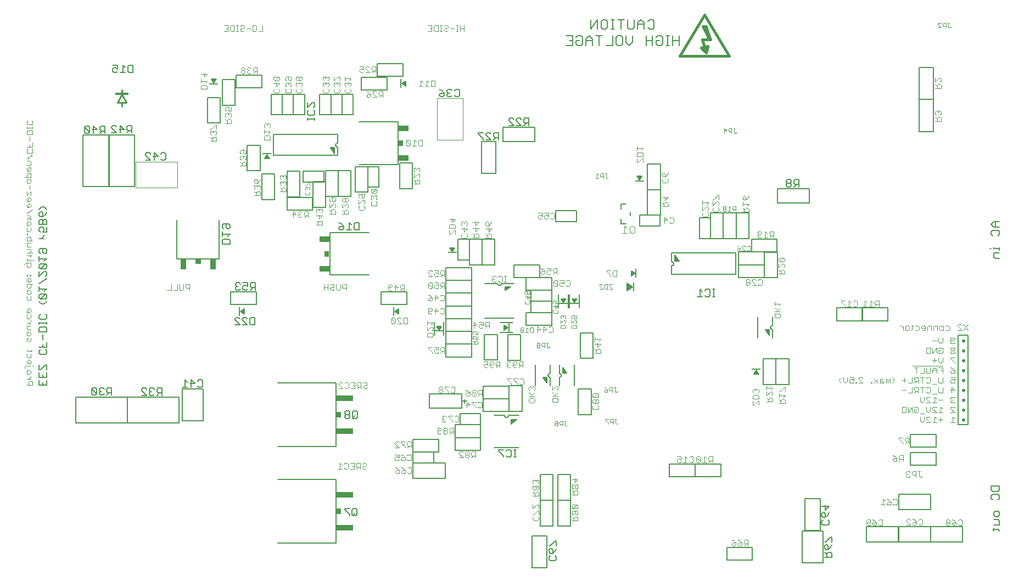
<source format=gbo>
G75*
%MOIN*%
%OFA0B0*%
%FSLAX25Y25*%
%IPPOS*%
%LPD*%
%AMOC8*
5,1,8,0,0,1.08239X$1,22.5*
%
%ADD10C,0.00400*%
%ADD11C,0.00500*%
%ADD12C,0.01000*%
%ADD13C,0.00600*%
%ADD14C,0.01600*%
%ADD15C,0.00700*%
%ADD16C,0.00800*%
%ADD17R,0.03000X0.03400*%
%ADD18R,0.10196X0.03544*%
%ADD19R,0.05512X0.00787*%
%ADD20C,0.00300*%
%ADD21R,0.00787X0.05512*%
%ADD22R,0.06000X0.03400*%
%ADD23R,0.03400X0.03000*%
%ADD24R,0.03400X0.06000*%
%ADD25C,0.00200*%
%ADD26R,0.08268X0.01181*%
D10*
X0227892Y0089163D02*
X0230294Y0089163D01*
X0229093Y0089163D02*
X0229093Y0092766D01*
X0230294Y0091565D01*
X0231576Y0092165D02*
X0232176Y0092766D01*
X0233377Y0092766D01*
X0233978Y0092165D01*
X0233978Y0089763D01*
X0233377Y0089163D01*
X0232176Y0089163D01*
X0231576Y0089763D01*
X0235259Y0089163D02*
X0237661Y0089163D01*
X0237661Y0092766D01*
X0235259Y0092766D01*
X0236460Y0090964D02*
X0237661Y0090964D01*
X0238942Y0090964D02*
X0239542Y0090364D01*
X0241344Y0090364D01*
X0240143Y0090364D02*
X0238942Y0089163D01*
X0238942Y0090964D02*
X0238942Y0092165D01*
X0239542Y0092766D01*
X0241344Y0092766D01*
X0241344Y0089163D01*
X0242625Y0089763D02*
X0243225Y0089163D01*
X0244427Y0089163D01*
X0245027Y0089763D01*
X0244427Y0090964D02*
X0243225Y0090964D01*
X0242625Y0090364D01*
X0242625Y0089763D01*
X0244427Y0090964D02*
X0245027Y0091565D01*
X0245027Y0092165D01*
X0244427Y0092766D01*
X0243225Y0092766D01*
X0242625Y0092165D01*
X0262509Y0095013D02*
X0263109Y0094413D01*
X0264310Y0094413D01*
X0264911Y0095013D01*
X0264911Y0096214D02*
X0263710Y0096815D01*
X0263109Y0096815D01*
X0262509Y0096214D01*
X0262509Y0095013D01*
X0264911Y0096214D02*
X0264911Y0098016D01*
X0262509Y0098016D01*
X0266192Y0098016D02*
X0267393Y0097415D01*
X0268594Y0096214D01*
X0266792Y0096214D01*
X0266192Y0095614D01*
X0266192Y0095013D01*
X0266792Y0094413D01*
X0267993Y0094413D01*
X0268594Y0095013D01*
X0268594Y0096214D01*
X0269875Y0095013D02*
X0270475Y0094413D01*
X0271677Y0094413D01*
X0272277Y0095013D01*
X0272277Y0097415D01*
X0271677Y0098016D01*
X0270475Y0098016D01*
X0269875Y0097415D01*
X0269875Y0102138D02*
X0271076Y0103339D01*
X0270475Y0103339D02*
X0272277Y0103339D01*
X0272277Y0102138D02*
X0272277Y0105741D01*
X0270475Y0105741D01*
X0269875Y0105140D01*
X0269875Y0103939D01*
X0270475Y0103339D01*
X0268594Y0102738D02*
X0268594Y0102138D01*
X0268594Y0102738D02*
X0266192Y0105140D01*
X0266192Y0105741D01*
X0268594Y0105741D01*
X0264911Y0105140D02*
X0264310Y0105741D01*
X0263109Y0105741D01*
X0262509Y0105140D01*
X0262509Y0104540D01*
X0264911Y0102138D01*
X0262509Y0102138D01*
X0262759Y0090266D02*
X0263960Y0089665D01*
X0265161Y0088464D01*
X0263359Y0088464D01*
X0262759Y0087864D01*
X0262759Y0087263D01*
X0263359Y0086663D01*
X0264560Y0086663D01*
X0265161Y0087263D01*
X0265161Y0088464D01*
X0266442Y0087864D02*
X0267042Y0088464D01*
X0268844Y0088464D01*
X0268844Y0087263D01*
X0268243Y0086663D01*
X0267042Y0086663D01*
X0266442Y0087263D01*
X0266442Y0087864D01*
X0267643Y0089665D02*
X0266442Y0090266D01*
X0267643Y0089665D02*
X0268844Y0088464D01*
X0270125Y0087263D02*
X0270725Y0086663D01*
X0271927Y0086663D01*
X0272527Y0087263D01*
X0272527Y0089665D01*
X0271927Y0090266D01*
X0270725Y0090266D01*
X0270125Y0089665D01*
X0301509Y0096163D02*
X0303911Y0096163D01*
X0301509Y0098565D01*
X0301509Y0099165D01*
X0302109Y0099766D01*
X0303310Y0099766D01*
X0303911Y0099165D01*
X0305192Y0099165D02*
X0305192Y0098565D01*
X0305792Y0097964D01*
X0306993Y0097964D01*
X0307594Y0098565D01*
X0307594Y0099165D01*
X0306993Y0099766D01*
X0305792Y0099766D01*
X0305192Y0099165D01*
X0305792Y0097964D02*
X0305192Y0097364D01*
X0305192Y0096763D01*
X0305792Y0096163D01*
X0306993Y0096163D01*
X0307594Y0096763D01*
X0307594Y0097364D01*
X0306993Y0097964D01*
X0308875Y0097964D02*
X0309475Y0097364D01*
X0311277Y0097364D01*
X0310076Y0097364D02*
X0308875Y0096163D01*
X0308875Y0097964D02*
X0308875Y0099165D01*
X0309475Y0099766D01*
X0311277Y0099766D01*
X0311277Y0096163D01*
X0298027Y0110663D02*
X0298027Y0114266D01*
X0296225Y0114266D01*
X0295625Y0113665D01*
X0295625Y0112464D01*
X0296225Y0111864D01*
X0298027Y0111864D01*
X0296826Y0111864D02*
X0295625Y0110663D01*
X0294344Y0111263D02*
X0293743Y0110663D01*
X0292542Y0110663D01*
X0291942Y0111263D01*
X0291942Y0111864D01*
X0292542Y0112464D01*
X0293743Y0112464D01*
X0294344Y0113065D01*
X0294344Y0113665D01*
X0293743Y0114266D01*
X0292542Y0114266D01*
X0291942Y0113665D01*
X0291942Y0113065D01*
X0292542Y0112464D01*
X0293743Y0112464D02*
X0294344Y0111864D01*
X0294344Y0111263D01*
X0290661Y0111263D02*
X0290060Y0110663D01*
X0288859Y0110663D01*
X0288259Y0111263D01*
X0288259Y0113665D01*
X0288859Y0114266D01*
X0290060Y0114266D01*
X0290661Y0113665D01*
X0290661Y0113065D01*
X0290060Y0112464D01*
X0288259Y0112464D01*
X0291859Y0117913D02*
X0293060Y0117913D01*
X0293661Y0118513D01*
X0292460Y0119714D02*
X0291859Y0119714D01*
X0291259Y0119114D01*
X0291259Y0118513D01*
X0291859Y0117913D01*
X0291859Y0119714D02*
X0291259Y0120315D01*
X0291259Y0120915D01*
X0291859Y0121516D01*
X0293060Y0121516D01*
X0293661Y0120915D01*
X0294942Y0120915D02*
X0297344Y0118513D01*
X0297344Y0117913D01*
X0298625Y0118513D02*
X0299225Y0117913D01*
X0300427Y0117913D01*
X0301027Y0118513D01*
X0301027Y0120915D01*
X0300427Y0121516D01*
X0299225Y0121516D01*
X0298625Y0120915D01*
X0297344Y0121516D02*
X0294942Y0121516D01*
X0294942Y0120915D01*
X0306109Y0126413D02*
X0306109Y0130016D01*
X0307911Y0128214D01*
X0305509Y0128214D01*
X0309192Y0129415D02*
X0311594Y0127013D01*
X0311594Y0126413D01*
X0312875Y0127013D02*
X0313475Y0126413D01*
X0314677Y0126413D01*
X0315277Y0127013D01*
X0315277Y0129415D01*
X0314677Y0130016D01*
X0313475Y0130016D01*
X0312875Y0129415D01*
X0311594Y0130016D02*
X0309192Y0130016D01*
X0309192Y0129415D01*
X0309792Y0133663D02*
X0310993Y0133663D01*
X0311594Y0134263D01*
X0311594Y0134864D01*
X0310993Y0135464D01*
X0309792Y0135464D01*
X0309192Y0134864D01*
X0309192Y0134263D01*
X0309792Y0133663D01*
X0309792Y0135464D02*
X0309192Y0136065D01*
X0309192Y0136665D01*
X0309792Y0137266D01*
X0310993Y0137266D01*
X0311594Y0136665D01*
X0311594Y0136065D01*
X0310993Y0135464D01*
X0312875Y0135464D02*
X0313475Y0134864D01*
X0315277Y0134864D01*
X0314076Y0134864D02*
X0312875Y0133663D01*
X0312875Y0135464D02*
X0312875Y0136665D01*
X0313475Y0137266D01*
X0315277Y0137266D01*
X0315277Y0133663D01*
X0307911Y0134263D02*
X0307310Y0133663D01*
X0306109Y0133663D01*
X0305509Y0134263D01*
X0305509Y0134864D01*
X0306109Y0135464D01*
X0307911Y0135464D01*
X0307911Y0134263D01*
X0307911Y0135464D02*
X0306710Y0136665D01*
X0305509Y0137266D01*
X0298826Y0136263D02*
X0298226Y0135663D01*
X0297025Y0135663D01*
X0296424Y0136263D01*
X0295143Y0136263D02*
X0295143Y0135663D01*
X0295143Y0136263D02*
X0292741Y0138665D01*
X0292741Y0139266D01*
X0295143Y0139266D01*
X0296424Y0138665D02*
X0297025Y0139266D01*
X0298226Y0139266D01*
X0298826Y0138665D01*
X0298826Y0136263D01*
X0291460Y0136263D02*
X0290860Y0135663D01*
X0289659Y0135663D01*
X0289058Y0136263D01*
X0289058Y0136864D01*
X0289659Y0137464D01*
X0290860Y0137464D01*
X0291460Y0138065D01*
X0291460Y0138665D01*
X0290860Y0139266D01*
X0289659Y0139266D01*
X0289058Y0138665D01*
X0289058Y0138065D01*
X0289659Y0137464D01*
X0290860Y0137464D02*
X0291460Y0136864D01*
X0291460Y0136263D01*
X0316308Y0151513D02*
X0316909Y0150913D01*
X0318110Y0150913D01*
X0318710Y0151513D01*
X0318710Y0152714D02*
X0317509Y0153315D01*
X0316909Y0153315D01*
X0316308Y0152714D01*
X0316308Y0151513D01*
X0318710Y0152714D02*
X0318710Y0154516D01*
X0316308Y0154516D01*
X0319991Y0153915D02*
X0319991Y0151513D01*
X0320592Y0150913D01*
X0321793Y0150913D01*
X0322393Y0151513D01*
X0321793Y0152714D02*
X0319991Y0152714D01*
X0319991Y0153915D02*
X0320592Y0154516D01*
X0321793Y0154516D01*
X0322393Y0153915D01*
X0322393Y0153315D01*
X0321793Y0152714D01*
X0323674Y0152714D02*
X0324275Y0152114D01*
X0326076Y0152114D01*
X0324875Y0152114D02*
X0323674Y0150913D01*
X0323674Y0152714D02*
X0323674Y0153915D01*
X0324275Y0154516D01*
X0326076Y0154516D01*
X0326076Y0150913D01*
X0330308Y0151513D02*
X0330909Y0150913D01*
X0332110Y0150913D01*
X0332710Y0151513D01*
X0333991Y0151513D02*
X0333991Y0153915D01*
X0334592Y0154516D01*
X0335793Y0154516D01*
X0336393Y0153915D01*
X0336393Y0153315D01*
X0335793Y0152714D01*
X0333991Y0152714D01*
X0333991Y0151513D02*
X0334592Y0150913D01*
X0335793Y0150913D01*
X0336393Y0151513D01*
X0337674Y0150913D02*
X0338875Y0152114D01*
X0338275Y0152114D02*
X0340076Y0152114D01*
X0340076Y0150913D02*
X0340076Y0154516D01*
X0338275Y0154516D01*
X0337674Y0153915D01*
X0337674Y0152714D01*
X0338275Y0152114D01*
X0332710Y0153915D02*
X0332110Y0154516D01*
X0330909Y0154516D01*
X0330308Y0153915D01*
X0330308Y0153315D01*
X0330909Y0152714D01*
X0330308Y0152114D01*
X0330308Y0151513D01*
X0330909Y0152714D02*
X0331509Y0152714D01*
X0330808Y0144266D02*
X0330808Y0143665D01*
X0333210Y0141263D01*
X0333210Y0140663D01*
X0334491Y0143665D02*
X0336893Y0141263D01*
X0336893Y0140663D01*
X0338174Y0141263D02*
X0338775Y0140663D01*
X0339976Y0140663D01*
X0340576Y0141263D01*
X0340576Y0143665D01*
X0339976Y0144266D01*
X0338775Y0144266D01*
X0338174Y0143665D01*
X0336893Y0144266D02*
X0334491Y0144266D01*
X0334491Y0143665D01*
X0333210Y0144266D02*
X0330808Y0144266D01*
X0343677Y0138830D02*
X0343677Y0137629D01*
X0344278Y0137029D01*
X0343677Y0135748D02*
X0345479Y0133946D01*
X0344878Y0133346D02*
X0347280Y0135748D01*
X0346680Y0137029D02*
X0347280Y0137629D01*
X0347280Y0138830D01*
X0346680Y0139431D01*
X0346079Y0139431D01*
X0345479Y0138830D01*
X0344878Y0139431D01*
X0344278Y0139431D01*
X0343677Y0138830D01*
X0345479Y0138830D02*
X0345479Y0138230D01*
X0347280Y0133346D02*
X0343677Y0133346D01*
X0344278Y0132065D02*
X0346680Y0132065D01*
X0347280Y0131464D01*
X0347280Y0130263D01*
X0346680Y0129663D01*
X0344278Y0129663D01*
X0343677Y0130263D01*
X0343677Y0131464D01*
X0344278Y0132065D01*
X0357927Y0131714D02*
X0358528Y0132315D01*
X0360930Y0132315D01*
X0361530Y0131714D01*
X0361530Y0130513D01*
X0360930Y0129913D01*
X0358528Y0129913D01*
X0357927Y0130513D01*
X0357927Y0131714D01*
X0357927Y0133596D02*
X0361530Y0133596D01*
X0359729Y0134196D02*
X0357927Y0135998D01*
X0357927Y0137279D02*
X0360329Y0139681D01*
X0360930Y0139681D01*
X0361530Y0139080D01*
X0361530Y0137879D01*
X0360930Y0137279D01*
X0361530Y0135998D02*
X0359128Y0133596D01*
X0357927Y0137279D02*
X0357927Y0139681D01*
X0382427Y0134580D02*
X0382427Y0133379D01*
X0383028Y0132779D01*
X0385430Y0135181D01*
X0383028Y0135181D01*
X0382427Y0134580D01*
X0383028Y0132779D02*
X0385430Y0132779D01*
X0386030Y0133379D01*
X0386030Y0134580D01*
X0385430Y0135181D01*
X0385430Y0131498D02*
X0384829Y0131498D01*
X0384229Y0130897D01*
X0384229Y0129696D01*
X0384829Y0129096D01*
X0385430Y0129096D01*
X0386030Y0129696D01*
X0386030Y0130897D01*
X0385430Y0131498D01*
X0384229Y0130897D02*
X0383628Y0131498D01*
X0383028Y0131498D01*
X0382427Y0130897D01*
X0382427Y0129696D01*
X0383028Y0129096D01*
X0383628Y0129096D01*
X0384229Y0129696D01*
X0385430Y0127815D02*
X0386030Y0127214D01*
X0386030Y0126013D01*
X0385430Y0125413D01*
X0383028Y0125413D01*
X0382427Y0126013D01*
X0382427Y0127214D01*
X0383028Y0127815D01*
X0383677Y0159663D02*
X0387280Y0159663D01*
X0387280Y0161464D01*
X0386680Y0162065D01*
X0385479Y0162065D01*
X0384878Y0161464D01*
X0384878Y0159663D01*
X0384878Y0160864D02*
X0383677Y0162065D01*
X0385479Y0163346D02*
X0385479Y0165748D01*
X0386079Y0167029D02*
X0387280Y0168230D01*
X0383677Y0168230D01*
X0383677Y0167029D02*
X0383677Y0169431D01*
X0383677Y0165147D02*
X0387280Y0165147D01*
X0385479Y0163346D01*
X0358326Y0172763D02*
X0357726Y0172163D01*
X0356525Y0172163D01*
X0355924Y0172763D01*
X0354643Y0173964D02*
X0352241Y0173964D01*
X0350960Y0173964D02*
X0348558Y0173964D01*
X0349159Y0172163D02*
X0349159Y0175766D01*
X0350960Y0173964D01*
X0352842Y0172163D02*
X0352842Y0175766D01*
X0354643Y0173964D01*
X0355924Y0175165D02*
X0356525Y0175766D01*
X0357726Y0175766D01*
X0358326Y0175165D01*
X0358326Y0172763D01*
X0319576Y0174913D02*
X0319576Y0178516D01*
X0317775Y0178516D01*
X0317174Y0177915D01*
X0317174Y0176714D01*
X0317775Y0176114D01*
X0319576Y0176114D01*
X0318375Y0176114D02*
X0317174Y0174913D01*
X0315893Y0175513D02*
X0315293Y0174913D01*
X0314092Y0174913D01*
X0313491Y0175513D01*
X0313491Y0176714D01*
X0314092Y0177315D01*
X0314692Y0177315D01*
X0315893Y0176714D01*
X0315893Y0178516D01*
X0313491Y0178516D01*
X0312210Y0176714D02*
X0310409Y0178516D01*
X0310409Y0174913D01*
X0309808Y0176714D02*
X0312210Y0176714D01*
X0292527Y0184013D02*
X0292527Y0186415D01*
X0291927Y0187016D01*
X0290725Y0187016D01*
X0290125Y0186415D01*
X0288844Y0185214D02*
X0286442Y0185214D01*
X0285161Y0185815D02*
X0284560Y0185214D01*
X0282759Y0185214D01*
X0282759Y0184013D02*
X0282759Y0186415D01*
X0283359Y0187016D01*
X0284560Y0187016D01*
X0285161Y0186415D01*
X0285161Y0185815D01*
X0285161Y0184013D02*
X0284560Y0183413D01*
X0283359Y0183413D01*
X0282759Y0184013D01*
X0287042Y0183413D02*
X0287042Y0187016D01*
X0288844Y0185214D01*
X0290125Y0184013D02*
X0290725Y0183413D01*
X0291927Y0183413D01*
X0292527Y0184013D01*
X0285530Y0178180D02*
X0281927Y0178180D01*
X0281927Y0176979D02*
X0281927Y0179381D01*
X0284329Y0176979D02*
X0285530Y0178180D01*
X0284930Y0175698D02*
X0285530Y0175098D01*
X0285530Y0173897D01*
X0284930Y0173296D01*
X0284930Y0172015D02*
X0285530Y0171415D01*
X0285530Y0169613D01*
X0281927Y0169613D01*
X0281927Y0171415D01*
X0282528Y0172015D01*
X0284930Y0172015D01*
X0281927Y0173296D02*
X0284329Y0175698D01*
X0284930Y0175698D01*
X0281927Y0175698D02*
X0281927Y0173296D01*
X0269996Y0177476D02*
X0268194Y0177476D01*
X0267594Y0178076D01*
X0267594Y0180478D01*
X0268194Y0181079D01*
X0269996Y0181079D01*
X0269996Y0177476D01*
X0266313Y0177476D02*
X0263911Y0179878D01*
X0263911Y0180478D01*
X0264511Y0181079D01*
X0265712Y0181079D01*
X0266313Y0180478D01*
X0266313Y0177476D02*
X0263911Y0177476D01*
X0262629Y0178076D02*
X0260227Y0180478D01*
X0260227Y0178076D01*
X0260828Y0177476D01*
X0262029Y0177476D01*
X0262629Y0178076D01*
X0262629Y0180478D01*
X0262029Y0181079D01*
X0260828Y0181079D01*
X0260227Y0180478D01*
X0282759Y0192013D02*
X0282759Y0192614D01*
X0283359Y0193214D01*
X0285161Y0193214D01*
X0285161Y0192013D01*
X0284560Y0191413D01*
X0283359Y0191413D01*
X0282759Y0192013D01*
X0283960Y0194415D02*
X0285161Y0193214D01*
X0286442Y0193214D02*
X0288844Y0193214D01*
X0287042Y0195016D01*
X0287042Y0191413D01*
X0290125Y0192013D02*
X0290725Y0191413D01*
X0291927Y0191413D01*
X0292527Y0192013D01*
X0292527Y0194415D01*
X0291927Y0195016D01*
X0290725Y0195016D01*
X0290125Y0194415D01*
X0290125Y0198913D02*
X0291326Y0200114D01*
X0290725Y0200114D02*
X0292527Y0200114D01*
X0292527Y0198913D02*
X0292527Y0202516D01*
X0290725Y0202516D01*
X0290125Y0201915D01*
X0290125Y0200714D01*
X0290725Y0200114D01*
X0288844Y0200714D02*
X0287643Y0201315D01*
X0287042Y0201315D01*
X0286442Y0200714D01*
X0286442Y0199513D01*
X0287042Y0198913D01*
X0288243Y0198913D01*
X0288844Y0199513D01*
X0288844Y0200714D02*
X0288844Y0202516D01*
X0286442Y0202516D01*
X0285161Y0201915D02*
X0284560Y0202516D01*
X0283359Y0202516D01*
X0282759Y0201915D01*
X0285161Y0199513D01*
X0284560Y0198913D01*
X0283359Y0198913D01*
X0282759Y0199513D01*
X0282759Y0201915D01*
X0285161Y0201915D02*
X0285161Y0199513D01*
X0282759Y0195016D02*
X0283960Y0194415D01*
X0268076Y0197663D02*
X0268076Y0201266D01*
X0266275Y0201266D01*
X0265674Y0200665D01*
X0265674Y0199464D01*
X0266275Y0198864D01*
X0268076Y0198864D01*
X0266875Y0198864D02*
X0265674Y0197663D01*
X0264393Y0199464D02*
X0261991Y0199464D01*
X0260710Y0200065D02*
X0260110Y0199464D01*
X0258308Y0199464D01*
X0258308Y0198263D02*
X0258308Y0200665D01*
X0258909Y0201266D01*
X0260110Y0201266D01*
X0260710Y0200665D01*
X0260710Y0200065D01*
X0260710Y0198263D02*
X0260110Y0197663D01*
X0258909Y0197663D01*
X0258308Y0198263D01*
X0262592Y0197663D02*
X0262592Y0201266D01*
X0264393Y0199464D01*
X0282759Y0206163D02*
X0285161Y0206163D01*
X0282759Y0208565D01*
X0282759Y0209165D01*
X0283359Y0209766D01*
X0284560Y0209766D01*
X0285161Y0209165D01*
X0286442Y0209766D02*
X0288844Y0209766D01*
X0288844Y0207964D01*
X0287643Y0208565D01*
X0287042Y0208565D01*
X0286442Y0207964D01*
X0286442Y0206763D01*
X0287042Y0206163D01*
X0288243Y0206163D01*
X0288844Y0206763D01*
X0290125Y0206163D02*
X0291326Y0207364D01*
X0290725Y0207364D02*
X0292527Y0207364D01*
X0292527Y0206163D02*
X0292527Y0209766D01*
X0290725Y0209766D01*
X0290125Y0209165D01*
X0290125Y0207964D01*
X0290725Y0207364D01*
X0321536Y0205915D02*
X0321536Y0205315D01*
X0322137Y0204714D01*
X0321536Y0204114D01*
X0321536Y0203513D01*
X0322137Y0202913D01*
X0323338Y0202913D01*
X0323938Y0203513D01*
X0325220Y0203513D02*
X0325820Y0202913D01*
X0327021Y0202913D01*
X0327622Y0203513D01*
X0327622Y0205915D01*
X0327021Y0206516D01*
X0325820Y0206516D01*
X0325220Y0205915D01*
X0323938Y0205915D02*
X0323338Y0206516D01*
X0322137Y0206516D01*
X0321536Y0205915D01*
X0322137Y0204714D02*
X0322737Y0204714D01*
X0328876Y0202913D02*
X0330077Y0202913D01*
X0329477Y0202913D02*
X0329477Y0206516D01*
X0330077Y0206516D02*
X0328876Y0206516D01*
X0351058Y0208263D02*
X0351058Y0208864D01*
X0351659Y0209464D01*
X0353460Y0209464D01*
X0353460Y0208263D01*
X0352860Y0207663D01*
X0351659Y0207663D01*
X0351058Y0208263D01*
X0352259Y0210665D02*
X0353460Y0209464D01*
X0354741Y0209464D02*
X0355342Y0210065D01*
X0355942Y0210065D01*
X0357143Y0209464D01*
X0357143Y0211266D01*
X0354741Y0211266D01*
X0354741Y0209464D02*
X0354741Y0208263D01*
X0355342Y0207663D01*
X0356543Y0207663D01*
X0357143Y0208263D01*
X0358424Y0207663D02*
X0359625Y0208864D01*
X0359025Y0208864D02*
X0360826Y0208864D01*
X0360826Y0207663D02*
X0360826Y0211266D01*
X0359025Y0211266D01*
X0358424Y0210665D01*
X0358424Y0209464D01*
X0359025Y0208864D01*
X0359409Y0203766D02*
X0358808Y0203165D01*
X0361210Y0200763D01*
X0360610Y0200163D01*
X0359409Y0200163D01*
X0358808Y0200763D01*
X0358808Y0203165D01*
X0359409Y0203766D02*
X0360610Y0203766D01*
X0361210Y0203165D01*
X0361210Y0200763D01*
X0362491Y0200763D02*
X0363092Y0200163D01*
X0364293Y0200163D01*
X0364893Y0200763D01*
X0364893Y0201964D02*
X0363692Y0202565D01*
X0363092Y0202565D01*
X0362491Y0201964D01*
X0362491Y0200763D01*
X0364893Y0201964D02*
X0364893Y0203766D01*
X0362491Y0203766D01*
X0366174Y0203165D02*
X0366775Y0203766D01*
X0367976Y0203766D01*
X0368576Y0203165D01*
X0368576Y0200763D01*
X0367976Y0200163D01*
X0366775Y0200163D01*
X0366174Y0200763D01*
X0352259Y0210665D02*
X0351058Y0211266D01*
X0321030Y0229663D02*
X0321030Y0231464D01*
X0320430Y0232065D01*
X0319229Y0232065D01*
X0318628Y0231464D01*
X0318628Y0229663D01*
X0318628Y0230864D02*
X0317427Y0232065D01*
X0319229Y0233346D02*
X0319229Y0235748D01*
X0319229Y0237029D02*
X0319229Y0238830D01*
X0318628Y0239431D01*
X0318028Y0239431D01*
X0317427Y0238830D01*
X0317427Y0237629D01*
X0318028Y0237029D01*
X0319229Y0237029D01*
X0320430Y0238230D01*
X0321030Y0239431D01*
X0321030Y0235147D02*
X0317427Y0235147D01*
X0319229Y0233346D02*
X0321030Y0235147D01*
X0313280Y0235397D02*
X0311479Y0233596D01*
X0311479Y0235998D01*
X0311479Y0237279D02*
X0311479Y0239681D01*
X0313280Y0239080D02*
X0311479Y0237279D01*
X0313280Y0239080D02*
X0309677Y0239080D01*
X0306280Y0238830D02*
X0305680Y0239431D01*
X0305079Y0239431D01*
X0304479Y0238830D01*
X0303878Y0239431D01*
X0303278Y0239431D01*
X0302677Y0238830D01*
X0302677Y0237629D01*
X0303278Y0237029D01*
X0304479Y0238230D02*
X0304479Y0238830D01*
X0306280Y0238830D02*
X0306280Y0237629D01*
X0305680Y0237029D01*
X0304479Y0235748D02*
X0304479Y0233346D01*
X0306280Y0235147D01*
X0302677Y0235147D01*
X0303278Y0232065D02*
X0302677Y0231464D01*
X0302677Y0230263D01*
X0303278Y0229663D01*
X0305680Y0229663D01*
X0306280Y0230263D01*
X0306280Y0231464D01*
X0305680Y0232065D01*
X0309677Y0232315D02*
X0310878Y0231114D01*
X0310878Y0231714D02*
X0310878Y0229913D01*
X0309677Y0229913D02*
X0313280Y0229913D01*
X0313280Y0231714D01*
X0312680Y0232315D01*
X0311479Y0232315D01*
X0310878Y0231714D01*
X0309677Y0235397D02*
X0313280Y0235397D01*
X0317427Y0229663D02*
X0321030Y0229663D01*
X0298967Y0231832D02*
X0298967Y0234234D01*
X0298367Y0234234D01*
X0295965Y0231832D01*
X0295364Y0231832D01*
X0295364Y0234234D01*
X0295364Y0235515D02*
X0295364Y0237317D01*
X0295965Y0237917D01*
X0298367Y0237917D01*
X0298967Y0237317D01*
X0298967Y0235515D01*
X0295364Y0235515D01*
X0297166Y0239198D02*
X0297166Y0241600D01*
X0298967Y0241000D02*
X0297166Y0239198D01*
X0298967Y0241000D02*
X0295364Y0241000D01*
X0277530Y0262413D02*
X0273927Y0262413D01*
X0275128Y0262413D02*
X0275128Y0264214D01*
X0275729Y0264815D01*
X0276930Y0264815D01*
X0277530Y0264214D01*
X0277530Y0262413D01*
X0275128Y0263614D02*
X0273927Y0264815D01*
X0273927Y0266096D02*
X0276329Y0268498D01*
X0276930Y0268498D01*
X0277530Y0267897D01*
X0277530Y0266696D01*
X0276930Y0266096D01*
X0273927Y0266096D02*
X0273927Y0268498D01*
X0274528Y0269779D02*
X0273927Y0270379D01*
X0273927Y0271580D01*
X0274528Y0272181D01*
X0275128Y0272181D01*
X0275729Y0271580D01*
X0275729Y0270980D01*
X0275729Y0271580D02*
X0276329Y0272181D01*
X0276930Y0272181D01*
X0277530Y0271580D01*
X0277530Y0270379D01*
X0276930Y0269779D01*
X0277225Y0285663D02*
X0276625Y0286263D01*
X0276625Y0288665D01*
X0277225Y0289266D01*
X0279027Y0289266D01*
X0279027Y0285663D01*
X0277225Y0285663D01*
X0275344Y0285663D02*
X0272942Y0285663D01*
X0274143Y0285663D02*
X0274143Y0289266D01*
X0275344Y0288065D01*
X0271661Y0288665D02*
X0271060Y0289266D01*
X0269859Y0289266D01*
X0269259Y0288665D01*
X0271661Y0286263D01*
X0271060Y0285663D01*
X0269859Y0285663D01*
X0269259Y0286263D01*
X0269259Y0288665D01*
X0271661Y0288665D02*
X0271661Y0286263D01*
X0255027Y0315163D02*
X0255027Y0318766D01*
X0253225Y0318766D01*
X0252625Y0318165D01*
X0252625Y0316964D01*
X0253225Y0316364D01*
X0255027Y0316364D01*
X0253826Y0316364D02*
X0252625Y0315163D01*
X0251344Y0315163D02*
X0248942Y0317565D01*
X0248942Y0318165D01*
X0249542Y0318766D01*
X0250743Y0318766D01*
X0251344Y0318165D01*
X0251344Y0315163D02*
X0248942Y0315163D01*
X0247661Y0315763D02*
X0247060Y0315163D01*
X0245859Y0315163D01*
X0245259Y0315763D01*
X0245259Y0316364D01*
X0245859Y0316964D01*
X0247661Y0316964D01*
X0247661Y0315763D01*
X0247661Y0316964D02*
X0246460Y0318165D01*
X0245259Y0318766D01*
X0235780Y0318513D02*
X0235180Y0317913D01*
X0232778Y0317913D01*
X0232177Y0318513D01*
X0232177Y0319714D01*
X0232778Y0320315D01*
X0232778Y0321596D02*
X0232177Y0322196D01*
X0232177Y0323397D01*
X0232778Y0323998D01*
X0233378Y0323998D01*
X0233979Y0323397D01*
X0233979Y0322797D01*
X0233979Y0323397D02*
X0234579Y0323998D01*
X0235180Y0323998D01*
X0235780Y0323397D01*
X0235780Y0322196D01*
X0235180Y0321596D01*
X0235180Y0320315D02*
X0235780Y0319714D01*
X0235780Y0318513D01*
X0229030Y0318513D02*
X0228430Y0317913D01*
X0226028Y0317913D01*
X0225427Y0318513D01*
X0225427Y0319714D01*
X0226028Y0320315D01*
X0226028Y0321596D02*
X0225427Y0322196D01*
X0225427Y0323397D01*
X0226028Y0323998D01*
X0226628Y0323998D01*
X0227229Y0323397D01*
X0227229Y0322797D01*
X0227229Y0323397D02*
X0227829Y0323998D01*
X0228430Y0323998D01*
X0229030Y0323397D01*
X0229030Y0322196D01*
X0228430Y0321596D01*
X0228430Y0320315D02*
X0229030Y0319714D01*
X0229030Y0318513D01*
X0222280Y0318513D02*
X0221680Y0317913D01*
X0219278Y0317913D01*
X0218677Y0318513D01*
X0218677Y0319714D01*
X0219278Y0320315D01*
X0219278Y0321596D02*
X0218677Y0322196D01*
X0218677Y0323397D01*
X0219278Y0323998D01*
X0219878Y0323998D01*
X0220479Y0323397D01*
X0220479Y0322797D01*
X0220479Y0323397D02*
X0221079Y0323998D01*
X0221680Y0323998D01*
X0222280Y0323397D01*
X0222280Y0322196D01*
X0221680Y0321596D01*
X0221680Y0320315D02*
X0222280Y0319714D01*
X0222280Y0318513D01*
X0221680Y0325279D02*
X0222280Y0325879D01*
X0222280Y0327080D01*
X0221680Y0327681D01*
X0221079Y0327681D01*
X0220479Y0327080D01*
X0219878Y0327681D01*
X0219278Y0327681D01*
X0218677Y0327080D01*
X0218677Y0325879D01*
X0219278Y0325279D01*
X0220479Y0326480D02*
X0220479Y0327080D01*
X0225427Y0327681D02*
X0225427Y0325279D01*
X0227829Y0327681D01*
X0228430Y0327681D01*
X0229030Y0327080D01*
X0229030Y0325879D01*
X0228430Y0325279D01*
X0232177Y0325279D02*
X0232177Y0327681D01*
X0232177Y0326480D02*
X0235780Y0326480D01*
X0234579Y0325279D01*
X0241009Y0330763D02*
X0241609Y0330163D01*
X0242810Y0330163D01*
X0243411Y0330763D01*
X0243411Y0331964D02*
X0242210Y0332565D01*
X0241609Y0332565D01*
X0241009Y0331964D01*
X0241009Y0330763D01*
X0243411Y0331964D02*
X0243411Y0333766D01*
X0241009Y0333766D01*
X0244692Y0333165D02*
X0245292Y0333766D01*
X0246493Y0333766D01*
X0247094Y0333165D01*
X0248375Y0333165D02*
X0248375Y0331964D01*
X0248975Y0331364D01*
X0250777Y0331364D01*
X0249576Y0331364D02*
X0248375Y0330163D01*
X0247094Y0330163D02*
X0244692Y0332565D01*
X0244692Y0333165D01*
X0244692Y0330163D02*
X0247094Y0330163D01*
X0248375Y0333165D02*
X0248975Y0333766D01*
X0250777Y0333766D01*
X0250777Y0330163D01*
X0276977Y0321726D02*
X0279379Y0321726D01*
X0278178Y0321726D02*
X0278178Y0325329D01*
X0279379Y0324128D01*
X0280661Y0321726D02*
X0283063Y0321726D01*
X0281862Y0321726D02*
X0281862Y0325329D01*
X0283063Y0324128D01*
X0284344Y0324728D02*
X0284944Y0325329D01*
X0286746Y0325329D01*
X0286746Y0321726D01*
X0284944Y0321726D01*
X0284344Y0322326D01*
X0284344Y0324728D01*
X0284884Y0355163D02*
X0282482Y0355163D01*
X0283683Y0356964D02*
X0284884Y0356964D01*
X0286165Y0355763D02*
X0286165Y0358165D01*
X0286765Y0358766D01*
X0288567Y0358766D01*
X0288567Y0355163D01*
X0286765Y0355163D01*
X0286165Y0355763D01*
X0284884Y0355163D02*
X0284884Y0358766D01*
X0282482Y0358766D01*
X0289821Y0358766D02*
X0291022Y0358766D01*
X0290422Y0358766D02*
X0290422Y0355163D01*
X0291022Y0355163D02*
X0289821Y0355163D01*
X0292303Y0355763D02*
X0292904Y0355163D01*
X0294105Y0355163D01*
X0294705Y0355763D01*
X0294105Y0356964D02*
X0292904Y0356964D01*
X0292303Y0356364D01*
X0292303Y0355763D01*
X0294105Y0356964D02*
X0294705Y0357565D01*
X0294705Y0358165D01*
X0294105Y0358766D01*
X0292904Y0358766D01*
X0292303Y0358165D01*
X0295986Y0356964D02*
X0298388Y0356964D01*
X0299643Y0355163D02*
X0300844Y0355163D01*
X0300243Y0355163D02*
X0300243Y0358766D01*
X0299643Y0358766D02*
X0300844Y0358766D01*
X0302125Y0358766D02*
X0302125Y0355163D01*
X0302125Y0356964D02*
X0304527Y0356964D01*
X0304527Y0355163D02*
X0304527Y0358766D01*
X0206030Y0327080D02*
X0205430Y0327681D01*
X0204829Y0327681D01*
X0204229Y0327080D01*
X0204229Y0325879D01*
X0204829Y0325279D01*
X0205430Y0325279D01*
X0206030Y0325879D01*
X0206030Y0327080D01*
X0204229Y0327080D02*
X0203628Y0327681D01*
X0203028Y0327681D01*
X0202427Y0327080D01*
X0202427Y0325879D01*
X0203028Y0325279D01*
X0203628Y0325279D01*
X0204229Y0325879D01*
X0204829Y0323998D02*
X0204229Y0323397D01*
X0203628Y0323998D01*
X0203028Y0323998D01*
X0202427Y0323397D01*
X0202427Y0322196D01*
X0203028Y0321596D01*
X0203028Y0320315D02*
X0202427Y0319714D01*
X0202427Y0318513D01*
X0203028Y0317913D01*
X0205430Y0317913D01*
X0206030Y0318513D01*
X0206030Y0319714D01*
X0205430Y0320315D01*
X0205430Y0321596D02*
X0206030Y0322196D01*
X0206030Y0323397D01*
X0205430Y0323998D01*
X0204829Y0323998D01*
X0204229Y0323397D02*
X0204229Y0322797D01*
X0199530Y0323397D02*
X0198930Y0323998D01*
X0198329Y0323998D01*
X0197729Y0323397D01*
X0197128Y0323998D01*
X0196528Y0323998D01*
X0195927Y0323397D01*
X0195927Y0322196D01*
X0196528Y0321596D01*
X0196528Y0320315D02*
X0195927Y0319714D01*
X0195927Y0318513D01*
X0196528Y0317913D01*
X0198930Y0317913D01*
X0199530Y0318513D01*
X0199530Y0319714D01*
X0198930Y0320315D01*
X0198930Y0321596D02*
X0199530Y0322196D01*
X0199530Y0323397D01*
X0197729Y0323397D02*
X0197729Y0322797D01*
X0198329Y0325279D02*
X0197729Y0325879D01*
X0197729Y0327681D01*
X0198930Y0327681D02*
X0199530Y0327080D01*
X0199530Y0325879D01*
X0198930Y0325279D01*
X0198329Y0325279D01*
X0196528Y0325279D02*
X0195927Y0325879D01*
X0195927Y0327080D01*
X0196528Y0327681D01*
X0198930Y0327681D01*
X0192280Y0327080D02*
X0191680Y0327681D01*
X0189278Y0325279D01*
X0188677Y0325879D01*
X0188677Y0327080D01*
X0189278Y0327681D01*
X0191680Y0327681D01*
X0192280Y0327080D02*
X0192280Y0325879D01*
X0191680Y0325279D01*
X0189278Y0325279D01*
X0190479Y0323998D02*
X0190479Y0321596D01*
X0192280Y0323397D01*
X0188677Y0323397D01*
X0189278Y0320315D02*
X0188677Y0319714D01*
X0188677Y0318513D01*
X0189278Y0317913D01*
X0191680Y0317913D01*
X0192280Y0318513D01*
X0192280Y0319714D01*
X0191680Y0320315D01*
X0178777Y0329663D02*
X0178777Y0333266D01*
X0176975Y0333266D01*
X0176375Y0332665D01*
X0176375Y0331464D01*
X0176975Y0330864D01*
X0178777Y0330864D01*
X0177576Y0330864D02*
X0176375Y0329663D01*
X0175094Y0330263D02*
X0174493Y0329663D01*
X0173292Y0329663D01*
X0172692Y0330263D01*
X0172692Y0330864D01*
X0173292Y0331464D01*
X0173893Y0331464D01*
X0173292Y0331464D02*
X0172692Y0332065D01*
X0172692Y0332665D01*
X0173292Y0333266D01*
X0174493Y0333266D01*
X0175094Y0332665D01*
X0171411Y0332665D02*
X0171411Y0332065D01*
X0170810Y0331464D01*
X0169609Y0331464D01*
X0169009Y0330864D01*
X0169009Y0330263D01*
X0169609Y0329663D01*
X0170810Y0329663D01*
X0171411Y0330263D01*
X0171411Y0330864D01*
X0170810Y0331464D01*
X0169609Y0331464D02*
X0169009Y0332065D01*
X0169009Y0332665D01*
X0169609Y0333266D01*
X0170810Y0333266D01*
X0171411Y0332665D01*
X0148467Y0329250D02*
X0146666Y0327448D01*
X0146666Y0329850D01*
X0148467Y0329250D02*
X0144864Y0329250D01*
X0144864Y0326167D02*
X0144864Y0323765D01*
X0144864Y0324966D02*
X0148467Y0324966D01*
X0147266Y0323765D01*
X0147867Y0322484D02*
X0148467Y0321883D01*
X0148467Y0320082D01*
X0144864Y0320082D01*
X0144864Y0321883D01*
X0145465Y0322484D01*
X0147867Y0322484D01*
X0160028Y0309131D02*
X0159427Y0308531D01*
X0159427Y0307330D01*
X0160028Y0306729D01*
X0161229Y0306729D02*
X0161829Y0307930D01*
X0161829Y0308531D01*
X0161229Y0309131D01*
X0160028Y0309131D01*
X0161229Y0306729D02*
X0163030Y0306729D01*
X0163030Y0309131D01*
X0162430Y0305448D02*
X0161829Y0305448D01*
X0161229Y0304848D01*
X0160628Y0305448D01*
X0160028Y0305448D01*
X0159427Y0304848D01*
X0159427Y0303647D01*
X0160028Y0303046D01*
X0159427Y0301765D02*
X0160628Y0300564D01*
X0160628Y0301165D02*
X0160628Y0299363D01*
X0159427Y0299363D02*
X0163030Y0299363D01*
X0163030Y0301165D01*
X0162430Y0301765D01*
X0161229Y0301765D01*
X0160628Y0301165D01*
X0162430Y0303046D02*
X0163030Y0303647D01*
X0163030Y0304848D01*
X0162430Y0305448D01*
X0161229Y0304848D02*
X0161229Y0304247D01*
X0154030Y0298381D02*
X0153430Y0298381D01*
X0151028Y0295979D01*
X0150427Y0295979D01*
X0151028Y0294698D02*
X0150427Y0294098D01*
X0150427Y0292897D01*
X0151028Y0292296D01*
X0150427Y0291015D02*
X0151628Y0289814D01*
X0151628Y0290415D02*
X0151628Y0288613D01*
X0150427Y0288613D02*
X0154030Y0288613D01*
X0154030Y0290415D01*
X0153430Y0291015D01*
X0152229Y0291015D01*
X0151628Y0290415D01*
X0153430Y0292296D02*
X0154030Y0292897D01*
X0154030Y0294098D01*
X0153430Y0294698D01*
X0152829Y0294698D01*
X0152229Y0294098D01*
X0151628Y0294698D01*
X0151028Y0294698D01*
X0152229Y0294098D02*
X0152229Y0293497D01*
X0154030Y0295979D02*
X0154030Y0298381D01*
X0169028Y0283181D02*
X0171430Y0283181D01*
X0172030Y0282580D01*
X0172030Y0281379D01*
X0171430Y0280779D01*
X0170829Y0280779D01*
X0170229Y0281379D01*
X0170229Y0283181D01*
X0169028Y0283181D02*
X0168427Y0282580D01*
X0168427Y0281379D01*
X0169028Y0280779D01*
X0169028Y0279498D02*
X0168427Y0278897D01*
X0168427Y0277696D01*
X0169028Y0277096D01*
X0168427Y0275815D02*
X0169628Y0274614D01*
X0169628Y0275214D02*
X0169628Y0273413D01*
X0168427Y0273413D02*
X0172030Y0273413D01*
X0172030Y0275214D01*
X0171430Y0275815D01*
X0170229Y0275815D01*
X0169628Y0275214D01*
X0171430Y0277096D02*
X0172030Y0277696D01*
X0172030Y0278897D01*
X0171430Y0279498D01*
X0170829Y0279498D01*
X0170229Y0278897D01*
X0169628Y0279498D01*
X0169028Y0279498D01*
X0170229Y0278897D02*
X0170229Y0278297D01*
X0177778Y0265381D02*
X0178378Y0265381D01*
X0178979Y0264781D01*
X0178979Y0262979D01*
X0177778Y0262979D01*
X0177177Y0263580D01*
X0177177Y0264781D01*
X0177778Y0265381D01*
X0180180Y0264180D02*
X0178979Y0262979D01*
X0179579Y0261698D02*
X0178979Y0261098D01*
X0178378Y0261698D01*
X0177778Y0261698D01*
X0177177Y0261098D01*
X0177177Y0259897D01*
X0177778Y0259296D01*
X0177177Y0258015D02*
X0178378Y0256814D01*
X0178378Y0257415D02*
X0178378Y0255613D01*
X0177177Y0255613D02*
X0180780Y0255613D01*
X0180780Y0257415D01*
X0180180Y0258015D01*
X0178979Y0258015D01*
X0178378Y0257415D01*
X0180180Y0259296D02*
X0180780Y0259897D01*
X0180780Y0261098D01*
X0180180Y0261698D01*
X0179579Y0261698D01*
X0178979Y0261098D02*
X0178979Y0260497D01*
X0180180Y0264180D02*
X0180780Y0265381D01*
X0192677Y0265879D02*
X0193278Y0265279D01*
X0192677Y0265879D02*
X0192677Y0267080D01*
X0193278Y0267681D01*
X0193878Y0267681D01*
X0194479Y0267080D01*
X0194479Y0266480D01*
X0194479Y0267080D02*
X0195079Y0267681D01*
X0195680Y0267681D01*
X0196280Y0267080D01*
X0196280Y0265879D01*
X0195680Y0265279D01*
X0195680Y0263998D02*
X0195079Y0263998D01*
X0194479Y0263397D01*
X0193878Y0263998D01*
X0193278Y0263998D01*
X0192677Y0263397D01*
X0192677Y0262196D01*
X0193278Y0261596D01*
X0192677Y0260315D02*
X0193878Y0259114D01*
X0193878Y0259714D02*
X0193878Y0257913D01*
X0192677Y0257913D02*
X0196280Y0257913D01*
X0196280Y0259714D01*
X0195680Y0260315D01*
X0194479Y0260315D01*
X0193878Y0259714D01*
X0195680Y0261596D02*
X0196280Y0262196D01*
X0196280Y0263397D01*
X0195680Y0263998D01*
X0194479Y0263397D02*
X0194479Y0262797D01*
X0214677Y0246781D02*
X0215278Y0247381D01*
X0215878Y0247381D01*
X0216479Y0246781D01*
X0216479Y0246180D01*
X0216479Y0246781D02*
X0217079Y0247381D01*
X0217680Y0247381D01*
X0218280Y0246781D01*
X0218280Y0245580D01*
X0217680Y0244979D01*
X0216479Y0243698D02*
X0216479Y0241296D01*
X0218280Y0243098D01*
X0214677Y0243098D01*
X0215278Y0244979D02*
X0214677Y0245580D01*
X0214677Y0246781D01*
X0209777Y0245766D02*
X0207975Y0245766D01*
X0207375Y0245165D01*
X0207375Y0243964D01*
X0207975Y0243364D01*
X0209777Y0243364D01*
X0208576Y0243364D02*
X0207375Y0242163D01*
X0206094Y0242763D02*
X0205493Y0242163D01*
X0204292Y0242163D01*
X0203692Y0242763D01*
X0203692Y0243364D01*
X0204292Y0243964D01*
X0204893Y0243964D01*
X0204292Y0243964D02*
X0203692Y0244565D01*
X0203692Y0245165D01*
X0204292Y0245766D01*
X0205493Y0245766D01*
X0206094Y0245165D01*
X0209777Y0245766D02*
X0209777Y0242163D01*
X0214677Y0240015D02*
X0215878Y0238814D01*
X0215878Y0239415D02*
X0215878Y0237613D01*
X0214677Y0237613D02*
X0218280Y0237613D01*
X0218280Y0239415D01*
X0217680Y0240015D01*
X0216479Y0240015D01*
X0215878Y0239415D01*
X0222677Y0244363D02*
X0226280Y0244363D01*
X0226280Y0246165D01*
X0225680Y0246765D01*
X0224479Y0246765D01*
X0223878Y0246165D01*
X0223878Y0244363D01*
X0223878Y0245564D02*
X0222677Y0246765D01*
X0222677Y0248046D02*
X0225079Y0250448D01*
X0225680Y0250448D01*
X0226280Y0249848D01*
X0226280Y0248647D01*
X0225680Y0248046D01*
X0222677Y0248046D02*
X0222677Y0250448D01*
X0223278Y0251729D02*
X0222677Y0252330D01*
X0222677Y0253531D01*
X0223278Y0254131D01*
X0225680Y0254131D01*
X0226280Y0253531D01*
X0226280Y0252330D01*
X0225680Y0251729D01*
X0225079Y0251729D01*
X0224479Y0252330D01*
X0224479Y0254131D01*
X0230427Y0253281D02*
X0230427Y0252080D01*
X0231028Y0251479D01*
X0231628Y0251479D01*
X0232229Y0252080D01*
X0232229Y0253281D01*
X0231628Y0253881D01*
X0231028Y0253881D01*
X0230427Y0253281D01*
X0232229Y0253281D02*
X0232829Y0253881D01*
X0233430Y0253881D01*
X0234030Y0253281D01*
X0234030Y0252080D01*
X0233430Y0251479D01*
X0232829Y0251479D01*
X0232229Y0252080D01*
X0232829Y0250198D02*
X0230427Y0247796D01*
X0230427Y0250198D01*
X0232829Y0250198D02*
X0233430Y0250198D01*
X0234030Y0249598D01*
X0234030Y0248397D01*
X0233430Y0247796D01*
X0233430Y0246515D02*
X0232229Y0246515D01*
X0231628Y0245915D01*
X0231628Y0244113D01*
X0230427Y0244113D02*
X0234030Y0244113D01*
X0234030Y0245915D01*
X0233430Y0246515D01*
X0231628Y0245314D02*
X0230427Y0246515D01*
X0240427Y0247214D02*
X0241028Y0246613D01*
X0243430Y0246613D01*
X0244030Y0247214D01*
X0244030Y0248415D01*
X0243430Y0249015D01*
X0243430Y0250296D02*
X0244030Y0250897D01*
X0244030Y0252098D01*
X0243430Y0252698D01*
X0242829Y0252698D01*
X0240427Y0250296D01*
X0240427Y0252698D01*
X0241028Y0253979D02*
X0240427Y0254580D01*
X0240427Y0255781D01*
X0241028Y0256381D01*
X0243430Y0256381D01*
X0244030Y0255781D01*
X0244030Y0254580D01*
X0243430Y0253979D01*
X0242829Y0253979D01*
X0242229Y0254580D01*
X0242229Y0256381D01*
X0247927Y0257330D02*
X0248528Y0256729D01*
X0250930Y0259131D01*
X0248528Y0259131D01*
X0247927Y0258531D01*
X0247927Y0257330D01*
X0248528Y0256729D02*
X0250930Y0256729D01*
X0251530Y0257330D01*
X0251530Y0258531D01*
X0250930Y0259131D01*
X0250930Y0255448D02*
X0250329Y0255448D01*
X0249729Y0254848D01*
X0249128Y0255448D01*
X0248528Y0255448D01*
X0247927Y0254848D01*
X0247927Y0253647D01*
X0248528Y0253046D01*
X0248528Y0251765D02*
X0247927Y0251165D01*
X0247927Y0249964D01*
X0248528Y0249363D01*
X0250930Y0249363D01*
X0251530Y0249964D01*
X0251530Y0251165D01*
X0250930Y0251765D01*
X0250930Y0253046D02*
X0251530Y0253647D01*
X0251530Y0254848D01*
X0250930Y0255448D01*
X0249729Y0254848D02*
X0249729Y0254247D01*
X0241028Y0249015D02*
X0240427Y0248415D01*
X0240427Y0247214D01*
X0202411Y0243964D02*
X0200009Y0243964D01*
X0200609Y0242163D02*
X0200609Y0245766D01*
X0202411Y0243964D01*
X0219455Y0201516D02*
X0219455Y0197913D01*
X0219455Y0199714D02*
X0221858Y0199714D01*
X0223139Y0199114D02*
X0223139Y0198513D01*
X0223739Y0197913D01*
X0224940Y0197913D01*
X0225541Y0198513D01*
X0226822Y0198513D02*
X0226822Y0201516D01*
X0225541Y0200915D02*
X0225541Y0200315D01*
X0224940Y0199714D01*
X0223739Y0199714D01*
X0223139Y0199114D01*
X0221858Y0197913D02*
X0221858Y0201516D01*
X0223139Y0200915D02*
X0223739Y0201516D01*
X0224940Y0201516D01*
X0225541Y0200915D01*
X0226822Y0198513D02*
X0227422Y0197913D01*
X0228623Y0197913D01*
X0229224Y0198513D01*
X0229224Y0201516D01*
X0230505Y0200915D02*
X0230505Y0199714D01*
X0231105Y0199114D01*
X0232907Y0199114D01*
X0232907Y0197913D02*
X0232907Y0201516D01*
X0231105Y0201516D01*
X0230505Y0200915D01*
X0282759Y0163266D02*
X0282759Y0162665D01*
X0285161Y0160263D01*
X0285161Y0159663D01*
X0286442Y0160263D02*
X0287042Y0159663D01*
X0288243Y0159663D01*
X0288844Y0160263D01*
X0288844Y0161464D02*
X0287643Y0162065D01*
X0287042Y0162065D01*
X0286442Y0161464D01*
X0286442Y0160263D01*
X0288844Y0161464D02*
X0288844Y0163266D01*
X0286442Y0163266D01*
X0285161Y0163266D02*
X0282759Y0163266D01*
X0290125Y0162665D02*
X0290125Y0161464D01*
X0290725Y0160864D01*
X0292527Y0160864D01*
X0291326Y0160864D02*
X0290125Y0159663D01*
X0292527Y0159663D02*
X0292527Y0163266D01*
X0290725Y0163266D01*
X0290125Y0162665D01*
X0245527Y0141165D02*
X0245527Y0140565D01*
X0244927Y0139964D01*
X0243725Y0139964D01*
X0243125Y0139364D01*
X0243125Y0138763D01*
X0243725Y0138163D01*
X0244927Y0138163D01*
X0245527Y0138763D01*
X0245527Y0141165D02*
X0244927Y0141766D01*
X0243725Y0141766D01*
X0243125Y0141165D01*
X0241844Y0141766D02*
X0240042Y0141766D01*
X0239442Y0141165D01*
X0239442Y0139964D01*
X0240042Y0139364D01*
X0241844Y0139364D01*
X0240643Y0139364D02*
X0239442Y0138163D01*
X0238161Y0138163D02*
X0238161Y0141766D01*
X0235759Y0141766D01*
X0234478Y0141165D02*
X0234478Y0138763D01*
X0233877Y0138163D01*
X0232676Y0138163D01*
X0232076Y0138763D01*
X0230794Y0138163D02*
X0228392Y0140565D01*
X0228392Y0141165D01*
X0228993Y0141766D01*
X0230194Y0141766D01*
X0230794Y0141165D01*
X0232076Y0141165D02*
X0232676Y0141766D01*
X0233877Y0141766D01*
X0234478Y0141165D01*
X0236960Y0139964D02*
X0238161Y0139964D01*
X0238161Y0138163D02*
X0235759Y0138163D01*
X0230794Y0138163D02*
X0228392Y0138163D01*
X0241844Y0138163D02*
X0241844Y0141766D01*
X0137657Y0197913D02*
X0137657Y0201516D01*
X0135855Y0201516D01*
X0135255Y0200915D01*
X0135255Y0199714D01*
X0135855Y0199114D01*
X0137657Y0199114D01*
X0133974Y0198513D02*
X0133373Y0197913D01*
X0132172Y0197913D01*
X0131572Y0198513D01*
X0131572Y0201516D01*
X0130291Y0201516D02*
X0130291Y0197913D01*
X0127889Y0197913D01*
X0126608Y0197913D02*
X0124205Y0197913D01*
X0126608Y0197913D02*
X0126608Y0201516D01*
X0133974Y0201516D02*
X0133974Y0198513D01*
X0042530Y0201495D02*
X0038927Y0201495D01*
X0038927Y0199693D01*
X0039528Y0199093D01*
X0040729Y0199093D01*
X0041329Y0199693D01*
X0041329Y0201495D01*
X0040729Y0202776D02*
X0041329Y0203377D01*
X0041329Y0204578D01*
X0040729Y0205178D01*
X0040128Y0205178D01*
X0040128Y0202776D01*
X0039528Y0202776D02*
X0040729Y0202776D01*
X0039528Y0202776D02*
X0038927Y0203377D01*
X0038927Y0204578D01*
X0038927Y0206459D02*
X0039528Y0206459D01*
X0039528Y0207060D01*
X0038927Y0207060D01*
X0038927Y0206459D01*
X0040729Y0206459D02*
X0041329Y0206459D01*
X0041329Y0207060D01*
X0040729Y0207060D01*
X0040729Y0206459D01*
X0040729Y0211984D02*
X0039528Y0211984D01*
X0038927Y0212584D01*
X0038927Y0214386D01*
X0038327Y0214386D02*
X0041329Y0214386D01*
X0041329Y0212584D01*
X0040729Y0211984D01*
X0037726Y0213185D02*
X0037726Y0213785D01*
X0038327Y0214386D01*
X0038927Y0215667D02*
X0038927Y0216868D01*
X0038927Y0216268D02*
X0041329Y0216268D01*
X0041329Y0215667D01*
X0042530Y0216268D02*
X0043131Y0216268D01*
X0041329Y0218122D02*
X0041329Y0219323D01*
X0041930Y0218723D02*
X0039528Y0218723D01*
X0038927Y0219323D01*
X0038927Y0220578D02*
X0042530Y0220578D01*
X0041329Y0221178D02*
X0041329Y0222379D01*
X0040729Y0222980D01*
X0038927Y0222980D01*
X0039528Y0224261D02*
X0038927Y0224862D01*
X0038927Y0226663D01*
X0041329Y0226663D01*
X0041329Y0227944D02*
X0041329Y0229746D01*
X0040729Y0230346D01*
X0039528Y0230346D01*
X0038927Y0229746D01*
X0038927Y0227944D01*
X0042530Y0227944D01*
X0041329Y0224261D02*
X0039528Y0224261D01*
X0041329Y0221178D02*
X0040729Y0220578D01*
X0039528Y0231627D02*
X0039528Y0232228D01*
X0038927Y0232228D01*
X0038927Y0231627D01*
X0039528Y0231627D01*
X0039528Y0233469D02*
X0038927Y0234069D01*
X0038927Y0235871D01*
X0039528Y0237152D02*
X0038927Y0237753D01*
X0038927Y0238954D01*
X0039528Y0239554D01*
X0040729Y0239554D01*
X0041329Y0238954D01*
X0041329Y0237753D01*
X0040729Y0237152D01*
X0039528Y0237152D01*
X0041329Y0235871D02*
X0041329Y0234069D01*
X0040729Y0233469D01*
X0039528Y0233469D01*
X0038927Y0240835D02*
X0041329Y0240835D01*
X0041329Y0241436D01*
X0040729Y0242036D01*
X0041329Y0242637D01*
X0040729Y0243237D01*
X0038927Y0243237D01*
X0038927Y0242036D02*
X0040729Y0242036D01*
X0038927Y0244518D02*
X0042530Y0246920D01*
X0040729Y0248201D02*
X0041329Y0248802D01*
X0041329Y0250003D01*
X0040729Y0250604D01*
X0040128Y0250604D01*
X0040128Y0248201D01*
X0039528Y0248201D02*
X0040729Y0248201D01*
X0039528Y0248201D02*
X0038927Y0248802D01*
X0038927Y0250003D01*
X0039528Y0251885D02*
X0040729Y0251885D01*
X0041329Y0252485D01*
X0041329Y0253686D01*
X0040729Y0254287D01*
X0040128Y0254287D01*
X0040128Y0251885D01*
X0039528Y0251885D02*
X0038927Y0252485D01*
X0038927Y0253686D01*
X0038927Y0255568D02*
X0038927Y0257970D01*
X0040729Y0259251D02*
X0040729Y0261653D01*
X0040729Y0262934D02*
X0039528Y0262934D01*
X0038927Y0263535D01*
X0038927Y0264736D01*
X0039528Y0265336D01*
X0040729Y0265336D01*
X0041329Y0264736D01*
X0041329Y0263535D01*
X0040729Y0262934D01*
X0041329Y0266617D02*
X0041329Y0268419D01*
X0040729Y0269019D01*
X0039528Y0269019D01*
X0038927Y0268419D01*
X0038927Y0266617D01*
X0037726Y0266617D02*
X0041329Y0266617D01*
X0040729Y0270300D02*
X0041329Y0270901D01*
X0041329Y0272102D01*
X0040729Y0272702D01*
X0040128Y0272702D01*
X0040128Y0270300D01*
X0039528Y0270300D02*
X0040729Y0270300D01*
X0039528Y0270300D02*
X0038927Y0270901D01*
X0038927Y0272102D01*
X0038927Y0273983D02*
X0041329Y0273983D01*
X0041329Y0275785D01*
X0040729Y0276386D01*
X0038927Y0276386D01*
X0038927Y0277667D02*
X0042530Y0280069D01*
X0041930Y0281350D02*
X0039528Y0281350D01*
X0038927Y0281950D01*
X0038927Y0283151D01*
X0039528Y0283752D01*
X0038927Y0285033D02*
X0042530Y0285033D01*
X0042530Y0287435D01*
X0040729Y0286234D02*
X0040729Y0285033D01*
X0041930Y0283752D02*
X0042530Y0283151D01*
X0042530Y0281950D01*
X0041930Y0281350D01*
X0040729Y0288716D02*
X0040729Y0291118D01*
X0042530Y0292399D02*
X0042530Y0294201D01*
X0041930Y0294801D01*
X0039528Y0294801D01*
X0038927Y0294201D01*
X0038927Y0292399D01*
X0042530Y0292399D01*
X0042530Y0296082D02*
X0042530Y0297283D01*
X0042530Y0296683D02*
X0038927Y0296683D01*
X0038927Y0297283D02*
X0038927Y0296082D01*
X0039528Y0298538D02*
X0038927Y0299138D01*
X0038927Y0300339D01*
X0039528Y0300940D01*
X0041930Y0300940D02*
X0042530Y0300339D01*
X0042530Y0299138D01*
X0041930Y0298538D01*
X0039528Y0298538D01*
X0041329Y0257970D02*
X0038927Y0255568D01*
X0041329Y0255568D02*
X0041329Y0257970D01*
X0040729Y0197812D02*
X0041329Y0197211D01*
X0041329Y0196010D01*
X0040729Y0195410D01*
X0039528Y0195410D01*
X0038927Y0196010D01*
X0038927Y0197211D01*
X0039528Y0197812D01*
X0040729Y0197812D01*
X0041329Y0194129D02*
X0041329Y0192327D01*
X0040729Y0191727D01*
X0039528Y0191727D01*
X0038927Y0192327D01*
X0038927Y0194129D01*
X0040128Y0186762D02*
X0040128Y0184360D01*
X0039528Y0184360D02*
X0040729Y0184360D01*
X0041329Y0184961D01*
X0041329Y0186162D01*
X0040729Y0186762D01*
X0040128Y0186762D01*
X0038927Y0186162D02*
X0038927Y0184961D01*
X0039528Y0184360D01*
X0038927Y0183079D02*
X0038927Y0181278D01*
X0039528Y0180677D01*
X0040729Y0180677D01*
X0041329Y0181278D01*
X0041329Y0183079D01*
X0041329Y0179409D02*
X0041329Y0178809D01*
X0040128Y0177608D01*
X0038927Y0177608D02*
X0041329Y0177608D01*
X0041329Y0176327D02*
X0038927Y0176327D01*
X0038927Y0174525D01*
X0039528Y0173925D01*
X0041329Y0173925D01*
X0040729Y0172644D02*
X0041329Y0172043D01*
X0041329Y0170842D01*
X0040729Y0170242D01*
X0039528Y0170242D01*
X0038927Y0170842D01*
X0038927Y0172043D01*
X0039528Y0172644D01*
X0040729Y0172644D01*
X0041329Y0168960D02*
X0041329Y0167159D01*
X0040729Y0166558D01*
X0040128Y0167159D01*
X0040128Y0168360D01*
X0039528Y0168960D01*
X0038927Y0168360D01*
X0038927Y0166558D01*
X0038927Y0161621D02*
X0039528Y0161020D01*
X0041930Y0161020D01*
X0041329Y0160420D02*
X0041329Y0161621D01*
X0041329Y0159139D02*
X0041329Y0157337D01*
X0040729Y0156737D01*
X0039528Y0156737D01*
X0038927Y0157337D01*
X0038927Y0159139D01*
X0040128Y0155456D02*
X0040128Y0153054D01*
X0039528Y0153054D02*
X0040729Y0153054D01*
X0041329Y0153654D01*
X0041329Y0154855D01*
X0040729Y0155456D01*
X0040128Y0155456D01*
X0038927Y0154855D02*
X0038927Y0153654D01*
X0039528Y0153054D01*
X0038327Y0151799D02*
X0041329Y0151799D01*
X0042530Y0151799D02*
X0043131Y0151799D01*
X0040729Y0149317D02*
X0041329Y0148717D01*
X0041329Y0147516D01*
X0040729Y0146915D01*
X0039528Y0146915D01*
X0038927Y0147516D01*
X0038927Y0148717D01*
X0039528Y0149317D01*
X0040729Y0149317D01*
X0037726Y0150598D02*
X0037726Y0151199D01*
X0038327Y0151799D01*
X0041329Y0145647D02*
X0041329Y0145047D01*
X0040128Y0143846D01*
X0038927Y0143846D02*
X0041329Y0143846D01*
X0040729Y0142565D02*
X0040128Y0141964D01*
X0040128Y0140163D01*
X0038927Y0140163D02*
X0042530Y0140163D01*
X0042530Y0141964D01*
X0041930Y0142565D01*
X0040729Y0142565D01*
X0183114Y0289332D02*
X0183114Y0291133D01*
X0183715Y0291734D01*
X0186117Y0291734D01*
X0186717Y0291133D01*
X0186717Y0289332D01*
X0183114Y0289332D01*
X0183114Y0293015D02*
X0183114Y0295417D01*
X0183114Y0294216D02*
X0186717Y0294216D01*
X0185516Y0293015D01*
X0186117Y0296698D02*
X0186717Y0297299D01*
X0186717Y0298500D01*
X0186117Y0299100D01*
X0185516Y0299100D01*
X0184916Y0298500D01*
X0184315Y0299100D01*
X0183715Y0299100D01*
X0183114Y0298500D01*
X0183114Y0297299D01*
X0183715Y0296698D01*
X0184916Y0297899D02*
X0184916Y0298500D01*
X0182027Y0355163D02*
X0179625Y0355163D01*
X0178344Y0355763D02*
X0177743Y0355163D01*
X0176542Y0355163D01*
X0175942Y0355763D01*
X0175942Y0358165D01*
X0176542Y0358766D01*
X0177743Y0358766D01*
X0178344Y0358165D01*
X0178344Y0355763D01*
X0182027Y0355163D02*
X0182027Y0358766D01*
X0174661Y0356964D02*
X0172259Y0356964D01*
X0170978Y0357565D02*
X0170377Y0356964D01*
X0169176Y0356964D01*
X0168576Y0356364D01*
X0168576Y0355763D01*
X0169176Y0355163D01*
X0170377Y0355163D01*
X0170978Y0355763D01*
X0170978Y0357565D02*
X0170978Y0358165D01*
X0170377Y0358766D01*
X0169176Y0358766D01*
X0168576Y0358165D01*
X0167294Y0358766D02*
X0166093Y0358766D01*
X0166694Y0358766D02*
X0166694Y0355163D01*
X0167294Y0355163D02*
X0166093Y0355163D01*
X0164839Y0355163D02*
X0164839Y0358766D01*
X0163037Y0358766D01*
X0162437Y0358165D01*
X0162437Y0355763D01*
X0163037Y0355163D01*
X0164839Y0355163D01*
X0161156Y0355163D02*
X0158754Y0355163D01*
X0159955Y0356964D02*
X0161156Y0356964D01*
X0161156Y0355163D02*
X0161156Y0358766D01*
X0158754Y0358766D01*
X0349509Y0244766D02*
X0351911Y0244766D01*
X0351911Y0242964D01*
X0350710Y0243565D01*
X0350109Y0243565D01*
X0349509Y0242964D01*
X0349509Y0241763D01*
X0350109Y0241163D01*
X0351310Y0241163D01*
X0351911Y0241763D01*
X0353192Y0241763D02*
X0353792Y0241163D01*
X0354993Y0241163D01*
X0355594Y0241763D01*
X0355594Y0242964D02*
X0354393Y0243565D01*
X0353792Y0243565D01*
X0353192Y0242964D01*
X0353192Y0241763D01*
X0355594Y0242964D02*
X0355594Y0244766D01*
X0353192Y0244766D01*
X0356875Y0244165D02*
X0357475Y0244766D01*
X0358677Y0244766D01*
X0359277Y0244165D01*
X0359277Y0241763D01*
X0358677Y0241163D01*
X0357475Y0241163D01*
X0356875Y0241763D01*
X0400312Y0232413D02*
X0403381Y0232413D01*
X0404916Y0232413D02*
X0406450Y0233947D01*
X0405683Y0232413D02*
X0407218Y0232413D01*
X0407985Y0233180D01*
X0407985Y0236249D01*
X0407218Y0237017D01*
X0405683Y0237017D01*
X0404916Y0236249D01*
X0404916Y0233180D01*
X0405683Y0232413D01*
X0403381Y0235482D02*
X0401846Y0237017D01*
X0401846Y0232413D01*
X0425558Y0240464D02*
X0427960Y0240464D01*
X0426159Y0242266D01*
X0426159Y0238663D01*
X0429241Y0239263D02*
X0429842Y0238663D01*
X0431043Y0238663D01*
X0431643Y0239263D01*
X0431643Y0241665D01*
X0431043Y0242266D01*
X0429842Y0242266D01*
X0429241Y0241665D01*
X0428280Y0248796D02*
X0424677Y0248796D01*
X0425878Y0248796D02*
X0425878Y0250598D01*
X0426479Y0251198D01*
X0427680Y0251198D01*
X0428280Y0250598D01*
X0428280Y0248796D01*
X0425878Y0249997D02*
X0424677Y0251198D01*
X0426479Y0252479D02*
X0426479Y0254881D01*
X0428280Y0254281D02*
X0426479Y0252479D01*
X0428280Y0254281D02*
X0424677Y0254281D01*
X0425278Y0263163D02*
X0424677Y0263763D01*
X0424677Y0264964D01*
X0425278Y0265565D01*
X0425278Y0266846D02*
X0424677Y0267446D01*
X0424677Y0268647D01*
X0425278Y0269248D01*
X0425878Y0269248D01*
X0426479Y0268647D01*
X0426479Y0266846D01*
X0425278Y0266846D01*
X0426479Y0266846D02*
X0427680Y0268047D01*
X0428280Y0269248D01*
X0427680Y0265565D02*
X0428280Y0264964D01*
X0428280Y0263763D01*
X0427680Y0263163D01*
X0425278Y0263163D01*
X0412967Y0275582D02*
X0412967Y0277984D01*
X0412367Y0277984D01*
X0409965Y0275582D01*
X0409364Y0275582D01*
X0409364Y0277984D01*
X0409364Y0279265D02*
X0409364Y0281067D01*
X0409965Y0281667D01*
X0412367Y0281667D01*
X0412967Y0281067D01*
X0412967Y0279265D01*
X0409364Y0279265D01*
X0409364Y0282948D02*
X0409364Y0285350D01*
X0409364Y0284149D02*
X0412967Y0284149D01*
X0411766Y0282948D01*
X0456028Y0253029D02*
X0458430Y0255431D01*
X0459030Y0255431D01*
X0459030Y0253029D01*
X0458430Y0251748D02*
X0459030Y0251147D01*
X0459030Y0249946D01*
X0458430Y0249346D01*
X0458430Y0248065D02*
X0459030Y0247464D01*
X0459030Y0246263D01*
X0458430Y0245663D01*
X0456028Y0245663D01*
X0455427Y0246263D01*
X0455427Y0247464D01*
X0456028Y0248065D01*
X0455427Y0249346D02*
X0457829Y0251748D01*
X0458430Y0251748D01*
X0456028Y0253029D02*
X0455427Y0253029D01*
X0455427Y0251748D02*
X0455427Y0249346D01*
X0452780Y0248147D02*
X0452780Y0246946D01*
X0452180Y0246346D01*
X0452180Y0245065D02*
X0452780Y0244464D01*
X0452780Y0243263D01*
X0452180Y0242663D01*
X0449778Y0242663D01*
X0449177Y0243263D01*
X0449177Y0244464D01*
X0449778Y0245065D01*
X0449177Y0246346D02*
X0451579Y0248748D01*
X0452180Y0248748D01*
X0452780Y0248147D01*
X0451579Y0250029D02*
X0452780Y0251230D01*
X0449177Y0251230D01*
X0449177Y0250029D02*
X0449177Y0252431D01*
X0449177Y0248748D02*
X0449177Y0246346D01*
X0473677Y0245413D02*
X0477280Y0245413D01*
X0477280Y0247214D01*
X0476680Y0247815D01*
X0475479Y0247815D01*
X0474878Y0247214D01*
X0474878Y0245413D01*
X0474878Y0246614D02*
X0473677Y0247815D01*
X0473677Y0249096D02*
X0473677Y0251498D01*
X0473677Y0250297D02*
X0477280Y0250297D01*
X0476079Y0249096D01*
X0475479Y0252779D02*
X0475479Y0254580D01*
X0474878Y0255181D01*
X0474278Y0255181D01*
X0473677Y0254580D01*
X0473677Y0253379D01*
X0474278Y0252779D01*
X0475479Y0252779D01*
X0476680Y0253980D01*
X0477280Y0255181D01*
X0483159Y0233516D02*
X0484360Y0233516D01*
X0484960Y0232915D01*
X0484960Y0232315D01*
X0484360Y0231714D01*
X0482558Y0231714D01*
X0482558Y0230513D02*
X0482558Y0232915D01*
X0483159Y0233516D01*
X0482558Y0230513D02*
X0483159Y0229913D01*
X0484360Y0229913D01*
X0484960Y0230513D01*
X0486241Y0229913D02*
X0488643Y0229913D01*
X0487442Y0229913D02*
X0487442Y0233516D01*
X0488643Y0232315D01*
X0489924Y0232915D02*
X0489924Y0231714D01*
X0490525Y0231114D01*
X0492326Y0231114D01*
X0491125Y0231114D02*
X0489924Y0229913D01*
X0492326Y0229913D02*
X0492326Y0233516D01*
X0490525Y0233516D01*
X0489924Y0232915D01*
X0496028Y0217631D02*
X0495427Y0217031D01*
X0495427Y0215830D01*
X0496028Y0215229D01*
X0498430Y0217631D01*
X0496028Y0217631D01*
X0496028Y0215229D02*
X0498430Y0215229D01*
X0499030Y0215830D01*
X0499030Y0217031D01*
X0498430Y0217631D01*
X0498430Y0213948D02*
X0497829Y0213948D01*
X0495427Y0211546D01*
X0495427Y0213948D01*
X0498430Y0213948D02*
X0499030Y0213348D01*
X0499030Y0212147D01*
X0498430Y0211546D01*
X0498430Y0210265D02*
X0497229Y0210265D01*
X0496628Y0209665D01*
X0496628Y0207863D01*
X0495427Y0207863D02*
X0499030Y0207863D01*
X0499030Y0209665D01*
X0498430Y0210265D01*
X0496628Y0209064D02*
X0495427Y0210265D01*
X0485326Y0203915D02*
X0485326Y0201513D01*
X0484726Y0200913D01*
X0483525Y0200913D01*
X0482924Y0201513D01*
X0481643Y0200913D02*
X0479241Y0203315D01*
X0479241Y0203915D01*
X0479842Y0204516D01*
X0481043Y0204516D01*
X0481643Y0203915D01*
X0482924Y0203915D02*
X0483525Y0204516D01*
X0484726Y0204516D01*
X0485326Y0203915D01*
X0481643Y0200913D02*
X0479241Y0200913D01*
X0477960Y0201513D02*
X0477960Y0202114D01*
X0477360Y0202714D01*
X0476159Y0202714D01*
X0475558Y0202114D01*
X0475558Y0201513D01*
X0476159Y0200913D01*
X0477360Y0200913D01*
X0477960Y0201513D01*
X0477360Y0202714D02*
X0477960Y0203315D01*
X0477960Y0203915D01*
X0477360Y0204516D01*
X0476159Y0204516D01*
X0475558Y0203915D01*
X0475558Y0203315D01*
X0476159Y0202714D01*
X0492927Y0190881D02*
X0492927Y0188479D01*
X0492927Y0189680D02*
X0496530Y0189680D01*
X0495329Y0188479D01*
X0496530Y0187198D02*
X0494128Y0184796D01*
X0494729Y0185397D02*
X0492927Y0187198D01*
X0492927Y0184796D02*
X0496530Y0184796D01*
X0495930Y0183515D02*
X0496530Y0182915D01*
X0496530Y0181714D01*
X0495930Y0181113D01*
X0493528Y0181113D01*
X0492927Y0181714D01*
X0492927Y0182915D01*
X0493528Y0183515D01*
X0495930Y0183515D01*
X0533259Y0190915D02*
X0535661Y0188513D01*
X0535661Y0187913D01*
X0536942Y0187913D02*
X0539344Y0187913D01*
X0538143Y0187913D02*
X0538143Y0191516D01*
X0539344Y0190315D01*
X0540625Y0190915D02*
X0541225Y0191516D01*
X0542427Y0191516D01*
X0543027Y0190915D01*
X0543027Y0188513D01*
X0542427Y0187913D01*
X0541225Y0187913D01*
X0540625Y0188513D01*
X0535661Y0191516D02*
X0533259Y0191516D01*
X0533259Y0190915D01*
X0546509Y0187913D02*
X0548911Y0187913D01*
X0547710Y0187913D02*
X0547710Y0191516D01*
X0548911Y0190315D01*
X0550192Y0187913D02*
X0552594Y0187913D01*
X0551393Y0187913D02*
X0551393Y0191516D01*
X0552594Y0190315D01*
X0553875Y0190915D02*
X0553875Y0189714D01*
X0554475Y0189114D01*
X0556277Y0189114D01*
X0555076Y0189114D02*
X0553875Y0187913D01*
X0556277Y0187913D02*
X0556277Y0191516D01*
X0554475Y0191516D01*
X0553875Y0190915D01*
X0569189Y0176065D02*
X0569789Y0176065D01*
X0570990Y0174864D01*
X0570990Y0173663D02*
X0570990Y0176065D01*
X0572271Y0175464D02*
X0572872Y0176065D01*
X0574073Y0176065D01*
X0574673Y0175464D01*
X0574673Y0174263D01*
X0574073Y0173663D01*
X0572872Y0173663D01*
X0572271Y0174263D01*
X0572271Y0175464D01*
X0575928Y0176065D02*
X0577129Y0176065D01*
X0576528Y0176665D02*
X0576528Y0174263D01*
X0575928Y0173663D01*
X0578410Y0173663D02*
X0580211Y0173663D01*
X0580812Y0174263D01*
X0580812Y0175464D01*
X0580211Y0176065D01*
X0578410Y0176065D01*
X0582093Y0175464D02*
X0582093Y0174864D01*
X0584495Y0174864D01*
X0584495Y0175464D02*
X0583895Y0176065D01*
X0582693Y0176065D01*
X0582093Y0175464D01*
X0582693Y0173663D02*
X0583895Y0173663D01*
X0584495Y0174263D01*
X0584495Y0175464D01*
X0585776Y0175464D02*
X0585776Y0173663D01*
X0585776Y0175464D02*
X0586377Y0176065D01*
X0588178Y0176065D01*
X0588178Y0173663D01*
X0589459Y0173663D02*
X0589459Y0175464D01*
X0590060Y0176065D01*
X0591861Y0176065D01*
X0591861Y0173663D01*
X0593142Y0174263D02*
X0593142Y0175464D01*
X0593743Y0176065D01*
X0594944Y0176065D01*
X0595544Y0175464D01*
X0595544Y0174263D01*
X0594944Y0173663D01*
X0593743Y0173663D01*
X0593142Y0174263D01*
X0596826Y0173663D02*
X0598627Y0173663D01*
X0599228Y0174263D01*
X0599228Y0175464D01*
X0598627Y0176065D01*
X0596826Y0176065D01*
X0594911Y0169016D02*
X0594911Y0166614D01*
X0593710Y0165413D01*
X0592509Y0166614D01*
X0592509Y0169016D01*
X0591228Y0167214D02*
X0588826Y0167214D01*
X0588826Y0163016D02*
X0588826Y0159413D01*
X0591228Y0163016D01*
X0591228Y0159413D01*
X0592509Y0160013D02*
X0592509Y0161214D01*
X0593710Y0161214D01*
X0594911Y0162415D02*
X0594911Y0160013D01*
X0594310Y0159413D01*
X0593109Y0159413D01*
X0592509Y0160013D01*
X0592509Y0162415D02*
X0593109Y0163016D01*
X0594310Y0163016D01*
X0594911Y0162415D01*
X0599875Y0162415D02*
X0599875Y0161815D01*
X0600475Y0161214D01*
X0601677Y0161214D01*
X0602277Y0161815D01*
X0602277Y0162415D01*
X0601677Y0163016D01*
X0600475Y0163016D01*
X0599875Y0162415D01*
X0600475Y0161214D02*
X0599875Y0160614D01*
X0599875Y0160013D01*
X0600475Y0159413D01*
X0601677Y0159413D01*
X0602277Y0160013D01*
X0602277Y0160614D01*
X0601677Y0161214D01*
X0601677Y0165413D02*
X0600475Y0165413D01*
X0599875Y0166013D01*
X0599875Y0168415D01*
X0600475Y0169016D01*
X0601677Y0169016D01*
X0602277Y0168415D01*
X0602277Y0167815D01*
X0601677Y0167214D01*
X0599875Y0167214D01*
X0601677Y0165413D02*
X0602277Y0166013D01*
X0604192Y0173663D02*
X0606594Y0173663D01*
X0604192Y0176065D01*
X0604192Y0176665D01*
X0604792Y0177266D01*
X0605993Y0177266D01*
X0606594Y0176665D01*
X0607875Y0177266D02*
X0610277Y0173663D01*
X0607875Y0173663D02*
X0610277Y0177266D01*
X0587544Y0163016D02*
X0585743Y0163016D01*
X0585142Y0162415D01*
X0585142Y0160013D01*
X0585743Y0159413D01*
X0587544Y0159413D01*
X0587544Y0163016D01*
X0592509Y0157016D02*
X0592509Y0154614D01*
X0593710Y0153413D01*
X0594911Y0154614D01*
X0594911Y0157016D01*
X0591228Y0155214D02*
X0588826Y0155214D01*
X0590027Y0156415D02*
X0590027Y0154013D01*
X0590027Y0151016D02*
X0588826Y0149815D01*
X0588826Y0147413D01*
X0587544Y0148013D02*
X0586944Y0147413D01*
X0585743Y0147413D01*
X0585142Y0148013D01*
X0585142Y0151016D01*
X0583861Y0151016D02*
X0583861Y0147413D01*
X0581459Y0147413D01*
X0581459Y0145016D02*
X0583861Y0145016D01*
X0582660Y0145016D02*
X0582660Y0141413D01*
X0582660Y0139016D02*
X0582660Y0135413D01*
X0580178Y0135413D02*
X0580178Y0139016D01*
X0578377Y0139016D01*
X0577776Y0138415D01*
X0577776Y0137214D01*
X0578377Y0136614D01*
X0580178Y0136614D01*
X0578977Y0136614D02*
X0577776Y0135413D01*
X0576495Y0135413D02*
X0576495Y0139016D01*
X0576495Y0141413D02*
X0574093Y0141413D01*
X0572812Y0143214D02*
X0570410Y0143214D01*
X0571611Y0144415D02*
X0571611Y0142013D01*
X0576495Y0141413D02*
X0576495Y0145016D01*
X0577776Y0144415D02*
X0577776Y0143214D01*
X0578377Y0142614D01*
X0580178Y0142614D01*
X0578977Y0142614D02*
X0577776Y0141413D01*
X0580178Y0141413D02*
X0580178Y0145016D01*
X0578377Y0145016D01*
X0577776Y0144415D01*
X0578977Y0147413D02*
X0578977Y0151016D01*
X0580178Y0151016D02*
X0577776Y0151016D01*
X0576695Y0151813D02*
X0595111Y0151813D01*
X0594911Y0151016D02*
X0592509Y0151016D01*
X0591228Y0149815D02*
X0591228Y0147413D01*
X0591228Y0149214D02*
X0588826Y0149214D01*
X0587544Y0148013D02*
X0587544Y0151016D01*
X0590027Y0151016D02*
X0591228Y0149815D01*
X0593710Y0149214D02*
X0594911Y0149214D01*
X0594911Y0147413D02*
X0594911Y0151016D01*
X0599875Y0151016D02*
X0601076Y0150415D01*
X0602277Y0149214D01*
X0600475Y0149214D01*
X0599875Y0148614D01*
X0599875Y0148013D01*
X0600475Y0147413D01*
X0601677Y0147413D01*
X0602277Y0148013D01*
X0602277Y0149214D01*
X0602277Y0145016D02*
X0602277Y0143214D01*
X0601076Y0143815D01*
X0600475Y0143815D01*
X0599875Y0143214D01*
X0599875Y0142013D01*
X0600475Y0141413D01*
X0601677Y0141413D01*
X0602277Y0142013D01*
X0602277Y0145016D02*
X0599875Y0145016D01*
X0594911Y0145016D02*
X0594911Y0142013D01*
X0594310Y0141413D01*
X0593109Y0141413D01*
X0592509Y0142013D01*
X0592509Y0145016D01*
X0591228Y0140812D02*
X0588826Y0140812D01*
X0587544Y0142013D02*
X0586944Y0141413D01*
X0585743Y0141413D01*
X0585142Y0142013D01*
X0585142Y0144415D02*
X0585743Y0145016D01*
X0586944Y0145016D01*
X0587544Y0144415D01*
X0587544Y0142013D01*
X0586944Y0139016D02*
X0587544Y0138415D01*
X0587544Y0136013D01*
X0586944Y0135413D01*
X0585743Y0135413D01*
X0585142Y0136013D01*
X0585142Y0138415D02*
X0585743Y0139016D01*
X0586944Y0139016D01*
X0583861Y0139016D02*
X0581459Y0139016D01*
X0581459Y0133016D02*
X0581459Y0130614D01*
X0582660Y0129413D01*
X0583861Y0130614D01*
X0583861Y0133016D01*
X0585142Y0132415D02*
X0585743Y0133016D01*
X0586944Y0133016D01*
X0587544Y0132415D01*
X0585142Y0132415D02*
X0585142Y0131815D01*
X0587544Y0129413D01*
X0585142Y0129413D01*
X0585142Y0127016D02*
X0585142Y0124614D01*
X0586343Y0123413D01*
X0587544Y0124614D01*
X0587544Y0127016D01*
X0588826Y0126415D02*
X0589426Y0127016D01*
X0590627Y0127016D01*
X0591228Y0126415D01*
X0588826Y0126415D02*
X0588826Y0125815D01*
X0591228Y0123413D01*
X0588826Y0123413D01*
X0590027Y0121016D02*
X0590027Y0117413D01*
X0591228Y0117413D02*
X0588826Y0117413D01*
X0587544Y0117413D02*
X0585142Y0119815D01*
X0585142Y0120415D01*
X0585743Y0121016D01*
X0586944Y0121016D01*
X0587544Y0120415D01*
X0590027Y0121016D02*
X0591228Y0119815D01*
X0592509Y0119214D02*
X0594911Y0119214D01*
X0593710Y0120415D02*
X0593710Y0118013D01*
X0593710Y0123413D02*
X0593710Y0127016D01*
X0594911Y0125815D01*
X0594911Y0123413D02*
X0592509Y0123413D01*
X0599875Y0123413D02*
X0602277Y0123413D01*
X0599875Y0125815D01*
X0599875Y0126415D01*
X0600475Y0127016D01*
X0601677Y0127016D01*
X0602277Y0126415D01*
X0601677Y0129413D02*
X0602277Y0130013D01*
X0601677Y0129413D02*
X0600475Y0129413D01*
X0599875Y0130013D01*
X0599875Y0130614D01*
X0600475Y0131214D01*
X0601076Y0131214D01*
X0600475Y0131214D02*
X0599875Y0131815D01*
X0599875Y0132415D01*
X0600475Y0133016D01*
X0601677Y0133016D01*
X0602277Y0132415D01*
X0600475Y0135413D02*
X0600475Y0139016D01*
X0602277Y0137214D01*
X0599875Y0137214D01*
X0594911Y0136013D02*
X0594310Y0135413D01*
X0593109Y0135413D01*
X0592509Y0136013D01*
X0592509Y0139016D01*
X0594911Y0139016D02*
X0594911Y0136013D01*
X0591228Y0134812D02*
X0588826Y0134812D01*
X0590027Y0133016D02*
X0590027Y0129413D01*
X0591228Y0129413D02*
X0588826Y0129413D01*
X0591228Y0131815D02*
X0590027Y0133016D01*
X0592509Y0131214D02*
X0594911Y0131214D01*
X0601076Y0121016D02*
X0601076Y0117413D01*
X0602277Y0117413D02*
X0599875Y0117413D01*
X0602277Y0119815D02*
X0601076Y0121016D01*
X0587544Y0117413D02*
X0585142Y0117413D01*
X0583861Y0118614D02*
X0583861Y0121016D01*
X0583861Y0122812D02*
X0581459Y0122812D01*
X0580178Y0124013D02*
X0579578Y0123413D01*
X0578377Y0123413D01*
X0577776Y0124013D01*
X0577776Y0125214D01*
X0578977Y0125214D01*
X0580178Y0126415D02*
X0580178Y0124013D01*
X0580178Y0126415D02*
X0579578Y0127016D01*
X0578377Y0127016D01*
X0577776Y0126415D01*
X0576495Y0127016D02*
X0574093Y0123413D01*
X0574093Y0127016D01*
X0572812Y0127016D02*
X0571010Y0127016D01*
X0570410Y0126415D01*
X0570410Y0124013D01*
X0571010Y0123413D01*
X0572812Y0123413D01*
X0572812Y0127016D01*
X0576495Y0127016D02*
X0576495Y0123413D01*
X0581459Y0121016D02*
X0581459Y0118614D01*
X0582660Y0117413D01*
X0583861Y0118614D01*
X0574527Y0108266D02*
X0572725Y0108266D01*
X0572125Y0107665D01*
X0572125Y0106464D01*
X0572725Y0105864D01*
X0574527Y0105864D01*
X0573326Y0105864D02*
X0572125Y0104663D01*
X0570844Y0104663D02*
X0570844Y0105263D01*
X0568442Y0107665D01*
X0568442Y0108266D01*
X0570844Y0108266D01*
X0574527Y0108266D02*
X0574527Y0104663D01*
X0570893Y0097516D02*
X0569092Y0097516D01*
X0568491Y0096915D01*
X0568491Y0095714D01*
X0569092Y0095114D01*
X0570893Y0095114D01*
X0569692Y0095114D02*
X0568491Y0093913D01*
X0567210Y0094513D02*
X0566610Y0093913D01*
X0565409Y0093913D01*
X0564808Y0094513D01*
X0564808Y0095114D01*
X0565409Y0095714D01*
X0567210Y0095714D01*
X0567210Y0094513D01*
X0567210Y0095714D02*
X0566009Y0096915D01*
X0564808Y0097516D01*
X0570893Y0097516D02*
X0570893Y0093913D01*
X0573359Y0087959D02*
X0572759Y0087358D01*
X0572759Y0086758D01*
X0573359Y0086157D01*
X0572759Y0085557D01*
X0572759Y0084956D01*
X0573359Y0084356D01*
X0574560Y0084356D01*
X0575161Y0084956D01*
X0573960Y0086157D02*
X0573359Y0086157D01*
X0573359Y0087959D02*
X0574560Y0087959D01*
X0575161Y0087358D01*
X0576442Y0087358D02*
X0576442Y0086157D01*
X0577042Y0085557D01*
X0578844Y0085557D01*
X0578844Y0084356D02*
X0578844Y0087959D01*
X0577042Y0087959D01*
X0576442Y0087358D01*
X0580125Y0087959D02*
X0581326Y0087959D01*
X0580725Y0087959D02*
X0580725Y0084956D01*
X0581326Y0084356D01*
X0581927Y0084356D01*
X0582527Y0084956D01*
X0567277Y0070415D02*
X0567277Y0068013D01*
X0566677Y0067413D01*
X0565475Y0067413D01*
X0564875Y0068013D01*
X0563594Y0068013D02*
X0562993Y0067413D01*
X0561792Y0067413D01*
X0561192Y0068013D01*
X0561192Y0068614D01*
X0561792Y0069214D01*
X0563594Y0069214D01*
X0563594Y0068013D01*
X0563594Y0069214D02*
X0562393Y0070415D01*
X0561192Y0071016D01*
X0559911Y0069815D02*
X0558710Y0071016D01*
X0558710Y0067413D01*
X0559911Y0067413D02*
X0557509Y0067413D01*
X0564875Y0070415D02*
X0565475Y0071016D01*
X0566677Y0071016D01*
X0567277Y0070415D01*
X0573609Y0058766D02*
X0574810Y0058766D01*
X0575411Y0058165D01*
X0576692Y0058766D02*
X0577893Y0058165D01*
X0579094Y0056964D01*
X0577292Y0056964D01*
X0576692Y0056364D01*
X0576692Y0055763D01*
X0577292Y0055163D01*
X0578493Y0055163D01*
X0579094Y0055763D01*
X0579094Y0056964D01*
X0580375Y0055763D02*
X0580975Y0055163D01*
X0582177Y0055163D01*
X0582777Y0055763D01*
X0582777Y0058165D01*
X0582177Y0058766D01*
X0580975Y0058766D01*
X0580375Y0058165D01*
X0575411Y0055163D02*
X0573009Y0057565D01*
X0573009Y0058165D01*
X0573609Y0058766D01*
X0573009Y0055163D02*
X0575411Y0055163D01*
X0558527Y0055513D02*
X0557927Y0054913D01*
X0556725Y0054913D01*
X0556125Y0055513D01*
X0554844Y0055513D02*
X0554243Y0054913D01*
X0553042Y0054913D01*
X0552442Y0055513D01*
X0552442Y0056114D01*
X0553042Y0056714D01*
X0554844Y0056714D01*
X0554844Y0055513D01*
X0554844Y0056714D02*
X0553643Y0057915D01*
X0552442Y0058516D01*
X0551161Y0057915D02*
X0551161Y0057315D01*
X0550560Y0056714D01*
X0548759Y0056714D01*
X0548759Y0055513D02*
X0548759Y0057915D01*
X0549359Y0058516D01*
X0550560Y0058516D01*
X0551161Y0057915D01*
X0551161Y0055513D02*
X0550560Y0054913D01*
X0549359Y0054913D01*
X0548759Y0055513D01*
X0556125Y0057915D02*
X0556725Y0058516D01*
X0557927Y0058516D01*
X0558527Y0057915D01*
X0558527Y0055513D01*
X0597058Y0055513D02*
X0597659Y0054913D01*
X0598860Y0054913D01*
X0599460Y0055513D01*
X0599460Y0056114D01*
X0598860Y0056714D01*
X0597659Y0056714D01*
X0597058Y0056114D01*
X0597058Y0055513D01*
X0597659Y0056714D02*
X0597058Y0057315D01*
X0597058Y0057915D01*
X0597659Y0058516D01*
X0598860Y0058516D01*
X0599460Y0057915D01*
X0599460Y0057315D01*
X0598860Y0056714D01*
X0600741Y0056114D02*
X0601342Y0056714D01*
X0603143Y0056714D01*
X0603143Y0055513D01*
X0602543Y0054913D01*
X0601342Y0054913D01*
X0600741Y0055513D01*
X0600741Y0056114D01*
X0601942Y0057915D02*
X0603143Y0056714D01*
X0601942Y0057915D02*
X0600741Y0058516D01*
X0604424Y0057915D02*
X0605025Y0058516D01*
X0606226Y0058516D01*
X0606826Y0057915D01*
X0606826Y0055513D01*
X0606226Y0054913D01*
X0605025Y0054913D01*
X0604424Y0055513D01*
X0476826Y0046266D02*
X0476826Y0042663D01*
X0476826Y0043864D02*
X0475025Y0043864D01*
X0474424Y0044464D01*
X0474424Y0045665D01*
X0475025Y0046266D01*
X0476826Y0046266D01*
X0475625Y0043864D02*
X0474424Y0042663D01*
X0473143Y0043263D02*
X0472543Y0042663D01*
X0471342Y0042663D01*
X0470741Y0043263D01*
X0470741Y0043864D01*
X0471342Y0044464D01*
X0473143Y0044464D01*
X0473143Y0043263D01*
X0473143Y0044464D02*
X0471942Y0045665D01*
X0470741Y0046266D01*
X0469460Y0044464D02*
X0467659Y0044464D01*
X0467058Y0043864D01*
X0467058Y0043263D01*
X0467659Y0042663D01*
X0468860Y0042663D01*
X0469460Y0043263D01*
X0469460Y0044464D01*
X0468259Y0045665D01*
X0467058Y0046266D01*
X0455277Y0093163D02*
X0455277Y0096766D01*
X0453475Y0096766D01*
X0452875Y0096165D01*
X0452875Y0094964D01*
X0453475Y0094364D01*
X0455277Y0094364D01*
X0454076Y0094364D02*
X0452875Y0093163D01*
X0451594Y0093163D02*
X0449192Y0093163D01*
X0450393Y0093163D02*
X0450393Y0096766D01*
X0451594Y0095565D01*
X0447911Y0096165D02*
X0447310Y0096766D01*
X0446109Y0096766D01*
X0445509Y0096165D01*
X0447911Y0093763D01*
X0447310Y0093163D01*
X0446109Y0093163D01*
X0445509Y0093763D01*
X0445509Y0096165D01*
X0443527Y0096165D02*
X0443527Y0093763D01*
X0442927Y0093163D01*
X0441725Y0093163D01*
X0441125Y0093763D01*
X0439844Y0093163D02*
X0437442Y0093163D01*
X0438643Y0093163D02*
X0438643Y0096766D01*
X0439844Y0095565D01*
X0441125Y0096165D02*
X0441725Y0096766D01*
X0442927Y0096766D01*
X0443527Y0096165D01*
X0447911Y0096165D02*
X0447911Y0093763D01*
X0436161Y0093763D02*
X0435560Y0093163D01*
X0434359Y0093163D01*
X0433759Y0093763D01*
X0433759Y0094964D01*
X0434359Y0095565D01*
X0434960Y0095565D01*
X0436161Y0094964D01*
X0436161Y0096766D01*
X0433759Y0096766D01*
X0479740Y0128194D02*
X0479740Y0130596D01*
X0479740Y0131877D02*
X0479740Y0133679D01*
X0480341Y0134279D01*
X0482743Y0134279D01*
X0483343Y0133679D01*
X0483343Y0131877D01*
X0479740Y0131877D01*
X0482743Y0130596D02*
X0480341Y0128194D01*
X0479740Y0128194D01*
X0483343Y0128194D02*
X0483343Y0130596D01*
X0482743Y0130596D01*
X0482743Y0135560D02*
X0483343Y0136161D01*
X0483343Y0137362D01*
X0482743Y0137962D01*
X0482142Y0137962D01*
X0481542Y0137362D01*
X0480941Y0137962D01*
X0480341Y0137962D01*
X0479740Y0137362D01*
X0479740Y0136161D01*
X0480341Y0135560D01*
X0481542Y0136761D02*
X0481542Y0137362D01*
X0488177Y0137479D02*
X0488177Y0139881D01*
X0488177Y0138680D02*
X0491780Y0138680D01*
X0490579Y0137479D01*
X0490579Y0136198D02*
X0491180Y0136198D01*
X0491780Y0135598D01*
X0491780Y0134397D01*
X0491180Y0133796D01*
X0491180Y0132515D02*
X0489979Y0132515D01*
X0489378Y0131915D01*
X0489378Y0130113D01*
X0488177Y0130113D02*
X0491780Y0130113D01*
X0491780Y0131915D01*
X0491180Y0132515D01*
X0489378Y0131314D02*
X0488177Y0132515D01*
X0488177Y0133796D02*
X0490579Y0136198D01*
X0488177Y0136198D02*
X0488177Y0133796D01*
X0495677Y0133997D02*
X0499280Y0133997D01*
X0498079Y0132796D01*
X0497479Y0131515D02*
X0496878Y0130915D01*
X0496878Y0129113D01*
X0495677Y0129113D02*
X0499280Y0129113D01*
X0499280Y0130915D01*
X0498680Y0131515D01*
X0497479Y0131515D01*
X0496878Y0130314D02*
X0495677Y0131515D01*
X0495677Y0132796D02*
X0495677Y0135198D01*
X0495677Y0136479D02*
X0496278Y0136479D01*
X0498680Y0138881D01*
X0499280Y0138881D01*
X0499280Y0136479D01*
X0532324Y0142614D02*
X0532324Y0143815D01*
X0533525Y0145016D01*
X0534806Y0145016D02*
X0534806Y0142614D01*
X0536007Y0141413D01*
X0537208Y0142614D01*
X0537208Y0145016D01*
X0538489Y0145016D02*
X0540891Y0145016D01*
X0540891Y0143214D01*
X0539690Y0143815D01*
X0539090Y0143815D01*
X0538489Y0143214D01*
X0538489Y0142013D01*
X0539090Y0141413D01*
X0540291Y0141413D01*
X0540891Y0142013D01*
X0542132Y0142013D02*
X0542132Y0141413D01*
X0542733Y0141413D01*
X0542733Y0142013D01*
X0542132Y0142013D01*
X0544014Y0141413D02*
X0546416Y0141413D01*
X0544014Y0143815D01*
X0544014Y0144415D01*
X0544614Y0145016D01*
X0545816Y0145016D01*
X0546416Y0144415D01*
X0551340Y0142013D02*
X0551340Y0141413D01*
X0551941Y0141413D01*
X0551941Y0142013D01*
X0551340Y0142013D01*
X0553222Y0141413D02*
X0555624Y0143815D01*
X0556905Y0143214D02*
X0556905Y0141413D01*
X0558707Y0141413D01*
X0559307Y0142013D01*
X0558707Y0142614D01*
X0556905Y0142614D01*
X0556905Y0143214D02*
X0557505Y0143815D01*
X0558707Y0143815D01*
X0560588Y0143214D02*
X0560588Y0141413D01*
X0561789Y0141413D02*
X0561789Y0143214D01*
X0561189Y0143815D01*
X0560588Y0143214D01*
X0561789Y0143214D02*
X0562390Y0143815D01*
X0562990Y0143815D01*
X0562990Y0141413D01*
X0564245Y0141413D02*
X0565446Y0142614D01*
X0565446Y0143815D01*
X0564245Y0145016D01*
X0555624Y0141413D02*
X0553222Y0143815D01*
X0570410Y0137214D02*
X0572812Y0137214D01*
X0574093Y0135413D02*
X0576495Y0135413D01*
X0599875Y0156415D02*
X0602277Y0154013D01*
X0602277Y0153413D01*
X0602277Y0157016D02*
X0599875Y0157016D01*
X0599875Y0156415D01*
X0533525Y0141413D02*
X0532324Y0142614D01*
X0397108Y0206350D02*
X0395306Y0206350D01*
X0394706Y0206950D01*
X0394706Y0209352D01*
X0395306Y0209953D01*
X0397108Y0209953D01*
X0397108Y0206350D01*
X0393425Y0206350D02*
X0393425Y0206950D01*
X0391023Y0209352D01*
X0391023Y0209953D01*
X0393425Y0209953D01*
X0590435Y0300714D02*
X0594038Y0300714D01*
X0594038Y0302515D01*
X0593437Y0303116D01*
X0592236Y0303116D01*
X0591636Y0302515D01*
X0591636Y0300714D01*
X0591636Y0301915D02*
X0590435Y0303116D01*
X0591035Y0304397D02*
X0590435Y0304997D01*
X0590435Y0306198D01*
X0591035Y0306799D01*
X0591636Y0306799D01*
X0592236Y0306198D01*
X0592236Y0305598D01*
X0592236Y0306198D02*
X0592837Y0306799D01*
X0593437Y0306799D01*
X0594038Y0306198D01*
X0594038Y0304997D01*
X0593437Y0304397D01*
X0594038Y0320714D02*
X0590435Y0320714D01*
X0591636Y0320714D02*
X0591636Y0322515D01*
X0592236Y0323116D01*
X0593437Y0323116D01*
X0594038Y0322515D01*
X0594038Y0320714D01*
X0591636Y0321915D02*
X0590435Y0323116D01*
X0590435Y0324397D02*
X0592837Y0326799D01*
X0593437Y0326799D01*
X0594038Y0326198D01*
X0594038Y0324997D01*
X0593437Y0324397D01*
X0590435Y0324397D02*
X0590435Y0326799D01*
X0373530Y0082830D02*
X0371729Y0081029D01*
X0371729Y0083431D01*
X0373530Y0082830D02*
X0369927Y0082830D01*
X0370528Y0079748D02*
X0369927Y0079147D01*
X0369927Y0077946D01*
X0370528Y0077346D01*
X0371128Y0077346D01*
X0371729Y0077946D01*
X0371729Y0079147D01*
X0371128Y0079748D01*
X0370528Y0079748D01*
X0371729Y0079147D02*
X0372329Y0079748D01*
X0372930Y0079748D01*
X0373530Y0079147D01*
X0373530Y0077946D01*
X0372930Y0077346D01*
X0372329Y0077346D01*
X0371729Y0077946D01*
X0371729Y0076065D02*
X0371128Y0075464D01*
X0371128Y0073663D01*
X0371128Y0074864D02*
X0369927Y0076065D01*
X0371729Y0076065D02*
X0372930Y0076065D01*
X0373530Y0075464D01*
X0373530Y0073663D01*
X0369927Y0073663D01*
X0370528Y0067681D02*
X0369927Y0067080D01*
X0369927Y0065879D01*
X0370528Y0065279D01*
X0372930Y0067681D01*
X0370528Y0067681D01*
X0372930Y0067681D02*
X0373530Y0067080D01*
X0373530Y0065879D01*
X0372930Y0065279D01*
X0370528Y0065279D01*
X0370528Y0063998D02*
X0369927Y0063397D01*
X0369927Y0062196D01*
X0370528Y0061596D01*
X0371128Y0061596D01*
X0371729Y0062196D01*
X0371729Y0063397D01*
X0371128Y0063998D01*
X0370528Y0063998D01*
X0371729Y0063397D02*
X0372329Y0063998D01*
X0372930Y0063998D01*
X0373530Y0063397D01*
X0373530Y0062196D01*
X0372930Y0061596D01*
X0372329Y0061596D01*
X0371729Y0062196D01*
X0371729Y0060315D02*
X0371128Y0059714D01*
X0371128Y0057913D01*
X0371128Y0059114D02*
X0369927Y0060315D01*
X0371729Y0060315D02*
X0372930Y0060315D01*
X0373530Y0059714D01*
X0373530Y0057913D01*
X0369927Y0057913D01*
X0349780Y0058513D02*
X0349180Y0057913D01*
X0346778Y0057913D01*
X0346177Y0058513D01*
X0346177Y0059714D01*
X0346778Y0060315D01*
X0346778Y0061596D02*
X0346177Y0061596D01*
X0346778Y0061596D02*
X0349180Y0063998D01*
X0349780Y0063998D01*
X0349780Y0061596D01*
X0349180Y0060315D02*
X0349780Y0059714D01*
X0349780Y0058513D01*
X0349180Y0065279D02*
X0349780Y0065879D01*
X0349780Y0067080D01*
X0349180Y0067681D01*
X0348579Y0067681D01*
X0346177Y0065279D01*
X0346177Y0067681D01*
X0346177Y0072913D02*
X0349780Y0072913D01*
X0349780Y0074714D01*
X0349180Y0075315D01*
X0347979Y0075315D01*
X0347378Y0074714D01*
X0347378Y0072913D01*
X0347378Y0074114D02*
X0346177Y0075315D01*
X0346778Y0076596D02*
X0346177Y0077196D01*
X0346177Y0078397D01*
X0346778Y0078998D01*
X0347378Y0078998D01*
X0347979Y0078397D01*
X0347979Y0077196D01*
X0348579Y0076596D01*
X0349180Y0076596D01*
X0349780Y0077196D01*
X0349780Y0078397D01*
X0349180Y0078998D01*
X0348579Y0078998D01*
X0347979Y0078397D01*
X0347979Y0077196D02*
X0347378Y0076596D01*
X0346778Y0076596D01*
X0346778Y0080279D02*
X0346177Y0080879D01*
X0346177Y0082080D01*
X0346778Y0082681D01*
X0347378Y0082681D01*
X0347979Y0082080D01*
X0347979Y0081480D01*
X0347979Y0082080D02*
X0348579Y0082681D01*
X0349180Y0082681D01*
X0349780Y0082080D01*
X0349780Y0080879D01*
X0349180Y0080279D01*
D11*
X0350607Y0085730D02*
X0358347Y0085730D01*
X0358347Y0070195D01*
X0350607Y0070195D01*
X0350607Y0085730D01*
X0361357Y0085730D02*
X0369097Y0085730D01*
X0369097Y0070195D01*
X0361357Y0070195D01*
X0361357Y0085730D01*
X0361357Y0070230D02*
X0369097Y0070230D01*
X0369097Y0054695D01*
X0361357Y0054695D01*
X0361357Y0070230D01*
X0358347Y0070230D02*
X0350607Y0070230D01*
X0350607Y0054695D01*
X0358347Y0054695D01*
X0358347Y0070230D01*
X0354847Y0048699D02*
X0345607Y0048699D01*
X0345607Y0029226D01*
X0354847Y0029226D01*
X0354847Y0048699D01*
X0359730Y0045611D02*
X0356728Y0042609D01*
X0355977Y0042609D01*
X0356728Y0041007D02*
X0357478Y0041007D01*
X0358229Y0040257D01*
X0358229Y0038005D01*
X0356728Y0038005D01*
X0355977Y0038755D01*
X0355977Y0040257D01*
X0356728Y0041007D01*
X0359730Y0039506D02*
X0358229Y0038005D01*
X0359730Y0039506D02*
X0360481Y0041007D01*
X0360481Y0042609D02*
X0360481Y0045611D01*
X0359730Y0045611D01*
X0359730Y0036403D02*
X0360481Y0035653D01*
X0360481Y0034151D01*
X0359730Y0033401D01*
X0356728Y0033401D01*
X0355977Y0034151D01*
X0355977Y0035653D01*
X0356728Y0036403D01*
X0292963Y0083593D02*
X0273491Y0083593D01*
X0273491Y0092833D01*
X0292963Y0092833D01*
X0292963Y0083593D01*
X0286026Y0092843D02*
X0286026Y0099583D01*
X0273428Y0099583D01*
X0273428Y0092843D01*
X0286026Y0092843D01*
X0288995Y0099593D02*
X0273459Y0099593D01*
X0273459Y0107333D01*
X0288995Y0107333D01*
X0288995Y0099593D01*
X0298959Y0100593D02*
X0298959Y0108333D01*
X0314495Y0108333D01*
X0314495Y0100593D01*
X0298959Y0100593D01*
X0298959Y0108343D02*
X0298959Y0116083D01*
X0314495Y0116083D01*
X0314495Y0108343D01*
X0298959Y0108343D01*
X0301928Y0116093D02*
X0314526Y0116093D01*
X0314526Y0122833D01*
X0301928Y0122833D01*
X0301928Y0116093D01*
X0302963Y0126093D02*
X0283491Y0126093D01*
X0283491Y0134833D01*
X0302963Y0134833D01*
X0302963Y0126093D01*
X0304727Y0129213D02*
X0304727Y0131713D01*
X0305977Y0130463D02*
X0303477Y0130463D01*
X0316209Y0131833D02*
X0316209Y0124093D01*
X0331745Y0124093D01*
X0331745Y0131833D01*
X0316209Y0131833D01*
X0316209Y0131843D02*
X0316209Y0139583D01*
X0331745Y0139583D01*
X0331745Y0131843D01*
X0316209Y0131843D01*
X0331857Y0124195D02*
X0339597Y0124195D01*
X0339597Y0139730D01*
X0331857Y0139730D01*
X0331857Y0124195D01*
X0332334Y0100966D02*
X0330833Y0100966D01*
X0330082Y0100216D01*
X0328481Y0100966D02*
X0325478Y0100966D01*
X0325478Y0100216D01*
X0328481Y0097213D01*
X0328481Y0096463D01*
X0330082Y0097213D02*
X0330833Y0096463D01*
X0332334Y0096463D01*
X0333085Y0097213D01*
X0333085Y0100216D01*
X0332334Y0100966D01*
X0334653Y0100966D02*
X0336154Y0100966D01*
X0335404Y0100966D02*
X0335404Y0096463D01*
X0336154Y0096463D02*
X0334653Y0096463D01*
X0373857Y0122195D02*
X0381597Y0122195D01*
X0381597Y0137730D01*
X0373857Y0137730D01*
X0373857Y0122195D01*
X0375107Y0156445D02*
X0382847Y0156445D01*
X0382847Y0171980D01*
X0375107Y0171980D01*
X0375107Y0156445D01*
X0357745Y0176593D02*
X0342209Y0176593D01*
X0342209Y0184333D01*
X0357745Y0184333D01*
X0357745Y0176593D01*
X0357776Y0184343D02*
X0345178Y0184343D01*
X0345178Y0191083D01*
X0357776Y0191083D01*
X0357776Y0184343D01*
X0357776Y0191093D02*
X0345178Y0191093D01*
X0345178Y0197833D01*
X0357776Y0197833D01*
X0357776Y0191093D01*
X0357745Y0197843D02*
X0342209Y0197843D01*
X0342209Y0205583D01*
X0357745Y0205583D01*
X0357745Y0197843D01*
X0350245Y0205593D02*
X0350245Y0213333D01*
X0334709Y0213333D01*
X0334709Y0205593D01*
X0350245Y0205593D01*
X0323097Y0213195D02*
X0323097Y0228730D01*
X0315357Y0228730D01*
X0315357Y0213195D01*
X0323097Y0213195D01*
X0315347Y0213195D02*
X0307607Y0213195D01*
X0307607Y0228730D01*
X0315347Y0228730D01*
X0315347Y0213195D01*
X0308995Y0211583D02*
X0308995Y0203843D01*
X0293459Y0203843D01*
X0293459Y0211583D01*
X0308995Y0211583D01*
X0307597Y0216163D02*
X0300857Y0216163D01*
X0300857Y0228762D01*
X0307597Y0228762D01*
X0307597Y0216163D01*
X0308995Y0203833D02*
X0293459Y0203833D01*
X0293459Y0196093D01*
X0308995Y0196093D01*
X0308995Y0203833D01*
X0308995Y0196083D02*
X0293459Y0196083D01*
X0293459Y0188343D01*
X0308995Y0188343D01*
X0308995Y0196083D01*
X0308995Y0188333D02*
X0293459Y0188333D01*
X0293459Y0180593D01*
X0308995Y0180593D01*
X0308995Y0188333D01*
X0308995Y0180583D02*
X0293459Y0180583D01*
X0293459Y0172843D01*
X0308995Y0172843D01*
X0308995Y0180583D01*
X0308995Y0172833D02*
X0293459Y0172833D01*
X0293459Y0165093D01*
X0308995Y0165093D01*
X0308995Y0172833D01*
X0308995Y0165083D02*
X0293459Y0165083D01*
X0293459Y0157343D01*
X0308995Y0157343D01*
X0308995Y0165083D01*
X0316857Y0170980D02*
X0324597Y0170980D01*
X0324597Y0155445D01*
X0316857Y0155445D01*
X0316857Y0170980D01*
X0331107Y0170730D02*
X0338847Y0170730D01*
X0338847Y0155195D01*
X0331107Y0155195D01*
X0331107Y0170730D01*
X0269745Y0189093D02*
X0269745Y0196833D01*
X0254209Y0196833D01*
X0254209Y0189093D01*
X0269745Y0189093D01*
X0240727Y0234463D02*
X0238475Y0234463D01*
X0237724Y0235213D01*
X0237724Y0238216D01*
X0238475Y0238966D01*
X0240727Y0238966D01*
X0240727Y0234463D01*
X0236123Y0234463D02*
X0233121Y0234463D01*
X0234622Y0234463D02*
X0234622Y0238966D01*
X0236123Y0237465D01*
X0231519Y0236715D02*
X0229267Y0236715D01*
X0228517Y0235964D01*
X0228517Y0235213D01*
X0229267Y0234463D01*
X0230769Y0234463D01*
X0231519Y0235213D01*
X0231519Y0236715D01*
X0230018Y0238216D01*
X0228517Y0238966D01*
X0220347Y0248195D02*
X0212607Y0248195D01*
X0212607Y0263730D01*
X0220347Y0263730D01*
X0220347Y0248195D01*
X0220357Y0254945D02*
X0228097Y0254945D01*
X0228097Y0270480D01*
X0220357Y0270480D01*
X0220357Y0254945D01*
X0228107Y0254945D02*
X0235847Y0254945D01*
X0235847Y0270480D01*
X0228107Y0270480D01*
X0228107Y0254945D01*
X0238357Y0257445D02*
X0246097Y0257445D01*
X0246097Y0272980D01*
X0238357Y0272980D01*
X0238357Y0257445D01*
X0246107Y0260413D02*
X0252847Y0260413D01*
X0252847Y0273012D01*
X0246107Y0273012D01*
X0246107Y0260413D01*
X0265357Y0259695D02*
X0273097Y0259695D01*
X0273097Y0275230D01*
X0265357Y0275230D01*
X0265357Y0259695D01*
X0219276Y0263593D02*
X0219276Y0270333D01*
X0206678Y0270333D01*
X0206678Y0263593D01*
X0219276Y0263593D01*
X0204847Y0270230D02*
X0197107Y0270230D01*
X0197107Y0254695D01*
X0204847Y0254695D01*
X0204847Y0270230D01*
X0189347Y0268480D02*
X0181607Y0268480D01*
X0181607Y0252945D01*
X0189347Y0252945D01*
X0189347Y0268480D01*
X0180597Y0270445D02*
X0172857Y0270445D01*
X0172857Y0285980D01*
X0180597Y0285980D01*
X0180597Y0270445D01*
X0196959Y0254333D02*
X0196959Y0246593D01*
X0212495Y0246593D01*
X0212495Y0254333D01*
X0196959Y0254333D01*
X0162231Y0237361D02*
X0162231Y0235859D01*
X0161480Y0235109D01*
X0160730Y0235109D01*
X0159979Y0235859D01*
X0159979Y0238111D01*
X0161480Y0238111D02*
X0162231Y0237361D01*
X0161480Y0238111D02*
X0158478Y0238111D01*
X0157727Y0237361D01*
X0157727Y0235859D01*
X0158478Y0235109D01*
X0157727Y0233507D02*
X0157727Y0230505D01*
X0157727Y0232006D02*
X0162231Y0232006D01*
X0160730Y0230505D01*
X0161480Y0228903D02*
X0162231Y0228153D01*
X0162231Y0225901D01*
X0157727Y0225901D01*
X0157727Y0228153D01*
X0158478Y0228903D01*
X0161480Y0228903D01*
X0166329Y0202466D02*
X0165578Y0201716D01*
X0165578Y0200965D01*
X0166329Y0200215D01*
X0165578Y0199464D01*
X0165578Y0198713D01*
X0166329Y0197963D01*
X0167830Y0197963D01*
X0168581Y0198713D01*
X0170182Y0198713D02*
X0170933Y0197963D01*
X0172434Y0197963D01*
X0173185Y0198713D01*
X0173185Y0200215D02*
X0171684Y0200965D01*
X0170933Y0200965D01*
X0170182Y0200215D01*
X0170182Y0198713D01*
X0173185Y0200215D02*
X0173185Y0202466D01*
X0170182Y0202466D01*
X0168581Y0201716D02*
X0167830Y0202466D01*
X0166329Y0202466D01*
X0166329Y0200215D02*
X0167080Y0200215D01*
X0162709Y0196833D02*
X0162709Y0189093D01*
X0178245Y0189093D01*
X0178245Y0196833D01*
X0162709Y0196833D01*
X0174786Y0197963D02*
X0176288Y0199464D01*
X0175537Y0199464D02*
X0177789Y0199464D01*
X0177789Y0197963D02*
X0177789Y0202466D01*
X0175537Y0202466D01*
X0174786Y0201716D01*
X0174786Y0200215D01*
X0175537Y0199464D01*
X0175206Y0181279D02*
X0177458Y0181279D01*
X0177458Y0176776D01*
X0175206Y0176776D01*
X0174456Y0177526D01*
X0174456Y0180529D01*
X0175206Y0181279D01*
X0172854Y0180529D02*
X0172104Y0181279D01*
X0170602Y0181279D01*
X0169852Y0180529D01*
X0169852Y0179778D01*
X0172854Y0176776D01*
X0169852Y0176776D01*
X0168250Y0176776D02*
X0165248Y0179778D01*
X0165248Y0180529D01*
X0165998Y0181279D01*
X0167500Y0181279D01*
X0168250Y0180529D01*
X0168250Y0176776D02*
X0165248Y0176776D01*
X0144976Y0143466D02*
X0143475Y0143466D01*
X0142724Y0142716D01*
X0141123Y0141215D02*
X0138121Y0141215D01*
X0136519Y0141965D02*
X0135018Y0143466D01*
X0135018Y0138963D01*
X0136519Y0138963D02*
X0133517Y0138963D01*
X0133388Y0137949D02*
X0146066Y0137949D01*
X0146066Y0118476D01*
X0133388Y0118476D01*
X0133388Y0137949D01*
X0131369Y0132770D02*
X0131369Y0117156D01*
X0100085Y0117156D01*
X0100085Y0132770D01*
X0131369Y0132770D01*
X0138871Y0138963D02*
X0138871Y0143466D01*
X0141123Y0141215D01*
X0142724Y0139713D02*
X0143475Y0138963D01*
X0144976Y0138963D01*
X0145727Y0139713D01*
X0145727Y0142716D01*
X0144976Y0143466D01*
X0120977Y0138466D02*
X0120977Y0133963D01*
X0120977Y0135464D02*
X0118725Y0135464D01*
X0117974Y0136215D01*
X0117974Y0137716D01*
X0118725Y0138466D01*
X0120977Y0138466D01*
X0119476Y0135464D02*
X0117974Y0133963D01*
X0116373Y0134713D02*
X0115622Y0133963D01*
X0114121Y0133963D01*
X0113371Y0134713D01*
X0113371Y0135464D01*
X0114121Y0136215D01*
X0114872Y0136215D01*
X0114121Y0136215D02*
X0113371Y0136965D01*
X0113371Y0137716D01*
X0114121Y0138466D01*
X0115622Y0138466D01*
X0116373Y0137716D01*
X0111769Y0137716D02*
X0111019Y0138466D01*
X0109517Y0138466D01*
X0108767Y0137716D01*
X0108767Y0136965D01*
X0111769Y0133963D01*
X0108767Y0133963D01*
X0100119Y0132770D02*
X0100119Y0117156D01*
X0068835Y0117156D01*
X0068835Y0132770D01*
X0100119Y0132770D01*
X0090539Y0134113D02*
X0090539Y0138616D01*
X0088287Y0138616D01*
X0087536Y0137866D01*
X0087536Y0136365D01*
X0088287Y0135614D01*
X0090539Y0135614D01*
X0089038Y0135614D02*
X0087536Y0134113D01*
X0085935Y0134863D02*
X0085184Y0134113D01*
X0083683Y0134113D01*
X0082932Y0134863D01*
X0082932Y0135614D01*
X0083683Y0136365D01*
X0084434Y0136365D01*
X0083683Y0136365D02*
X0082932Y0137115D01*
X0082932Y0137866D01*
X0083683Y0138616D01*
X0085184Y0138616D01*
X0085935Y0137866D01*
X0081331Y0137866D02*
X0080580Y0138616D01*
X0079079Y0138616D01*
X0078328Y0137866D01*
X0081331Y0134863D01*
X0080580Y0134113D01*
X0079079Y0134113D01*
X0078328Y0134863D01*
X0078328Y0137866D01*
X0081331Y0137866D02*
X0081331Y0134863D01*
X0050997Y0140346D02*
X0046493Y0140346D01*
X0046493Y0143349D01*
X0046493Y0144950D02*
X0046493Y0147953D01*
X0046493Y0149554D02*
X0046493Y0152557D01*
X0046493Y0149554D02*
X0047243Y0149554D01*
X0050246Y0152557D01*
X0050997Y0152557D01*
X0050997Y0149554D01*
X0050997Y0147953D02*
X0050997Y0144950D01*
X0046493Y0144950D01*
X0048745Y0144950D02*
X0048745Y0146452D01*
X0050997Y0143349D02*
X0050997Y0140346D01*
X0048745Y0140346D02*
X0048745Y0141848D01*
X0050246Y0158762D02*
X0047243Y0158762D01*
X0046493Y0159513D01*
X0046493Y0161014D01*
X0047243Y0161765D01*
X0046493Y0163366D02*
X0050997Y0163366D01*
X0050997Y0166369D01*
X0048745Y0164867D02*
X0048745Y0163366D01*
X0050246Y0161765D02*
X0050997Y0161014D01*
X0050997Y0159513D01*
X0050246Y0158762D01*
X0048745Y0167970D02*
X0048745Y0170973D01*
X0050997Y0172574D02*
X0046493Y0172574D01*
X0046493Y0174826D01*
X0047243Y0175576D01*
X0050246Y0175576D01*
X0050997Y0174826D01*
X0050997Y0172574D01*
X0050997Y0177178D02*
X0050997Y0178679D01*
X0050997Y0177928D02*
X0046493Y0177928D01*
X0046493Y0177178D02*
X0046493Y0178679D01*
X0047243Y0180247D02*
X0046493Y0180998D01*
X0046493Y0182499D01*
X0047243Y0183250D01*
X0047243Y0180247D02*
X0050246Y0180247D01*
X0050997Y0180998D01*
X0050997Y0182499D01*
X0050246Y0183250D01*
X0049495Y0189455D02*
X0050997Y0190956D01*
X0050246Y0192524D02*
X0050997Y0193275D01*
X0050997Y0194776D01*
X0050246Y0195527D01*
X0047243Y0192524D01*
X0046493Y0193275D01*
X0046493Y0194776D01*
X0047243Y0195527D01*
X0050246Y0195527D01*
X0049495Y0197128D02*
X0050997Y0198629D01*
X0046493Y0198629D01*
X0046493Y0197128D02*
X0046493Y0200131D01*
X0046493Y0201732D02*
X0050997Y0204735D01*
X0050246Y0206336D02*
X0050997Y0207087D01*
X0050997Y0208588D01*
X0050246Y0209339D01*
X0049495Y0209339D01*
X0046493Y0206336D01*
X0046493Y0209339D01*
X0047243Y0210940D02*
X0050246Y0213943D01*
X0047243Y0213943D01*
X0046493Y0213192D01*
X0046493Y0211691D01*
X0047243Y0210940D01*
X0050246Y0210940D01*
X0050997Y0211691D01*
X0050997Y0213192D01*
X0050246Y0213943D01*
X0049495Y0215544D02*
X0050997Y0217045D01*
X0046493Y0217045D01*
X0046493Y0215544D02*
X0046493Y0218546D01*
X0047243Y0220148D02*
X0046493Y0220898D01*
X0046493Y0222400D01*
X0047243Y0223150D01*
X0050246Y0223150D01*
X0050997Y0222400D01*
X0050997Y0220898D01*
X0050246Y0220148D01*
X0049495Y0220148D01*
X0048745Y0220898D01*
X0048745Y0223150D01*
X0049495Y0229356D02*
X0046493Y0229356D01*
X0047994Y0229356D02*
X0049495Y0230857D01*
X0049495Y0231608D01*
X0048745Y0233192D02*
X0049495Y0234694D01*
X0049495Y0235444D01*
X0048745Y0236195D01*
X0047243Y0236195D01*
X0046493Y0235444D01*
X0046493Y0233943D01*
X0047243Y0233192D01*
X0048745Y0233192D02*
X0050997Y0233192D01*
X0050997Y0236195D01*
X0050997Y0237796D02*
X0050997Y0240048D01*
X0050246Y0240799D01*
X0049495Y0240799D01*
X0048745Y0240048D01*
X0048745Y0237796D01*
X0046493Y0237796D02*
X0050997Y0237796D01*
X0048745Y0240048D02*
X0047994Y0240799D01*
X0047243Y0240799D01*
X0046493Y0240048D01*
X0046493Y0237796D01*
X0047243Y0242400D02*
X0046493Y0243151D01*
X0046493Y0244652D01*
X0047243Y0245403D01*
X0047994Y0245403D01*
X0048745Y0244652D01*
X0048745Y0242400D01*
X0047243Y0242400D01*
X0048745Y0242400D02*
X0050246Y0243901D01*
X0050997Y0245403D01*
X0050997Y0247004D02*
X0049495Y0248505D01*
X0047994Y0248505D01*
X0046493Y0247004D01*
X0073170Y0260821D02*
X0088784Y0260821D01*
X0088784Y0292104D01*
X0073170Y0292104D01*
X0073170Y0260821D01*
X0088920Y0260821D02*
X0104534Y0260821D01*
X0104534Y0292104D01*
X0088920Y0292104D01*
X0088920Y0260821D01*
X0111078Y0276963D02*
X0114081Y0276963D01*
X0111078Y0279965D01*
X0111078Y0280716D01*
X0111829Y0281466D01*
X0113330Y0281466D01*
X0114081Y0280716D01*
X0115682Y0279215D02*
X0118685Y0279215D01*
X0116433Y0281466D01*
X0116433Y0276963D01*
X0120286Y0277713D02*
X0121037Y0276963D01*
X0122538Y0276963D01*
X0123289Y0277713D01*
X0123289Y0280716D01*
X0122538Y0281466D01*
X0121037Y0281466D01*
X0120286Y0280716D01*
X0102727Y0293463D02*
X0102727Y0297966D01*
X0100475Y0297966D01*
X0099724Y0297216D01*
X0099724Y0295715D01*
X0100475Y0294964D01*
X0102727Y0294964D01*
X0101226Y0294964D02*
X0099724Y0293463D01*
X0098123Y0295715D02*
X0095121Y0295715D01*
X0093519Y0297216D02*
X0092769Y0297966D01*
X0091267Y0297966D01*
X0090517Y0297216D01*
X0090517Y0296465D01*
X0093519Y0293463D01*
X0090517Y0293463D01*
X0086227Y0293213D02*
X0086227Y0297716D01*
X0083975Y0297716D01*
X0083224Y0296966D01*
X0083224Y0295465D01*
X0083975Y0294714D01*
X0086227Y0294714D01*
X0084726Y0294714D02*
X0083224Y0293213D01*
X0081623Y0295465D02*
X0078621Y0295465D01*
X0077019Y0293963D02*
X0077019Y0296966D01*
X0076269Y0297716D01*
X0074767Y0297716D01*
X0074017Y0296966D01*
X0077019Y0293963D01*
X0076269Y0293213D01*
X0074767Y0293213D01*
X0074017Y0293963D01*
X0074017Y0296966D01*
X0079371Y0297716D02*
X0081623Y0295465D01*
X0079371Y0293213D02*
X0079371Y0297716D01*
X0095871Y0297966D02*
X0098123Y0295715D01*
X0095871Y0293463D02*
X0095871Y0297966D01*
X0148607Y0299445D02*
X0156347Y0299445D01*
X0156347Y0314980D01*
X0148607Y0314980D01*
X0148607Y0299445D01*
X0157607Y0310195D02*
X0165347Y0310195D01*
X0165347Y0325730D01*
X0157607Y0325730D01*
X0157607Y0310195D01*
X0166209Y0320843D02*
X0166209Y0328583D01*
X0181745Y0328583D01*
X0181745Y0320843D01*
X0166209Y0320843D01*
X0187357Y0317012D02*
X0187357Y0304413D01*
X0194097Y0304413D01*
X0194097Y0317012D01*
X0187357Y0317012D01*
X0194107Y0317012D02*
X0194107Y0304413D01*
X0200847Y0304413D01*
X0200847Y0317012D01*
X0194107Y0317012D01*
X0200857Y0317012D02*
X0200857Y0304413D01*
X0207597Y0304413D01*
X0207597Y0317012D01*
X0200857Y0317012D01*
X0209227Y0311838D02*
X0209227Y0308836D01*
X0212230Y0311838D01*
X0212980Y0311838D01*
X0213731Y0311088D01*
X0213731Y0309586D01*
X0212980Y0308836D01*
X0212980Y0307234D02*
X0213731Y0306484D01*
X0213731Y0304983D01*
X0212980Y0304232D01*
X0209978Y0304232D01*
X0209227Y0304983D01*
X0209227Y0306484D01*
X0209978Y0307234D01*
X0209227Y0302664D02*
X0209227Y0301163D01*
X0209227Y0301913D02*
X0213731Y0301913D01*
X0213731Y0301163D02*
X0213731Y0302664D01*
X0216857Y0304413D02*
X0223597Y0304413D01*
X0223597Y0317012D01*
X0216857Y0317012D01*
X0216857Y0304413D01*
X0223607Y0304413D02*
X0230347Y0304413D01*
X0230347Y0317012D01*
X0223607Y0317012D01*
X0223607Y0304413D01*
X0230357Y0304413D02*
X0237097Y0304413D01*
X0237097Y0317012D01*
X0230357Y0317012D01*
X0230357Y0304413D01*
X0242209Y0319593D02*
X0257745Y0319593D01*
X0257745Y0327333D01*
X0242209Y0327333D01*
X0242209Y0319593D01*
X0251709Y0327843D02*
X0267245Y0327843D01*
X0267245Y0335583D01*
X0251709Y0335583D01*
X0251709Y0327843D01*
X0289517Y0319966D02*
X0291018Y0319216D01*
X0292519Y0317715D01*
X0290267Y0317715D01*
X0289517Y0316964D01*
X0289517Y0316213D01*
X0290267Y0315463D01*
X0291769Y0315463D01*
X0292519Y0316213D01*
X0292519Y0317715D01*
X0294121Y0318465D02*
X0294871Y0317715D01*
X0294121Y0316964D01*
X0294121Y0316213D01*
X0294871Y0315463D01*
X0296372Y0315463D01*
X0297123Y0316213D01*
X0298724Y0316213D02*
X0299475Y0315463D01*
X0300976Y0315463D01*
X0301727Y0316213D01*
X0301727Y0319216D01*
X0300976Y0319966D01*
X0299475Y0319966D01*
X0298724Y0319216D01*
X0297123Y0319216D02*
X0296372Y0319966D01*
X0294871Y0319966D01*
X0294121Y0319216D01*
X0294121Y0318465D01*
X0294871Y0317715D02*
X0295622Y0317715D01*
X0327991Y0296833D02*
X0327991Y0288093D01*
X0347463Y0288093D01*
X0347463Y0296833D01*
X0327991Y0296833D01*
X0331578Y0297963D02*
X0334581Y0297963D01*
X0331578Y0300965D01*
X0331578Y0301716D01*
X0332329Y0302466D01*
X0333830Y0302466D01*
X0334581Y0301716D01*
X0336182Y0301716D02*
X0336933Y0302466D01*
X0338434Y0302466D01*
X0339185Y0301716D01*
X0340786Y0301716D02*
X0340786Y0300215D01*
X0341537Y0299464D01*
X0343789Y0299464D01*
X0343789Y0297963D02*
X0343789Y0302466D01*
X0341537Y0302466D01*
X0340786Y0301716D01*
X0342288Y0299464D02*
X0340786Y0297963D01*
X0339185Y0297963D02*
X0336182Y0300965D01*
X0336182Y0301716D01*
X0336182Y0297963D02*
X0339185Y0297963D01*
X0325289Y0293716D02*
X0323037Y0293716D01*
X0322286Y0292966D01*
X0322286Y0291465D01*
X0323037Y0290714D01*
X0325289Y0290714D01*
X0325289Y0289213D02*
X0325289Y0293716D01*
X0323788Y0290714D02*
X0322286Y0289213D01*
X0320685Y0289213D02*
X0317682Y0292215D01*
X0317682Y0292966D01*
X0318433Y0293716D01*
X0319934Y0293716D01*
X0320685Y0292966D01*
X0320685Y0289213D02*
X0317682Y0289213D01*
X0316081Y0289213D02*
X0316081Y0289963D01*
X0313078Y0292966D01*
X0313078Y0293716D01*
X0316081Y0293716D01*
X0315107Y0288199D02*
X0323847Y0288199D01*
X0323847Y0268726D01*
X0315107Y0268726D01*
X0315107Y0288199D01*
X0360178Y0246333D02*
X0360178Y0239593D01*
X0372776Y0239593D01*
X0372776Y0246333D01*
X0360178Y0246333D01*
X0410928Y0243583D02*
X0410928Y0236843D01*
X0423526Y0236843D01*
X0423526Y0243583D01*
X0410928Y0243583D01*
X0415857Y0243445D02*
X0423597Y0243445D01*
X0423597Y0258980D01*
X0415857Y0258980D01*
X0415857Y0243445D01*
X0415857Y0258945D02*
X0423597Y0258945D01*
X0423597Y0274480D01*
X0415857Y0274480D01*
X0415857Y0258945D01*
X0447357Y0241762D02*
X0454097Y0241762D01*
X0454097Y0229163D01*
X0447357Y0229163D01*
X0447357Y0241762D01*
X0454107Y0244730D02*
X0461847Y0244730D01*
X0461847Y0229195D01*
X0454107Y0229195D01*
X0454107Y0244730D01*
X0461857Y0244730D02*
X0469597Y0244730D01*
X0469597Y0229195D01*
X0461857Y0229195D01*
X0461857Y0244730D01*
X0469607Y0244730D02*
X0469607Y0229195D01*
X0477347Y0229195D01*
X0477347Y0244730D01*
X0469607Y0244730D01*
X0494741Y0250843D02*
X0494741Y0259583D01*
X0514213Y0259583D01*
X0514213Y0250843D01*
X0494741Y0250843D01*
X0500871Y0260713D02*
X0502372Y0260713D01*
X0503123Y0261463D01*
X0503123Y0262214D01*
X0502372Y0262965D01*
X0500871Y0262965D01*
X0500121Y0262214D01*
X0500121Y0261463D01*
X0500871Y0260713D01*
X0500871Y0262965D02*
X0500121Y0263715D01*
X0500121Y0264466D01*
X0500871Y0265216D01*
X0502372Y0265216D01*
X0503123Y0264466D01*
X0503123Y0263715D01*
X0502372Y0262965D01*
X0504724Y0262965D02*
X0505475Y0262214D01*
X0507727Y0262214D01*
X0506226Y0262214D02*
X0504724Y0260713D01*
X0504724Y0262965D02*
X0504724Y0264466D01*
X0505475Y0265216D01*
X0507727Y0265216D01*
X0507727Y0260713D01*
X0494495Y0228833D02*
X0478959Y0228833D01*
X0478959Y0221093D01*
X0494495Y0221093D01*
X0494495Y0228833D01*
X0494597Y0220980D02*
X0486857Y0220980D01*
X0486857Y0205445D01*
X0494597Y0205445D01*
X0494597Y0220980D01*
X0486745Y0221083D02*
X0486745Y0213343D01*
X0471209Y0213343D01*
X0471209Y0221083D01*
X0486745Y0221083D01*
X0486745Y0213333D02*
X0471209Y0213333D01*
X0471209Y0205593D01*
X0486745Y0205593D01*
X0486745Y0213333D01*
X0456777Y0198466D02*
X0455276Y0198466D01*
X0456026Y0198466D02*
X0456026Y0193963D01*
X0455276Y0193963D02*
X0456777Y0193963D01*
X0453708Y0194713D02*
X0453708Y0197716D01*
X0452957Y0198466D01*
X0451456Y0198466D01*
X0450705Y0197716D01*
X0449104Y0196965D02*
X0447603Y0198466D01*
X0447603Y0193963D01*
X0449104Y0193963D02*
X0446101Y0193963D01*
X0450705Y0194713D02*
X0451456Y0193963D01*
X0452957Y0193963D01*
X0453708Y0194713D01*
X0486107Y0156230D02*
X0493847Y0156230D01*
X0493847Y0140695D01*
X0486107Y0140695D01*
X0486107Y0156230D01*
X0493857Y0156230D02*
X0493857Y0140695D01*
X0501597Y0140695D01*
X0501597Y0156230D01*
X0493857Y0156230D01*
X0530709Y0179343D02*
X0530709Y0187083D01*
X0546245Y0187083D01*
X0546245Y0179343D01*
X0530709Y0179343D01*
X0546209Y0179343D02*
X0546209Y0187083D01*
X0561745Y0187083D01*
X0561745Y0179343D01*
X0546209Y0179343D01*
X0575459Y0110333D02*
X0575459Y0102593D01*
X0590995Y0102593D01*
X0590995Y0110333D01*
X0575459Y0110333D01*
X0575459Y0099333D02*
X0575459Y0091593D01*
X0590995Y0091593D01*
X0590995Y0099333D01*
X0575459Y0099333D01*
X0568241Y0073833D02*
X0568241Y0064593D01*
X0587713Y0064593D01*
X0587713Y0073833D01*
X0568241Y0073833D01*
X0568241Y0054083D02*
X0568241Y0044843D01*
X0587713Y0044843D01*
X0587713Y0054083D01*
X0568241Y0054083D01*
X0568213Y0054083D02*
X0568213Y0044843D01*
X0548741Y0044843D01*
X0548741Y0054083D01*
X0568213Y0054083D01*
X0587741Y0054083D02*
X0587741Y0044843D01*
X0607213Y0044843D01*
X0607213Y0054083D01*
X0587741Y0054083D01*
X0527731Y0047861D02*
X0527731Y0044859D01*
X0527731Y0043257D02*
X0526980Y0041756D01*
X0525479Y0040255D01*
X0525479Y0042507D01*
X0524728Y0043257D01*
X0523978Y0043257D01*
X0523227Y0042507D01*
X0523227Y0041005D01*
X0523978Y0040255D01*
X0525479Y0040255D01*
X0525479Y0038653D02*
X0524728Y0037903D01*
X0524728Y0035651D01*
X0523227Y0035651D02*
X0527731Y0035651D01*
X0527731Y0037903D01*
X0526980Y0038653D01*
X0525479Y0038653D01*
X0524728Y0037152D02*
X0523227Y0038653D01*
X0523227Y0044859D02*
X0523978Y0044859D01*
X0526980Y0047861D01*
X0527731Y0047861D01*
X0522316Y0051699D02*
X0509638Y0051699D01*
X0509638Y0032226D01*
X0522316Y0032226D01*
X0522316Y0051699D01*
X0520597Y0051726D02*
X0511357Y0051726D01*
X0511357Y0071199D01*
X0520597Y0071199D01*
X0520597Y0051726D01*
X0522228Y0055151D02*
X0521477Y0055901D01*
X0521477Y0057403D01*
X0522228Y0058153D01*
X0522228Y0059755D02*
X0521477Y0060505D01*
X0521477Y0062007D01*
X0522228Y0062757D01*
X0522978Y0062757D01*
X0523729Y0062007D01*
X0523729Y0059755D01*
X0522228Y0059755D01*
X0523729Y0059755D02*
X0525230Y0061256D01*
X0525981Y0062757D01*
X0523729Y0064359D02*
X0523729Y0067361D01*
X0525981Y0066611D02*
X0523729Y0064359D01*
X0521477Y0066611D02*
X0525981Y0066611D01*
X0525230Y0058153D02*
X0525981Y0057403D01*
X0525981Y0055901D01*
X0525230Y0055151D01*
X0522228Y0055151D01*
X0479495Y0041583D02*
X0479495Y0033843D01*
X0463959Y0033843D01*
X0463959Y0041583D01*
X0479495Y0041583D01*
X0460245Y0084593D02*
X0444709Y0084593D01*
X0444709Y0092333D01*
X0460245Y0092333D01*
X0460245Y0084593D01*
X0444745Y0084593D02*
X0444745Y0092333D01*
X0429209Y0092333D01*
X0429209Y0084593D01*
X0444745Y0084593D01*
X0239522Y0064602D02*
X0239522Y0061600D01*
X0238771Y0060849D01*
X0237270Y0060849D01*
X0236519Y0061600D01*
X0236519Y0064602D01*
X0237270Y0065353D01*
X0238771Y0065353D01*
X0239522Y0064602D01*
X0238020Y0062350D02*
X0236519Y0060849D01*
X0234918Y0060849D02*
X0234918Y0061600D01*
X0231915Y0064602D01*
X0231915Y0065353D01*
X0234918Y0065353D01*
X0234348Y0120030D02*
X0235099Y0120781D01*
X0235099Y0121532D01*
X0234348Y0122282D01*
X0232847Y0122282D01*
X0232096Y0121532D01*
X0232096Y0120781D01*
X0232847Y0120030D01*
X0234348Y0120030D01*
X0234348Y0122282D02*
X0235099Y0123033D01*
X0235099Y0123784D01*
X0234348Y0124534D01*
X0232847Y0124534D01*
X0232096Y0123784D01*
X0232096Y0123033D01*
X0232847Y0122282D01*
X0236700Y0120781D02*
X0237451Y0120030D01*
X0238952Y0120030D01*
X0239703Y0120781D01*
X0239703Y0123784D01*
X0238952Y0124534D01*
X0237451Y0124534D01*
X0236700Y0123784D01*
X0236700Y0120781D01*
X0236700Y0120030D02*
X0238201Y0121532D01*
X0049495Y0189455D02*
X0047994Y0189455D01*
X0046493Y0190956D01*
X0047243Y0192524D02*
X0050246Y0192524D01*
X0091935Y0330059D02*
X0093437Y0330059D01*
X0094187Y0330810D01*
X0094187Y0332311D02*
X0092686Y0333062D01*
X0091935Y0333062D01*
X0091185Y0332311D01*
X0091185Y0330810D01*
X0091935Y0330059D01*
X0094187Y0332311D02*
X0094187Y0334563D01*
X0091185Y0334563D01*
X0097290Y0334563D02*
X0097290Y0330059D01*
X0098791Y0330059D02*
X0095789Y0330059D01*
X0098791Y0333062D02*
X0097290Y0334563D01*
X0100393Y0333812D02*
X0101143Y0334563D01*
X0103395Y0334563D01*
X0103395Y0330059D01*
X0101143Y0330059D01*
X0100393Y0330810D01*
X0100393Y0333812D01*
X0580615Y0333250D02*
X0580615Y0313778D01*
X0589355Y0313778D01*
X0589355Y0333250D01*
X0580615Y0333250D01*
X0580615Y0313750D02*
X0589355Y0313750D01*
X0589355Y0294278D01*
X0580615Y0294278D01*
X0580615Y0313750D01*
D12*
X0606977Y0167213D02*
X0606979Y0167257D01*
X0606985Y0167301D01*
X0606995Y0167344D01*
X0607008Y0167386D01*
X0607025Y0167427D01*
X0607046Y0167466D01*
X0607070Y0167503D01*
X0607097Y0167538D01*
X0607127Y0167570D01*
X0607160Y0167600D01*
X0607196Y0167626D01*
X0607233Y0167650D01*
X0607273Y0167669D01*
X0607314Y0167686D01*
X0607357Y0167698D01*
X0607400Y0167707D01*
X0607444Y0167712D01*
X0607488Y0167713D01*
X0607532Y0167710D01*
X0607576Y0167703D01*
X0607619Y0167692D01*
X0607661Y0167678D01*
X0607701Y0167660D01*
X0607740Y0167638D01*
X0607776Y0167614D01*
X0607810Y0167586D01*
X0607842Y0167555D01*
X0607871Y0167521D01*
X0607897Y0167485D01*
X0607919Y0167447D01*
X0607938Y0167407D01*
X0607953Y0167365D01*
X0607965Y0167323D01*
X0607973Y0167279D01*
X0607977Y0167235D01*
X0607977Y0167191D01*
X0607973Y0167147D01*
X0607965Y0167103D01*
X0607953Y0167061D01*
X0607938Y0167019D01*
X0607919Y0166979D01*
X0607897Y0166941D01*
X0607871Y0166905D01*
X0607842Y0166871D01*
X0607810Y0166840D01*
X0607776Y0166812D01*
X0607740Y0166788D01*
X0607701Y0166766D01*
X0607661Y0166748D01*
X0607619Y0166734D01*
X0607576Y0166723D01*
X0607532Y0166716D01*
X0607488Y0166713D01*
X0607444Y0166714D01*
X0607400Y0166719D01*
X0607357Y0166728D01*
X0607314Y0166740D01*
X0607273Y0166757D01*
X0607233Y0166776D01*
X0607196Y0166800D01*
X0607160Y0166826D01*
X0607127Y0166856D01*
X0607097Y0166888D01*
X0607070Y0166923D01*
X0607046Y0166960D01*
X0607025Y0166999D01*
X0607008Y0167040D01*
X0606995Y0167082D01*
X0606985Y0167125D01*
X0606979Y0167169D01*
X0606977Y0167213D01*
X0606977Y0161213D02*
X0606979Y0161257D01*
X0606985Y0161301D01*
X0606995Y0161344D01*
X0607008Y0161386D01*
X0607025Y0161427D01*
X0607046Y0161466D01*
X0607070Y0161503D01*
X0607097Y0161538D01*
X0607127Y0161570D01*
X0607160Y0161600D01*
X0607196Y0161626D01*
X0607233Y0161650D01*
X0607273Y0161669D01*
X0607314Y0161686D01*
X0607357Y0161698D01*
X0607400Y0161707D01*
X0607444Y0161712D01*
X0607488Y0161713D01*
X0607532Y0161710D01*
X0607576Y0161703D01*
X0607619Y0161692D01*
X0607661Y0161678D01*
X0607701Y0161660D01*
X0607740Y0161638D01*
X0607776Y0161614D01*
X0607810Y0161586D01*
X0607842Y0161555D01*
X0607871Y0161521D01*
X0607897Y0161485D01*
X0607919Y0161447D01*
X0607938Y0161407D01*
X0607953Y0161365D01*
X0607965Y0161323D01*
X0607973Y0161279D01*
X0607977Y0161235D01*
X0607977Y0161191D01*
X0607973Y0161147D01*
X0607965Y0161103D01*
X0607953Y0161061D01*
X0607938Y0161019D01*
X0607919Y0160979D01*
X0607897Y0160941D01*
X0607871Y0160905D01*
X0607842Y0160871D01*
X0607810Y0160840D01*
X0607776Y0160812D01*
X0607740Y0160788D01*
X0607701Y0160766D01*
X0607661Y0160748D01*
X0607619Y0160734D01*
X0607576Y0160723D01*
X0607532Y0160716D01*
X0607488Y0160713D01*
X0607444Y0160714D01*
X0607400Y0160719D01*
X0607357Y0160728D01*
X0607314Y0160740D01*
X0607273Y0160757D01*
X0607233Y0160776D01*
X0607196Y0160800D01*
X0607160Y0160826D01*
X0607127Y0160856D01*
X0607097Y0160888D01*
X0607070Y0160923D01*
X0607046Y0160960D01*
X0607025Y0160999D01*
X0607008Y0161040D01*
X0606995Y0161082D01*
X0606985Y0161125D01*
X0606979Y0161169D01*
X0606977Y0161213D01*
X0606977Y0155213D02*
X0606979Y0155257D01*
X0606985Y0155301D01*
X0606995Y0155344D01*
X0607008Y0155386D01*
X0607025Y0155427D01*
X0607046Y0155466D01*
X0607070Y0155503D01*
X0607097Y0155538D01*
X0607127Y0155570D01*
X0607160Y0155600D01*
X0607196Y0155626D01*
X0607233Y0155650D01*
X0607273Y0155669D01*
X0607314Y0155686D01*
X0607357Y0155698D01*
X0607400Y0155707D01*
X0607444Y0155712D01*
X0607488Y0155713D01*
X0607532Y0155710D01*
X0607576Y0155703D01*
X0607619Y0155692D01*
X0607661Y0155678D01*
X0607701Y0155660D01*
X0607740Y0155638D01*
X0607776Y0155614D01*
X0607810Y0155586D01*
X0607842Y0155555D01*
X0607871Y0155521D01*
X0607897Y0155485D01*
X0607919Y0155447D01*
X0607938Y0155407D01*
X0607953Y0155365D01*
X0607965Y0155323D01*
X0607973Y0155279D01*
X0607977Y0155235D01*
X0607977Y0155191D01*
X0607973Y0155147D01*
X0607965Y0155103D01*
X0607953Y0155061D01*
X0607938Y0155019D01*
X0607919Y0154979D01*
X0607897Y0154941D01*
X0607871Y0154905D01*
X0607842Y0154871D01*
X0607810Y0154840D01*
X0607776Y0154812D01*
X0607740Y0154788D01*
X0607701Y0154766D01*
X0607661Y0154748D01*
X0607619Y0154734D01*
X0607576Y0154723D01*
X0607532Y0154716D01*
X0607488Y0154713D01*
X0607444Y0154714D01*
X0607400Y0154719D01*
X0607357Y0154728D01*
X0607314Y0154740D01*
X0607273Y0154757D01*
X0607233Y0154776D01*
X0607196Y0154800D01*
X0607160Y0154826D01*
X0607127Y0154856D01*
X0607097Y0154888D01*
X0607070Y0154923D01*
X0607046Y0154960D01*
X0607025Y0154999D01*
X0607008Y0155040D01*
X0606995Y0155082D01*
X0606985Y0155125D01*
X0606979Y0155169D01*
X0606977Y0155213D01*
X0606977Y0149213D02*
X0606979Y0149257D01*
X0606985Y0149301D01*
X0606995Y0149344D01*
X0607008Y0149386D01*
X0607025Y0149427D01*
X0607046Y0149466D01*
X0607070Y0149503D01*
X0607097Y0149538D01*
X0607127Y0149570D01*
X0607160Y0149600D01*
X0607196Y0149626D01*
X0607233Y0149650D01*
X0607273Y0149669D01*
X0607314Y0149686D01*
X0607357Y0149698D01*
X0607400Y0149707D01*
X0607444Y0149712D01*
X0607488Y0149713D01*
X0607532Y0149710D01*
X0607576Y0149703D01*
X0607619Y0149692D01*
X0607661Y0149678D01*
X0607701Y0149660D01*
X0607740Y0149638D01*
X0607776Y0149614D01*
X0607810Y0149586D01*
X0607842Y0149555D01*
X0607871Y0149521D01*
X0607897Y0149485D01*
X0607919Y0149447D01*
X0607938Y0149407D01*
X0607953Y0149365D01*
X0607965Y0149323D01*
X0607973Y0149279D01*
X0607977Y0149235D01*
X0607977Y0149191D01*
X0607973Y0149147D01*
X0607965Y0149103D01*
X0607953Y0149061D01*
X0607938Y0149019D01*
X0607919Y0148979D01*
X0607897Y0148941D01*
X0607871Y0148905D01*
X0607842Y0148871D01*
X0607810Y0148840D01*
X0607776Y0148812D01*
X0607740Y0148788D01*
X0607701Y0148766D01*
X0607661Y0148748D01*
X0607619Y0148734D01*
X0607576Y0148723D01*
X0607532Y0148716D01*
X0607488Y0148713D01*
X0607444Y0148714D01*
X0607400Y0148719D01*
X0607357Y0148728D01*
X0607314Y0148740D01*
X0607273Y0148757D01*
X0607233Y0148776D01*
X0607196Y0148800D01*
X0607160Y0148826D01*
X0607127Y0148856D01*
X0607097Y0148888D01*
X0607070Y0148923D01*
X0607046Y0148960D01*
X0607025Y0148999D01*
X0607008Y0149040D01*
X0606995Y0149082D01*
X0606985Y0149125D01*
X0606979Y0149169D01*
X0606977Y0149213D01*
X0606977Y0143213D02*
X0606979Y0143257D01*
X0606985Y0143301D01*
X0606995Y0143344D01*
X0607008Y0143386D01*
X0607025Y0143427D01*
X0607046Y0143466D01*
X0607070Y0143503D01*
X0607097Y0143538D01*
X0607127Y0143570D01*
X0607160Y0143600D01*
X0607196Y0143626D01*
X0607233Y0143650D01*
X0607273Y0143669D01*
X0607314Y0143686D01*
X0607357Y0143698D01*
X0607400Y0143707D01*
X0607444Y0143712D01*
X0607488Y0143713D01*
X0607532Y0143710D01*
X0607576Y0143703D01*
X0607619Y0143692D01*
X0607661Y0143678D01*
X0607701Y0143660D01*
X0607740Y0143638D01*
X0607776Y0143614D01*
X0607810Y0143586D01*
X0607842Y0143555D01*
X0607871Y0143521D01*
X0607897Y0143485D01*
X0607919Y0143447D01*
X0607938Y0143407D01*
X0607953Y0143365D01*
X0607965Y0143323D01*
X0607973Y0143279D01*
X0607977Y0143235D01*
X0607977Y0143191D01*
X0607973Y0143147D01*
X0607965Y0143103D01*
X0607953Y0143061D01*
X0607938Y0143019D01*
X0607919Y0142979D01*
X0607897Y0142941D01*
X0607871Y0142905D01*
X0607842Y0142871D01*
X0607810Y0142840D01*
X0607776Y0142812D01*
X0607740Y0142788D01*
X0607701Y0142766D01*
X0607661Y0142748D01*
X0607619Y0142734D01*
X0607576Y0142723D01*
X0607532Y0142716D01*
X0607488Y0142713D01*
X0607444Y0142714D01*
X0607400Y0142719D01*
X0607357Y0142728D01*
X0607314Y0142740D01*
X0607273Y0142757D01*
X0607233Y0142776D01*
X0607196Y0142800D01*
X0607160Y0142826D01*
X0607127Y0142856D01*
X0607097Y0142888D01*
X0607070Y0142923D01*
X0607046Y0142960D01*
X0607025Y0142999D01*
X0607008Y0143040D01*
X0606995Y0143082D01*
X0606985Y0143125D01*
X0606979Y0143169D01*
X0606977Y0143213D01*
X0606977Y0137213D02*
X0606979Y0137257D01*
X0606985Y0137301D01*
X0606995Y0137344D01*
X0607008Y0137386D01*
X0607025Y0137427D01*
X0607046Y0137466D01*
X0607070Y0137503D01*
X0607097Y0137538D01*
X0607127Y0137570D01*
X0607160Y0137600D01*
X0607196Y0137626D01*
X0607233Y0137650D01*
X0607273Y0137669D01*
X0607314Y0137686D01*
X0607357Y0137698D01*
X0607400Y0137707D01*
X0607444Y0137712D01*
X0607488Y0137713D01*
X0607532Y0137710D01*
X0607576Y0137703D01*
X0607619Y0137692D01*
X0607661Y0137678D01*
X0607701Y0137660D01*
X0607740Y0137638D01*
X0607776Y0137614D01*
X0607810Y0137586D01*
X0607842Y0137555D01*
X0607871Y0137521D01*
X0607897Y0137485D01*
X0607919Y0137447D01*
X0607938Y0137407D01*
X0607953Y0137365D01*
X0607965Y0137323D01*
X0607973Y0137279D01*
X0607977Y0137235D01*
X0607977Y0137191D01*
X0607973Y0137147D01*
X0607965Y0137103D01*
X0607953Y0137061D01*
X0607938Y0137019D01*
X0607919Y0136979D01*
X0607897Y0136941D01*
X0607871Y0136905D01*
X0607842Y0136871D01*
X0607810Y0136840D01*
X0607776Y0136812D01*
X0607740Y0136788D01*
X0607701Y0136766D01*
X0607661Y0136748D01*
X0607619Y0136734D01*
X0607576Y0136723D01*
X0607532Y0136716D01*
X0607488Y0136713D01*
X0607444Y0136714D01*
X0607400Y0136719D01*
X0607357Y0136728D01*
X0607314Y0136740D01*
X0607273Y0136757D01*
X0607233Y0136776D01*
X0607196Y0136800D01*
X0607160Y0136826D01*
X0607127Y0136856D01*
X0607097Y0136888D01*
X0607070Y0136923D01*
X0607046Y0136960D01*
X0607025Y0136999D01*
X0607008Y0137040D01*
X0606995Y0137082D01*
X0606985Y0137125D01*
X0606979Y0137169D01*
X0606977Y0137213D01*
X0606977Y0131213D02*
X0606979Y0131257D01*
X0606985Y0131301D01*
X0606995Y0131344D01*
X0607008Y0131386D01*
X0607025Y0131427D01*
X0607046Y0131466D01*
X0607070Y0131503D01*
X0607097Y0131538D01*
X0607127Y0131570D01*
X0607160Y0131600D01*
X0607196Y0131626D01*
X0607233Y0131650D01*
X0607273Y0131669D01*
X0607314Y0131686D01*
X0607357Y0131698D01*
X0607400Y0131707D01*
X0607444Y0131712D01*
X0607488Y0131713D01*
X0607532Y0131710D01*
X0607576Y0131703D01*
X0607619Y0131692D01*
X0607661Y0131678D01*
X0607701Y0131660D01*
X0607740Y0131638D01*
X0607776Y0131614D01*
X0607810Y0131586D01*
X0607842Y0131555D01*
X0607871Y0131521D01*
X0607897Y0131485D01*
X0607919Y0131447D01*
X0607938Y0131407D01*
X0607953Y0131365D01*
X0607965Y0131323D01*
X0607973Y0131279D01*
X0607977Y0131235D01*
X0607977Y0131191D01*
X0607973Y0131147D01*
X0607965Y0131103D01*
X0607953Y0131061D01*
X0607938Y0131019D01*
X0607919Y0130979D01*
X0607897Y0130941D01*
X0607871Y0130905D01*
X0607842Y0130871D01*
X0607810Y0130840D01*
X0607776Y0130812D01*
X0607740Y0130788D01*
X0607701Y0130766D01*
X0607661Y0130748D01*
X0607619Y0130734D01*
X0607576Y0130723D01*
X0607532Y0130716D01*
X0607488Y0130713D01*
X0607444Y0130714D01*
X0607400Y0130719D01*
X0607357Y0130728D01*
X0607314Y0130740D01*
X0607273Y0130757D01*
X0607233Y0130776D01*
X0607196Y0130800D01*
X0607160Y0130826D01*
X0607127Y0130856D01*
X0607097Y0130888D01*
X0607070Y0130923D01*
X0607046Y0130960D01*
X0607025Y0130999D01*
X0607008Y0131040D01*
X0606995Y0131082D01*
X0606985Y0131125D01*
X0606979Y0131169D01*
X0606977Y0131213D01*
X0606977Y0125213D02*
X0606979Y0125257D01*
X0606985Y0125301D01*
X0606995Y0125344D01*
X0607008Y0125386D01*
X0607025Y0125427D01*
X0607046Y0125466D01*
X0607070Y0125503D01*
X0607097Y0125538D01*
X0607127Y0125570D01*
X0607160Y0125600D01*
X0607196Y0125626D01*
X0607233Y0125650D01*
X0607273Y0125669D01*
X0607314Y0125686D01*
X0607357Y0125698D01*
X0607400Y0125707D01*
X0607444Y0125712D01*
X0607488Y0125713D01*
X0607532Y0125710D01*
X0607576Y0125703D01*
X0607619Y0125692D01*
X0607661Y0125678D01*
X0607701Y0125660D01*
X0607740Y0125638D01*
X0607776Y0125614D01*
X0607810Y0125586D01*
X0607842Y0125555D01*
X0607871Y0125521D01*
X0607897Y0125485D01*
X0607919Y0125447D01*
X0607938Y0125407D01*
X0607953Y0125365D01*
X0607965Y0125323D01*
X0607973Y0125279D01*
X0607977Y0125235D01*
X0607977Y0125191D01*
X0607973Y0125147D01*
X0607965Y0125103D01*
X0607953Y0125061D01*
X0607938Y0125019D01*
X0607919Y0124979D01*
X0607897Y0124941D01*
X0607871Y0124905D01*
X0607842Y0124871D01*
X0607810Y0124840D01*
X0607776Y0124812D01*
X0607740Y0124788D01*
X0607701Y0124766D01*
X0607661Y0124748D01*
X0607619Y0124734D01*
X0607576Y0124723D01*
X0607532Y0124716D01*
X0607488Y0124713D01*
X0607444Y0124714D01*
X0607400Y0124719D01*
X0607357Y0124728D01*
X0607314Y0124740D01*
X0607273Y0124757D01*
X0607233Y0124776D01*
X0607196Y0124800D01*
X0607160Y0124826D01*
X0607127Y0124856D01*
X0607097Y0124888D01*
X0607070Y0124923D01*
X0607046Y0124960D01*
X0607025Y0124999D01*
X0607008Y0125040D01*
X0606995Y0125082D01*
X0606985Y0125125D01*
X0606979Y0125169D01*
X0606977Y0125213D01*
X0606977Y0119213D02*
X0606979Y0119257D01*
X0606985Y0119301D01*
X0606995Y0119344D01*
X0607008Y0119386D01*
X0607025Y0119427D01*
X0607046Y0119466D01*
X0607070Y0119503D01*
X0607097Y0119538D01*
X0607127Y0119570D01*
X0607160Y0119600D01*
X0607196Y0119626D01*
X0607233Y0119650D01*
X0607273Y0119669D01*
X0607314Y0119686D01*
X0607357Y0119698D01*
X0607400Y0119707D01*
X0607444Y0119712D01*
X0607488Y0119713D01*
X0607532Y0119710D01*
X0607576Y0119703D01*
X0607619Y0119692D01*
X0607661Y0119678D01*
X0607701Y0119660D01*
X0607740Y0119638D01*
X0607776Y0119614D01*
X0607810Y0119586D01*
X0607842Y0119555D01*
X0607871Y0119521D01*
X0607897Y0119485D01*
X0607919Y0119447D01*
X0607938Y0119407D01*
X0607953Y0119365D01*
X0607965Y0119323D01*
X0607973Y0119279D01*
X0607977Y0119235D01*
X0607977Y0119191D01*
X0607973Y0119147D01*
X0607965Y0119103D01*
X0607953Y0119061D01*
X0607938Y0119019D01*
X0607919Y0118979D01*
X0607897Y0118941D01*
X0607871Y0118905D01*
X0607842Y0118871D01*
X0607810Y0118840D01*
X0607776Y0118812D01*
X0607740Y0118788D01*
X0607701Y0118766D01*
X0607661Y0118748D01*
X0607619Y0118734D01*
X0607576Y0118723D01*
X0607532Y0118716D01*
X0607488Y0118713D01*
X0607444Y0118714D01*
X0607400Y0118719D01*
X0607357Y0118728D01*
X0607314Y0118740D01*
X0607273Y0118757D01*
X0607233Y0118776D01*
X0607196Y0118800D01*
X0607160Y0118826D01*
X0607127Y0118856D01*
X0607097Y0118888D01*
X0607070Y0118923D01*
X0607046Y0118960D01*
X0607025Y0118999D01*
X0607008Y0119040D01*
X0606995Y0119082D01*
X0606985Y0119125D01*
X0606979Y0119169D01*
X0606977Y0119213D01*
X0099483Y0312016D02*
X0096727Y0316937D01*
X0093971Y0312016D01*
X0099483Y0312016D01*
X0096727Y0311963D02*
X0096727Y0309463D01*
X0096727Y0317213D02*
X0096727Y0319713D01*
D13*
X0150977Y0326213D02*
X0152477Y0323963D01*
X0153977Y0326213D01*
X0150977Y0326213D01*
X0151014Y0326158D02*
X0153941Y0326158D01*
X0153542Y0325559D02*
X0151413Y0325559D01*
X0151812Y0324961D02*
X0153143Y0324961D01*
X0152743Y0324362D02*
X0152211Y0324362D01*
X0188727Y0292663D02*
X0227727Y0292663D01*
X0227727Y0287413D01*
X0227658Y0287411D01*
X0227590Y0287405D01*
X0227522Y0287395D01*
X0227455Y0287382D01*
X0227389Y0287364D01*
X0227324Y0287343D01*
X0227260Y0287318D01*
X0227198Y0287290D01*
X0227137Y0287258D01*
X0227078Y0287223D01*
X0227022Y0287184D01*
X0226967Y0287142D01*
X0226916Y0287097D01*
X0226866Y0287049D01*
X0226820Y0286999D01*
X0226777Y0286946D01*
X0226736Y0286890D01*
X0226699Y0286833D01*
X0226666Y0286773D01*
X0226635Y0286711D01*
X0226609Y0286648D01*
X0226586Y0286584D01*
X0226566Y0286518D01*
X0226551Y0286451D01*
X0226539Y0286384D01*
X0226531Y0286316D01*
X0226527Y0286247D01*
X0226527Y0286179D01*
X0226531Y0286110D01*
X0226539Y0286042D01*
X0226551Y0285975D01*
X0226566Y0285908D01*
X0226586Y0285842D01*
X0226609Y0285778D01*
X0226635Y0285715D01*
X0226666Y0285653D01*
X0226699Y0285593D01*
X0226736Y0285536D01*
X0226777Y0285480D01*
X0226820Y0285427D01*
X0226866Y0285377D01*
X0226916Y0285329D01*
X0226967Y0285284D01*
X0227022Y0285242D01*
X0227078Y0285203D01*
X0227137Y0285168D01*
X0227198Y0285136D01*
X0227260Y0285108D01*
X0227324Y0285083D01*
X0227389Y0285062D01*
X0227455Y0285044D01*
X0227522Y0285031D01*
X0227590Y0285021D01*
X0227658Y0285015D01*
X0227727Y0285013D01*
X0227727Y0279763D01*
X0188727Y0279763D01*
X0188727Y0292663D01*
X0184727Y0280213D02*
X0186227Y0277963D01*
X0183227Y0277963D01*
X0184727Y0280213D01*
X0184634Y0280072D02*
X0184820Y0280072D01*
X0185219Y0279474D02*
X0184235Y0279474D01*
X0183836Y0278875D02*
X0185618Y0278875D01*
X0186017Y0278277D02*
X0183437Y0278277D01*
X0223227Y0284463D02*
X0225727Y0280963D01*
X0225727Y0284463D01*
X0223227Y0284463D01*
X0223370Y0284262D02*
X0225727Y0284262D01*
X0225727Y0283664D02*
X0223798Y0283664D01*
X0224225Y0283065D02*
X0225727Y0283065D01*
X0225727Y0282467D02*
X0224653Y0282467D01*
X0225080Y0281868D02*
X0225727Y0281868D01*
X0225727Y0281269D02*
X0225508Y0281269D01*
X0266727Y0323463D02*
X0268977Y0324963D01*
X0268977Y0321963D01*
X0266727Y0323463D01*
X0267173Y0323165D02*
X0268977Y0323165D01*
X0268977Y0322567D02*
X0268071Y0322567D01*
X0268969Y0321968D02*
X0268977Y0321968D01*
X0268977Y0323764D02*
X0267179Y0323764D01*
X0268077Y0324362D02*
X0268977Y0324362D01*
X0268974Y0324961D02*
X0268977Y0324961D01*
X0399677Y0250113D02*
X0402877Y0250113D01*
X0399677Y0250113D02*
X0399677Y0247363D01*
X0405277Y0245063D02*
X0405277Y0243363D01*
X0399677Y0241063D02*
X0399677Y0238313D01*
X0402877Y0238313D01*
X0430477Y0220413D02*
X0469477Y0220413D01*
X0469477Y0207513D01*
X0430477Y0207513D01*
X0430477Y0212763D01*
X0430546Y0212765D01*
X0430614Y0212771D01*
X0430682Y0212781D01*
X0430749Y0212794D01*
X0430815Y0212812D01*
X0430880Y0212833D01*
X0430944Y0212858D01*
X0431006Y0212886D01*
X0431067Y0212918D01*
X0431126Y0212953D01*
X0431182Y0212992D01*
X0431237Y0213034D01*
X0431288Y0213079D01*
X0431338Y0213127D01*
X0431384Y0213177D01*
X0431427Y0213230D01*
X0431468Y0213286D01*
X0431505Y0213343D01*
X0431538Y0213403D01*
X0431569Y0213465D01*
X0431595Y0213528D01*
X0431618Y0213592D01*
X0431638Y0213658D01*
X0431653Y0213725D01*
X0431665Y0213792D01*
X0431673Y0213860D01*
X0431677Y0213929D01*
X0431677Y0213997D01*
X0431673Y0214066D01*
X0431665Y0214134D01*
X0431653Y0214201D01*
X0431638Y0214268D01*
X0431618Y0214334D01*
X0431595Y0214398D01*
X0431569Y0214461D01*
X0431538Y0214523D01*
X0431505Y0214583D01*
X0431468Y0214640D01*
X0431427Y0214696D01*
X0431384Y0214749D01*
X0431338Y0214799D01*
X0431288Y0214847D01*
X0431237Y0214892D01*
X0431182Y0214934D01*
X0431126Y0214973D01*
X0431067Y0215008D01*
X0431006Y0215040D01*
X0430944Y0215068D01*
X0430880Y0215093D01*
X0430815Y0215114D01*
X0430749Y0215132D01*
X0430682Y0215145D01*
X0430614Y0215155D01*
X0430546Y0215161D01*
X0430477Y0215163D01*
X0430477Y0220413D01*
X0432477Y0219213D02*
X0434977Y0215713D01*
X0432477Y0215713D01*
X0432477Y0219213D01*
X0432477Y0219024D02*
X0432612Y0219024D01*
X0432477Y0218426D02*
X0433039Y0218426D01*
X0433467Y0217827D02*
X0432477Y0217827D01*
X0432477Y0217229D02*
X0433894Y0217229D01*
X0434322Y0216630D02*
X0432477Y0216630D01*
X0432477Y0216032D02*
X0434749Y0216032D01*
X0408227Y0208213D02*
X0405977Y0206713D01*
X0405977Y0209713D01*
X0408227Y0208213D01*
X0408169Y0208251D02*
X0405977Y0208251D01*
X0405977Y0207653D02*
X0407387Y0207653D01*
X0406489Y0207054D02*
X0405977Y0207054D01*
X0405977Y0208850D02*
X0407272Y0208850D01*
X0406374Y0209448D02*
X0405977Y0209448D01*
X0403477Y0202213D02*
X0403477Y0197463D01*
X0406727Y0199963D01*
X0403477Y0202213D01*
X0403477Y0201667D02*
X0404264Y0201667D01*
X0403477Y0201069D02*
X0405129Y0201069D01*
X0405993Y0200470D02*
X0403477Y0200470D01*
X0403477Y0199872D02*
X0406609Y0199872D01*
X0405831Y0199273D02*
X0403477Y0199273D01*
X0403477Y0198675D02*
X0405053Y0198675D01*
X0404275Y0198076D02*
X0403477Y0198076D01*
X0403477Y0197478D02*
X0403497Y0197478D01*
X0374430Y0195150D02*
X0374430Y0187276D01*
X0371477Y0190463D02*
X0369977Y0192713D01*
X0372977Y0192713D01*
X0371477Y0190463D01*
X0371189Y0190894D02*
X0371765Y0190894D01*
X0372164Y0191493D02*
X0370790Y0191493D01*
X0370391Y0192091D02*
X0372563Y0192091D01*
X0372962Y0192690D02*
X0369992Y0192690D01*
X0368524Y0195150D02*
X0368524Y0187276D01*
X0367680Y0187276D02*
X0367680Y0195150D01*
X0366227Y0192713D02*
X0363227Y0192713D01*
X0364727Y0190463D01*
X0366227Y0192713D01*
X0366212Y0192690D02*
X0363242Y0192690D01*
X0363641Y0192091D02*
X0365813Y0192091D01*
X0365414Y0191493D02*
X0364040Y0191493D01*
X0364439Y0190894D02*
X0365015Y0190894D01*
X0361774Y0187276D02*
X0361774Y0195150D01*
X0334777Y0201963D02*
X0327177Y0201963D01*
X0327175Y0201894D01*
X0327169Y0201826D01*
X0327159Y0201758D01*
X0327146Y0201691D01*
X0327128Y0201625D01*
X0327107Y0201560D01*
X0327082Y0201496D01*
X0327054Y0201434D01*
X0327022Y0201373D01*
X0326987Y0201314D01*
X0326948Y0201258D01*
X0326906Y0201203D01*
X0326861Y0201152D01*
X0326813Y0201102D01*
X0326763Y0201056D01*
X0326710Y0201013D01*
X0326654Y0200972D01*
X0326597Y0200935D01*
X0326537Y0200902D01*
X0326475Y0200871D01*
X0326412Y0200845D01*
X0326348Y0200822D01*
X0326282Y0200802D01*
X0326215Y0200787D01*
X0326148Y0200775D01*
X0326080Y0200767D01*
X0326011Y0200763D01*
X0325943Y0200763D01*
X0325874Y0200767D01*
X0325806Y0200775D01*
X0325739Y0200787D01*
X0325672Y0200802D01*
X0325606Y0200822D01*
X0325542Y0200845D01*
X0325479Y0200871D01*
X0325417Y0200902D01*
X0325357Y0200935D01*
X0325300Y0200972D01*
X0325244Y0201013D01*
X0325191Y0201056D01*
X0325141Y0201102D01*
X0325093Y0201152D01*
X0325048Y0201203D01*
X0325006Y0201258D01*
X0324967Y0201314D01*
X0324932Y0201373D01*
X0324900Y0201434D01*
X0324872Y0201496D01*
X0324847Y0201560D01*
X0324826Y0201625D01*
X0324808Y0201691D01*
X0324795Y0201758D01*
X0324785Y0201826D01*
X0324779Y0201894D01*
X0324777Y0201963D01*
X0317177Y0201963D01*
X0329477Y0199963D02*
X0329477Y0197963D01*
X0332727Y0199963D01*
X0329477Y0199963D01*
X0329477Y0199872D02*
X0332580Y0199872D01*
X0331607Y0199273D02*
X0329477Y0199273D01*
X0329477Y0198675D02*
X0330635Y0198675D01*
X0329662Y0198076D02*
X0329477Y0198076D01*
X0334777Y0180963D02*
X0317177Y0180963D01*
X0326290Y0178165D02*
X0334164Y0178165D01*
X0330977Y0175213D02*
X0328727Y0173713D01*
X0328727Y0176713D01*
X0330977Y0175213D01*
X0330796Y0175333D02*
X0328727Y0175333D01*
X0328727Y0175931D02*
X0329899Y0175931D01*
X0329001Y0176530D02*
X0328727Y0176530D01*
X0328727Y0174734D02*
X0330260Y0174734D01*
X0329362Y0174136D02*
X0328727Y0174136D01*
X0326290Y0172260D02*
X0334164Y0172260D01*
X0347727Y0152663D02*
X0347727Y0139763D01*
X0353192Y0143612D02*
X0354727Y0143612D01*
X0354727Y0144210D02*
X0352764Y0144210D01*
X0352337Y0144809D02*
X0354727Y0144809D01*
X0354727Y0144963D02*
X0352227Y0144963D01*
X0354727Y0141463D01*
X0354727Y0144963D01*
X0354727Y0143013D02*
X0353619Y0143013D01*
X0354047Y0142415D02*
X0354727Y0142415D01*
X0354727Y0141816D02*
X0354474Y0141816D01*
X0356727Y0139763D02*
X0356727Y0145013D01*
X0356658Y0145015D01*
X0356590Y0145021D01*
X0356522Y0145031D01*
X0356455Y0145044D01*
X0356389Y0145062D01*
X0356324Y0145083D01*
X0356260Y0145108D01*
X0356198Y0145136D01*
X0356137Y0145168D01*
X0356078Y0145203D01*
X0356022Y0145242D01*
X0355967Y0145284D01*
X0355916Y0145329D01*
X0355866Y0145377D01*
X0355820Y0145427D01*
X0355777Y0145480D01*
X0355736Y0145536D01*
X0355699Y0145593D01*
X0355666Y0145653D01*
X0355635Y0145715D01*
X0355609Y0145778D01*
X0355586Y0145842D01*
X0355566Y0145908D01*
X0355551Y0145975D01*
X0355539Y0146042D01*
X0355531Y0146110D01*
X0355527Y0146179D01*
X0355527Y0146247D01*
X0355531Y0146316D01*
X0355539Y0146384D01*
X0355551Y0146451D01*
X0355566Y0146518D01*
X0355586Y0146584D01*
X0355609Y0146648D01*
X0355635Y0146711D01*
X0355666Y0146773D01*
X0355699Y0146833D01*
X0355736Y0146890D01*
X0355777Y0146946D01*
X0355820Y0146999D01*
X0355866Y0147049D01*
X0355916Y0147097D01*
X0355967Y0147142D01*
X0356022Y0147184D01*
X0356078Y0147223D01*
X0356137Y0147258D01*
X0356198Y0147290D01*
X0356260Y0147318D01*
X0356324Y0147343D01*
X0356389Y0147364D01*
X0356455Y0147382D01*
X0356522Y0147395D01*
X0356590Y0147405D01*
X0356658Y0147411D01*
X0356727Y0147413D01*
X0356727Y0152663D01*
X0362227Y0152663D02*
X0362227Y0147413D01*
X0362296Y0147411D01*
X0362364Y0147405D01*
X0362432Y0147395D01*
X0362499Y0147382D01*
X0362565Y0147364D01*
X0362630Y0147343D01*
X0362694Y0147318D01*
X0362756Y0147290D01*
X0362817Y0147258D01*
X0362876Y0147223D01*
X0362932Y0147184D01*
X0362987Y0147142D01*
X0363038Y0147097D01*
X0363088Y0147049D01*
X0363134Y0146999D01*
X0363177Y0146946D01*
X0363218Y0146890D01*
X0363255Y0146833D01*
X0363288Y0146773D01*
X0363319Y0146711D01*
X0363345Y0146648D01*
X0363368Y0146584D01*
X0363388Y0146518D01*
X0363403Y0146451D01*
X0363415Y0146384D01*
X0363423Y0146316D01*
X0363427Y0146247D01*
X0363427Y0146179D01*
X0363423Y0146110D01*
X0363415Y0146042D01*
X0363403Y0145975D01*
X0363388Y0145908D01*
X0363368Y0145842D01*
X0363345Y0145778D01*
X0363319Y0145715D01*
X0363288Y0145653D01*
X0363255Y0145593D01*
X0363218Y0145536D01*
X0363177Y0145480D01*
X0363134Y0145427D01*
X0363088Y0145377D01*
X0363038Y0145329D01*
X0362987Y0145284D01*
X0362932Y0145242D01*
X0362876Y0145203D01*
X0362817Y0145168D01*
X0362756Y0145136D01*
X0362694Y0145108D01*
X0362630Y0145083D01*
X0362565Y0145062D01*
X0362499Y0145044D01*
X0362432Y0145031D01*
X0362364Y0145021D01*
X0362296Y0145015D01*
X0362227Y0145013D01*
X0362227Y0139763D01*
X0371227Y0139763D02*
X0371227Y0152663D01*
X0365630Y0148998D02*
X0364227Y0148998D01*
X0364227Y0148400D02*
X0366057Y0148400D01*
X0366485Y0147801D02*
X0364227Y0147801D01*
X0364227Y0147463D02*
X0366727Y0147463D01*
X0364227Y0150963D01*
X0364227Y0147463D01*
X0364227Y0149597D02*
X0365202Y0149597D01*
X0364775Y0150196D02*
X0364227Y0150196D01*
X0364227Y0150794D02*
X0364347Y0150794D01*
X0337596Y0121763D02*
X0331427Y0121763D01*
X0331425Y0121694D01*
X0331419Y0121626D01*
X0331409Y0121558D01*
X0331396Y0121491D01*
X0331378Y0121425D01*
X0331357Y0121360D01*
X0331332Y0121296D01*
X0331304Y0121234D01*
X0331272Y0121173D01*
X0331237Y0121114D01*
X0331198Y0121058D01*
X0331156Y0121003D01*
X0331111Y0120952D01*
X0331063Y0120902D01*
X0331013Y0120856D01*
X0330960Y0120813D01*
X0330904Y0120772D01*
X0330847Y0120735D01*
X0330787Y0120702D01*
X0330725Y0120671D01*
X0330662Y0120645D01*
X0330598Y0120622D01*
X0330532Y0120602D01*
X0330465Y0120587D01*
X0330398Y0120575D01*
X0330330Y0120567D01*
X0330261Y0120563D01*
X0330193Y0120563D01*
X0330124Y0120567D01*
X0330056Y0120575D01*
X0329989Y0120587D01*
X0329922Y0120602D01*
X0329856Y0120622D01*
X0329792Y0120645D01*
X0329729Y0120671D01*
X0329667Y0120702D01*
X0329607Y0120735D01*
X0329550Y0120772D01*
X0329494Y0120813D01*
X0329441Y0120856D01*
X0329391Y0120902D01*
X0329343Y0120952D01*
X0329298Y0121003D01*
X0329256Y0121058D01*
X0329217Y0121114D01*
X0329182Y0121173D01*
X0329150Y0121234D01*
X0329122Y0121296D01*
X0329097Y0121360D01*
X0329076Y0121425D01*
X0329058Y0121491D01*
X0329045Y0121558D01*
X0329035Y0121626D01*
X0329029Y0121694D01*
X0329027Y0121763D01*
X0322859Y0121763D01*
X0332977Y0119213D02*
X0332977Y0116713D01*
X0336477Y0119213D01*
X0332977Y0119213D01*
X0332977Y0119073D02*
X0336281Y0119073D01*
X0335444Y0118474D02*
X0332977Y0118474D01*
X0332977Y0117876D02*
X0334606Y0117876D01*
X0333768Y0117277D02*
X0332977Y0117277D01*
X0337596Y0102163D02*
X0322859Y0102163D01*
X0292180Y0170526D02*
X0292180Y0178400D01*
X0290727Y0175963D02*
X0287727Y0175963D01*
X0289227Y0173713D01*
X0290727Y0175963D01*
X0290706Y0175931D02*
X0287748Y0175931D01*
X0288147Y0175333D02*
X0290307Y0175333D01*
X0289908Y0174734D02*
X0288546Y0174734D01*
X0288945Y0174136D02*
X0289509Y0174136D01*
X0286274Y0170526D02*
X0286274Y0178400D01*
X0264727Y0183463D02*
X0264727Y0186463D01*
X0262477Y0184963D01*
X0264727Y0183463D01*
X0264727Y0183712D02*
X0264353Y0183712D01*
X0264727Y0184311D02*
X0263455Y0184311D01*
X0262557Y0184909D02*
X0264727Y0184909D01*
X0264727Y0185508D02*
X0263295Y0185508D01*
X0264192Y0186106D02*
X0264727Y0186106D01*
X0297227Y0221463D02*
X0295727Y0223713D01*
X0298727Y0223713D01*
X0297227Y0221463D01*
X0296858Y0222017D02*
X0297597Y0222017D01*
X0297996Y0222615D02*
X0296459Y0222615D01*
X0296059Y0223214D02*
X0298395Y0223214D01*
X0409477Y0267213D02*
X0410977Y0264963D01*
X0412477Y0267213D01*
X0409477Y0267213D01*
X0409682Y0266905D02*
X0412272Y0266905D01*
X0411873Y0266307D02*
X0410081Y0266307D01*
X0410480Y0265708D02*
X0411474Y0265708D01*
X0411075Y0265110D02*
X0410879Y0265110D01*
X0482727Y0181663D02*
X0482727Y0168763D01*
X0487958Y0172939D02*
X0489727Y0172939D01*
X0489727Y0173537D02*
X0487531Y0173537D01*
X0487227Y0173963D02*
X0489727Y0170463D01*
X0489727Y0173963D01*
X0487227Y0173963D01*
X0488386Y0172340D02*
X0489727Y0172340D01*
X0489727Y0171742D02*
X0488813Y0171742D01*
X0489241Y0171143D02*
X0489727Y0171143D01*
X0489727Y0170545D02*
X0489668Y0170545D01*
X0491727Y0168763D02*
X0491727Y0174013D01*
X0491658Y0174015D01*
X0491590Y0174021D01*
X0491522Y0174031D01*
X0491455Y0174044D01*
X0491389Y0174062D01*
X0491324Y0174083D01*
X0491260Y0174108D01*
X0491198Y0174136D01*
X0491137Y0174168D01*
X0491078Y0174203D01*
X0491022Y0174242D01*
X0490967Y0174284D01*
X0490916Y0174329D01*
X0490866Y0174377D01*
X0490820Y0174427D01*
X0490777Y0174480D01*
X0490736Y0174536D01*
X0490699Y0174593D01*
X0490666Y0174653D01*
X0490635Y0174715D01*
X0490609Y0174778D01*
X0490586Y0174842D01*
X0490566Y0174908D01*
X0490551Y0174975D01*
X0490539Y0175042D01*
X0490531Y0175110D01*
X0490527Y0175179D01*
X0490527Y0175247D01*
X0490531Y0175316D01*
X0490539Y0175384D01*
X0490551Y0175451D01*
X0490566Y0175518D01*
X0490586Y0175584D01*
X0490609Y0175648D01*
X0490635Y0175711D01*
X0490666Y0175773D01*
X0490699Y0175833D01*
X0490736Y0175890D01*
X0490777Y0175946D01*
X0490820Y0175999D01*
X0490866Y0176049D01*
X0490916Y0176097D01*
X0490967Y0176142D01*
X0491022Y0176184D01*
X0491078Y0176223D01*
X0491137Y0176258D01*
X0491198Y0176290D01*
X0491260Y0176318D01*
X0491324Y0176343D01*
X0491389Y0176364D01*
X0491455Y0176382D01*
X0491522Y0176395D01*
X0491590Y0176405D01*
X0491658Y0176411D01*
X0491727Y0176413D01*
X0491727Y0181663D01*
X0481727Y0149213D02*
X0483227Y0146963D01*
X0480227Y0146963D01*
X0481727Y0149213D01*
X0481584Y0148998D02*
X0481870Y0148998D01*
X0482269Y0148400D02*
X0481185Y0148400D01*
X0480786Y0147801D02*
X0482668Y0147801D01*
X0483067Y0147203D02*
X0480387Y0147203D01*
X0604477Y0170463D02*
X0604477Y0116213D01*
X0610477Y0116213D01*
X0610477Y0170463D01*
X0604477Y0170463D01*
X0626925Y0217201D02*
X0629427Y0217201D01*
X0626925Y0217201D02*
X0626091Y0218035D01*
X0626091Y0220537D01*
X0629427Y0220537D01*
X0629427Y0222307D02*
X0629427Y0223975D01*
X0629427Y0223141D02*
X0626091Y0223141D01*
X0626091Y0223975D01*
X0624423Y0223141D02*
X0623589Y0223141D01*
X0625257Y0230952D02*
X0624423Y0231786D01*
X0624423Y0233454D01*
X0625257Y0234288D01*
X0628593Y0234288D01*
X0629427Y0233454D01*
X0629427Y0231786D01*
X0628593Y0230952D01*
X0629427Y0236108D02*
X0626091Y0236108D01*
X0624423Y0237776D01*
X0626091Y0239444D01*
X0629427Y0239444D01*
X0626925Y0239444D02*
X0626925Y0236108D01*
X0624423Y0079022D02*
X0624423Y0076520D01*
X0625257Y0075686D01*
X0628593Y0075686D01*
X0629427Y0076520D01*
X0629427Y0079022D01*
X0624423Y0079022D01*
X0625257Y0073866D02*
X0628593Y0073866D01*
X0629427Y0073032D01*
X0629427Y0071364D01*
X0628593Y0070530D01*
X0625257Y0070530D02*
X0624423Y0071364D01*
X0624423Y0073032D01*
X0625257Y0073866D01*
X0626925Y0063553D02*
X0628593Y0063553D01*
X0629427Y0062719D01*
X0629427Y0061051D01*
X0628593Y0060217D01*
X0626925Y0060217D01*
X0626091Y0061051D01*
X0626091Y0062719D01*
X0626925Y0063553D01*
X0626091Y0058397D02*
X0628593Y0058397D01*
X0629427Y0057563D01*
X0629427Y0055061D01*
X0626091Y0055061D01*
X0626091Y0053240D02*
X0626091Y0051572D01*
X0625257Y0052406D02*
X0628593Y0052406D01*
X0629427Y0051572D01*
X0170977Y0183463D02*
X0170977Y0186463D01*
X0168727Y0184963D01*
X0170977Y0183463D01*
X0170977Y0183712D02*
X0170603Y0183712D01*
X0170977Y0184311D02*
X0169705Y0184311D01*
X0168807Y0184909D02*
X0170977Y0184909D01*
X0170977Y0185508D02*
X0169545Y0185508D01*
X0170442Y0186106D02*
X0170977Y0186106D01*
D14*
X0435451Y0340081D02*
X0450451Y0365081D01*
X0465451Y0340081D01*
X0435451Y0340081D01*
X0448451Y0345081D02*
X0452451Y0346081D01*
X0451451Y0342081D01*
X0448451Y0345081D01*
X0449519Y0344013D02*
X0451935Y0344013D01*
X0451451Y0342581D02*
X0448951Y0350081D01*
X0453951Y0350081D01*
X0451451Y0357581D01*
X0451451Y0358081D02*
X0453451Y0350081D01*
X0449451Y0358081D01*
X0451451Y0358081D01*
X0451771Y0356801D02*
X0450091Y0356801D01*
X0450890Y0355203D02*
X0452171Y0355203D01*
X0452571Y0353604D02*
X0451690Y0353604D01*
X0452489Y0352006D02*
X0452970Y0352006D01*
X0453288Y0350407D02*
X0453370Y0350407D01*
X0452334Y0345612D02*
X0450576Y0345612D01*
X0451117Y0342415D02*
X0451535Y0342415D01*
D15*
X0435077Y0346563D02*
X0435077Y0352468D01*
X0435077Y0349515D02*
X0431141Y0349515D01*
X0431141Y0346563D02*
X0431141Y0352468D01*
X0429000Y0352468D02*
X0427032Y0352468D01*
X0428016Y0352468D02*
X0428016Y0346563D01*
X0429000Y0346563D02*
X0427032Y0346563D01*
X0424949Y0347547D02*
X0424949Y0351483D01*
X0423965Y0352468D01*
X0421996Y0352468D01*
X0421012Y0351483D01*
X0421012Y0349515D02*
X0422980Y0349515D01*
X0421012Y0349515D02*
X0421012Y0347547D01*
X0421996Y0346563D01*
X0423965Y0346563D01*
X0424949Y0347547D01*
X0418871Y0346563D02*
X0418871Y0352468D01*
X0418871Y0349515D02*
X0414935Y0349515D01*
X0414935Y0346563D02*
X0414935Y0352468D01*
X0413807Y0356463D02*
X0413807Y0360399D01*
X0411839Y0362368D01*
X0409870Y0360399D01*
X0409870Y0356463D01*
X0407730Y0357447D02*
X0406746Y0356463D01*
X0404777Y0356463D01*
X0403793Y0357447D01*
X0403793Y0362368D01*
X0401653Y0362368D02*
X0397716Y0362368D01*
X0399684Y0362368D02*
X0399684Y0356463D01*
X0399656Y0352468D02*
X0400640Y0351483D01*
X0400640Y0347547D01*
X0399656Y0346563D01*
X0397687Y0346563D01*
X0396703Y0347547D01*
X0396703Y0351483D01*
X0397687Y0352468D01*
X0399656Y0352468D01*
X0402780Y0352468D02*
X0402780Y0348531D01*
X0404749Y0346563D01*
X0406717Y0348531D01*
X0406717Y0352468D01*
X0407730Y0357447D02*
X0407730Y0362368D01*
X0409870Y0359415D02*
X0413807Y0359415D01*
X0415948Y0357447D02*
X0416932Y0356463D01*
X0418900Y0356463D01*
X0419884Y0357447D01*
X0419884Y0361383D01*
X0418900Y0362368D01*
X0416932Y0362368D01*
X0415948Y0361383D01*
X0395576Y0362368D02*
X0393607Y0362368D01*
X0394591Y0362368D02*
X0394591Y0356463D01*
X0393607Y0356463D02*
X0395576Y0356463D01*
X0394563Y0352468D02*
X0394563Y0346563D01*
X0390626Y0346563D01*
X0386517Y0346563D02*
X0386517Y0352468D01*
X0384549Y0352468D02*
X0388486Y0352468D01*
X0388572Y0356463D02*
X0387587Y0357447D01*
X0387587Y0361383D01*
X0388572Y0362368D01*
X0390540Y0362368D01*
X0391524Y0361383D01*
X0391524Y0357447D01*
X0390540Y0356463D01*
X0388572Y0356463D01*
X0385447Y0356463D02*
X0385447Y0362368D01*
X0381510Y0356463D01*
X0381510Y0362368D01*
X0380440Y0352468D02*
X0378472Y0350499D01*
X0378472Y0346563D01*
X0376331Y0347547D02*
X0375347Y0346563D01*
X0373379Y0346563D01*
X0372394Y0347547D01*
X0372394Y0349515D01*
X0374363Y0349515D01*
X0376331Y0351483D02*
X0376331Y0347547D01*
X0378472Y0349515D02*
X0382408Y0349515D01*
X0382408Y0350499D02*
X0382408Y0346563D01*
X0382408Y0350499D02*
X0380440Y0352468D01*
X0376331Y0351483D02*
X0375347Y0352468D01*
X0373379Y0352468D01*
X0372394Y0351483D01*
X0370254Y0352468D02*
X0370254Y0346563D01*
X0366317Y0346563D01*
X0368286Y0349515D02*
X0370254Y0349515D01*
X0370254Y0352468D02*
X0366317Y0352468D01*
D16*
X0226717Y0044104D02*
X0191268Y0044104D01*
X0226717Y0044104D02*
X0226717Y0082821D01*
X0191268Y0082821D01*
X0191268Y0102854D02*
X0226717Y0102854D01*
X0226717Y0141571D01*
X0191268Y0141571D01*
X0222977Y0207061D02*
X0246577Y0207063D01*
X0222977Y0207061D02*
X0222977Y0232864D01*
X0246577Y0232863D01*
X0240627Y0274313D02*
X0264227Y0274311D01*
X0264227Y0300114D01*
X0240627Y0300113D01*
X0155877Y0240563D02*
X0155879Y0216963D01*
X0130075Y0216963D01*
X0130077Y0240563D01*
D17*
X0221077Y0219963D03*
X0266127Y0287213D03*
X0228381Y0122213D03*
X0228381Y0063463D03*
D18*
X0232213Y0073463D03*
X0232213Y0053463D03*
X0232213Y0112213D03*
X0232213Y0132213D03*
D19*
X0289227Y0173100D03*
X0364727Y0189850D03*
X0371477Y0189850D03*
X0297227Y0220850D03*
X0410977Y0264350D03*
X0481727Y0149825D03*
X0184727Y0280825D03*
X0152477Y0323350D03*
D20*
X0210346Y0263601D02*
X0208411Y0261666D01*
X0207927Y0261666D01*
X0208411Y0260655D02*
X0207927Y0260171D01*
X0207927Y0259203D01*
X0208411Y0258720D01*
X0208411Y0257708D02*
X0207927Y0257224D01*
X0207927Y0256257D01*
X0208411Y0255773D01*
X0210346Y0255773D01*
X0210830Y0256257D01*
X0210830Y0257224D01*
X0210346Y0257708D01*
X0210346Y0258720D02*
X0210830Y0259203D01*
X0210830Y0260171D01*
X0210346Y0260655D01*
X0209862Y0260655D01*
X0209378Y0260171D01*
X0208895Y0260655D01*
X0208411Y0260655D01*
X0209378Y0260171D02*
X0209378Y0259687D01*
X0210830Y0261666D02*
X0210830Y0263601D01*
X0210346Y0263601D01*
X0341377Y0196957D02*
X0341377Y0195989D01*
X0341861Y0195506D01*
X0342345Y0195506D01*
X0342828Y0195989D01*
X0342828Y0196957D01*
X0342345Y0197441D01*
X0341861Y0197441D01*
X0341377Y0196957D01*
X0342828Y0196957D02*
X0343312Y0197441D01*
X0343796Y0197441D01*
X0344280Y0196957D01*
X0344280Y0195989D01*
X0343796Y0195506D01*
X0343312Y0195506D01*
X0342828Y0195989D01*
X0342828Y0194494D02*
X0342828Y0192559D01*
X0344280Y0194010D01*
X0341377Y0194010D01*
X0341861Y0191548D02*
X0341377Y0191064D01*
X0341377Y0190096D01*
X0341861Y0189613D01*
X0343796Y0189613D01*
X0344280Y0190096D01*
X0344280Y0191064D01*
X0343796Y0191548D01*
X0358377Y0191207D02*
X0358377Y0190239D01*
X0358861Y0189756D01*
X0359828Y0189756D02*
X0360312Y0190723D01*
X0360312Y0191207D01*
X0359828Y0191691D01*
X0358861Y0191691D01*
X0358377Y0191207D01*
X0359828Y0189756D02*
X0361280Y0189756D01*
X0361280Y0191691D01*
X0359828Y0188744D02*
X0359828Y0186809D01*
X0361280Y0188260D01*
X0358377Y0188260D01*
X0358861Y0185798D02*
X0358377Y0185314D01*
X0358377Y0184346D01*
X0358861Y0183863D01*
X0360796Y0183863D01*
X0361280Y0184346D01*
X0361280Y0185314D01*
X0360796Y0185798D01*
X0363661Y0182601D02*
X0363177Y0182117D01*
X0363177Y0181150D01*
X0363661Y0180666D01*
X0363177Y0179655D02*
X0363177Y0177720D01*
X0365112Y0179655D01*
X0365596Y0179655D01*
X0366080Y0179171D01*
X0366080Y0178203D01*
X0365596Y0177720D01*
X0365596Y0176708D02*
X0366080Y0176224D01*
X0366080Y0174773D01*
X0363177Y0174773D01*
X0363177Y0176224D01*
X0363661Y0176708D01*
X0365596Y0176708D01*
X0365596Y0180666D02*
X0366080Y0181150D01*
X0366080Y0182117D01*
X0365596Y0182601D01*
X0365112Y0182601D01*
X0364628Y0182117D01*
X0364145Y0182601D01*
X0363661Y0182601D01*
X0364628Y0182117D02*
X0364628Y0181634D01*
X0369677Y0182117D02*
X0369677Y0181150D01*
X0370161Y0180666D01*
X0371128Y0180666D02*
X0371612Y0181634D01*
X0371612Y0182117D01*
X0371128Y0182601D01*
X0370161Y0182601D01*
X0369677Y0182117D01*
X0371128Y0180666D02*
X0372580Y0180666D01*
X0372580Y0182601D01*
X0372096Y0179655D02*
X0372580Y0179171D01*
X0372580Y0178203D01*
X0372096Y0177720D01*
X0372096Y0176708D02*
X0372580Y0176224D01*
X0372580Y0174773D01*
X0369677Y0174773D01*
X0369677Y0176224D01*
X0370161Y0176708D01*
X0372096Y0176708D01*
X0369677Y0177720D02*
X0371612Y0179655D01*
X0372096Y0179655D01*
X0369677Y0179655D02*
X0369677Y0177720D01*
X0355449Y0165815D02*
X0354482Y0165815D01*
X0354965Y0165815D02*
X0354965Y0163396D01*
X0355449Y0162913D01*
X0355933Y0162913D01*
X0356417Y0163396D01*
X0353470Y0162913D02*
X0353470Y0165815D01*
X0352019Y0165815D01*
X0351535Y0165331D01*
X0351535Y0164364D01*
X0352019Y0163880D01*
X0353470Y0163880D01*
X0350524Y0163396D02*
X0350040Y0162913D01*
X0349072Y0162913D01*
X0348589Y0163396D01*
X0348589Y0165331D01*
X0349072Y0165815D01*
X0350040Y0165815D01*
X0350524Y0165331D01*
X0350524Y0164848D01*
X0350040Y0164364D01*
X0348589Y0164364D01*
X0346408Y0172300D02*
X0344957Y0172300D01*
X0344473Y0172783D01*
X0344473Y0174718D01*
X0344957Y0175202D01*
X0346408Y0175202D01*
X0346408Y0172300D01*
X0343461Y0172300D02*
X0341526Y0172300D01*
X0342494Y0172300D02*
X0342494Y0175202D01*
X0343461Y0174235D01*
X0340515Y0174235D02*
X0340515Y0174718D01*
X0340031Y0175202D01*
X0339063Y0175202D01*
X0338580Y0174718D01*
X0338580Y0174235D01*
X0339063Y0173751D01*
X0340031Y0173751D01*
X0340515Y0174235D01*
X0340031Y0173751D02*
X0340515Y0173267D01*
X0340515Y0172783D01*
X0340031Y0172300D01*
X0339063Y0172300D01*
X0338580Y0172783D01*
X0338580Y0173267D01*
X0339063Y0173751D01*
X0312780Y0172941D02*
X0312780Y0171006D01*
X0311328Y0171006D01*
X0311812Y0171973D01*
X0311812Y0172457D01*
X0311328Y0172941D01*
X0310361Y0172941D01*
X0309877Y0172457D01*
X0309877Y0171489D01*
X0310361Y0171006D01*
X0310361Y0169994D02*
X0309877Y0169510D01*
X0309877Y0168543D01*
X0310361Y0168059D01*
X0311328Y0168059D02*
X0311812Y0169027D01*
X0311812Y0169510D01*
X0311328Y0169994D01*
X0310361Y0169994D01*
X0311328Y0168059D02*
X0312780Y0168059D01*
X0312780Y0169994D01*
X0312296Y0167048D02*
X0311328Y0167048D01*
X0310845Y0166564D01*
X0310845Y0165113D01*
X0310845Y0166080D02*
X0309877Y0167048D01*
X0309877Y0165113D02*
X0312780Y0165113D01*
X0312780Y0166564D01*
X0312296Y0167048D01*
X0386623Y0198550D02*
X0388558Y0198550D01*
X0386623Y0200485D01*
X0386623Y0200968D01*
X0387107Y0201452D01*
X0388074Y0201452D01*
X0388558Y0200968D01*
X0389570Y0200968D02*
X0390053Y0201452D01*
X0391505Y0201452D01*
X0391505Y0198550D01*
X0390053Y0198550D01*
X0389570Y0199033D01*
X0389570Y0200968D01*
X0392516Y0200968D02*
X0394451Y0199033D01*
X0394451Y0198550D01*
X0392516Y0198550D01*
X0392516Y0200968D02*
X0392516Y0201452D01*
X0394451Y0201452D01*
X0470249Y0222346D02*
X0470249Y0222830D01*
X0470733Y0223314D01*
X0472184Y0223314D01*
X0472184Y0222346D01*
X0471700Y0221863D01*
X0470733Y0221863D01*
X0470249Y0222346D01*
X0471217Y0224281D02*
X0472184Y0223314D01*
X0473196Y0223798D02*
X0473196Y0224281D01*
X0473679Y0224765D01*
X0474647Y0224765D01*
X0475131Y0224281D01*
X0476142Y0224281D02*
X0476626Y0224765D01*
X0477593Y0224765D01*
X0478077Y0224281D01*
X0478077Y0222346D01*
X0477593Y0221863D01*
X0476626Y0221863D01*
X0476142Y0222346D01*
X0475131Y0221863D02*
X0473196Y0223798D01*
X0473196Y0221863D02*
X0475131Y0221863D01*
X0471217Y0224281D02*
X0470249Y0224765D01*
X0469417Y0245913D02*
X0469417Y0248815D01*
X0467965Y0248815D01*
X0467482Y0248331D01*
X0467482Y0247364D01*
X0467965Y0246880D01*
X0469417Y0246880D01*
X0468449Y0246880D02*
X0467482Y0245913D01*
X0466470Y0245913D02*
X0464535Y0245913D01*
X0465503Y0245913D02*
X0465503Y0248815D01*
X0466470Y0247848D01*
X0463524Y0247848D02*
X0463524Y0248331D01*
X0463040Y0248815D01*
X0462072Y0248815D01*
X0461589Y0248331D01*
X0461589Y0247848D01*
X0462072Y0247364D01*
X0463040Y0247364D01*
X0463524Y0247848D01*
X0463040Y0247364D02*
X0463524Y0246880D01*
X0463524Y0246396D01*
X0463040Y0245913D01*
X0462072Y0245913D01*
X0461589Y0246396D01*
X0461589Y0246880D01*
X0462072Y0247364D01*
X0392077Y0266346D02*
X0391593Y0265863D01*
X0391110Y0265863D01*
X0390626Y0266346D01*
X0390626Y0268765D01*
X0391110Y0268765D02*
X0390142Y0268765D01*
X0389131Y0268765D02*
X0389131Y0265863D01*
X0389131Y0266830D02*
X0387679Y0266830D01*
X0387196Y0267314D01*
X0387196Y0268281D01*
X0387679Y0268765D01*
X0389131Y0268765D01*
X0386184Y0267798D02*
X0385217Y0268765D01*
X0385217Y0265863D01*
X0386184Y0265863D02*
X0384249Y0265863D01*
X0462483Y0293363D02*
X0462483Y0296265D01*
X0463934Y0294814D01*
X0461999Y0294814D01*
X0464946Y0294814D02*
X0465429Y0294330D01*
X0466881Y0294330D01*
X0466881Y0293363D02*
X0466881Y0296265D01*
X0465429Y0296265D01*
X0464946Y0295781D01*
X0464946Y0294814D01*
X0467892Y0296265D02*
X0468860Y0296265D01*
X0468376Y0296265D02*
X0468376Y0293846D01*
X0468860Y0293363D01*
X0469343Y0293363D01*
X0469827Y0293846D01*
X0592089Y0357413D02*
X0594024Y0357413D01*
X0592089Y0359348D01*
X0592089Y0359831D01*
X0592572Y0360315D01*
X0593540Y0360315D01*
X0594024Y0359831D01*
X0595035Y0359831D02*
X0595035Y0358864D01*
X0595519Y0358380D01*
X0596970Y0358380D01*
X0596970Y0357413D02*
X0596970Y0360315D01*
X0595519Y0360315D01*
X0595035Y0359831D01*
X0597982Y0360315D02*
X0598949Y0360315D01*
X0598465Y0360315D02*
X0598465Y0357896D01*
X0598949Y0357413D01*
X0599433Y0357413D01*
X0599917Y0357896D01*
X0396449Y0138815D02*
X0395482Y0138815D01*
X0395965Y0138815D02*
X0395965Y0136396D01*
X0396449Y0135913D01*
X0396933Y0135913D01*
X0397417Y0136396D01*
X0394470Y0135913D02*
X0394470Y0138815D01*
X0393019Y0138815D01*
X0392535Y0138331D01*
X0392535Y0137364D01*
X0393019Y0136880D01*
X0394470Y0136880D01*
X0391524Y0136396D02*
X0391040Y0135913D01*
X0390072Y0135913D01*
X0389589Y0136396D01*
X0389589Y0136880D01*
X0390072Y0137364D01*
X0391524Y0137364D01*
X0391524Y0136396D01*
X0391524Y0137364D02*
X0390556Y0138331D01*
X0389589Y0138815D01*
X0390089Y0119565D02*
X0390089Y0119081D01*
X0392024Y0117146D01*
X0392024Y0116663D01*
X0393035Y0118114D02*
X0393519Y0117630D01*
X0394970Y0117630D01*
X0394970Y0116663D02*
X0394970Y0119565D01*
X0393519Y0119565D01*
X0393035Y0119081D01*
X0393035Y0118114D01*
X0392024Y0119565D02*
X0390089Y0119565D01*
X0395982Y0119565D02*
X0396949Y0119565D01*
X0396465Y0119565D02*
X0396465Y0117146D01*
X0396949Y0116663D01*
X0397433Y0116663D01*
X0397917Y0117146D01*
X0367167Y0115896D02*
X0366683Y0115413D01*
X0366199Y0115413D01*
X0365715Y0115896D01*
X0365715Y0118315D01*
X0365232Y0118315D02*
X0366199Y0118315D01*
X0364220Y0118315D02*
X0362769Y0118315D01*
X0362285Y0117831D01*
X0362285Y0116864D01*
X0362769Y0116380D01*
X0364220Y0116380D01*
X0364220Y0115413D02*
X0364220Y0118315D01*
X0361274Y0117831D02*
X0361274Y0117348D01*
X0360790Y0116864D01*
X0359822Y0116864D01*
X0359339Y0116380D01*
X0359339Y0115896D01*
X0359822Y0115413D01*
X0360790Y0115413D01*
X0361274Y0115896D01*
X0361274Y0116380D01*
X0360790Y0116864D01*
X0359822Y0116864D02*
X0359339Y0117348D01*
X0359339Y0117831D01*
X0359822Y0118315D01*
X0360790Y0118315D01*
X0361274Y0117831D01*
D21*
X0331589Y0175213D03*
X0261865Y0184963D03*
X0168115Y0184963D03*
X0407339Y0199963D03*
X0408839Y0208213D03*
X0266115Y0323463D03*
D22*
X0267627Y0296213D03*
X0267627Y0278213D03*
X0219577Y0228963D03*
X0219577Y0210963D03*
D23*
X0142977Y0215063D03*
D24*
X0133977Y0213563D03*
X0151977Y0213563D03*
D25*
X0130432Y0260156D02*
X0105022Y0260156D01*
X0105022Y0275770D01*
X0130432Y0275770D01*
X0130432Y0260156D01*
X0288170Y0289258D02*
X0303784Y0289258D01*
X0303784Y0314667D01*
X0288170Y0314667D01*
X0288170Y0289258D01*
D26*
X0096727Y0317134D03*
M02*

</source>
